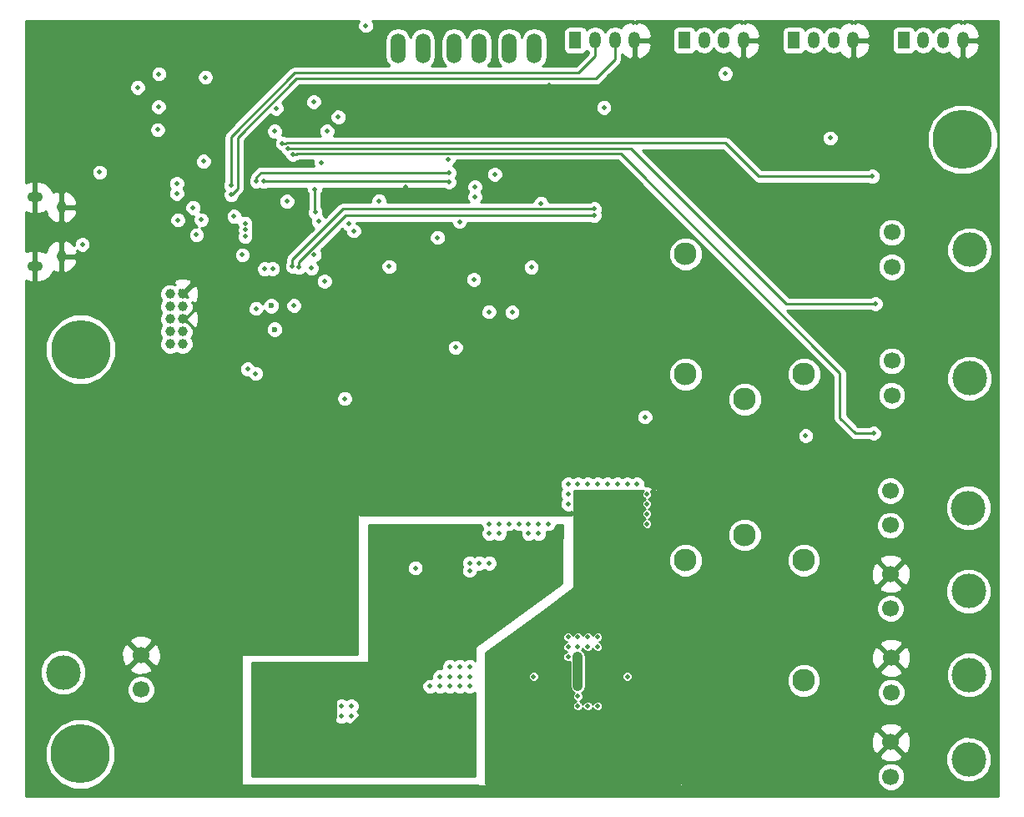
<source format=gbr>
G04 #@! TF.FileFunction,Copper,L2,Inr,Plane*
%FSLAX46Y46*%
G04 Gerber Fmt 4.6, Leading zero omitted, Abs format (unit mm)*
G04 Created by KiCad (PCBNEW 4.0.2-stable) date 4/11/2016 8:36:19 PM*
%MOMM*%
G01*
G04 APERTURE LIST*
%ADD10C,0.100000*%
%ADD11C,2.300000*%
%ADD12O,0.950000X1.250000*%
%ADD13O,1.550000X1.000000*%
%ADD14C,1.000000*%
%ADD15O,1.506220X3.014980*%
%ADD16R,1.200000X1.700000*%
%ADD17O,1.200000X1.700000*%
%ADD18C,1.700000*%
%ADD19C,3.500000*%
%ADD20C,6.000000*%
%ADD21C,0.508000*%
%ADD22C,0.600000*%
%ADD23C,0.250000*%
%ADD24C,0.500000*%
%ADD25C,2.000000*%
%ADD26C,1.000000*%
%ADD27C,0.254000*%
G04 APERTURE END LIST*
D10*
D11*
X157423600Y-89875200D03*
X151423600Y-87325200D03*
X163423600Y-87325200D03*
X151423600Y-75125200D03*
D12*
X88125740Y-70371700D03*
X88125740Y-75371700D03*
D13*
X85425740Y-69371700D03*
X85425740Y-76371700D03*
D14*
X99136200Y-84277200D03*
X100406200Y-84277200D03*
X99136200Y-83007200D03*
X100406200Y-83007200D03*
X99136200Y-81737200D03*
X100406200Y-81737200D03*
X99136200Y-80467200D03*
X100406200Y-80467200D03*
X99136200Y-79197200D03*
X100406200Y-79197200D03*
D15*
X122224800Y-54279800D03*
X124764800Y-54279800D03*
X127939800Y-54279800D03*
X130479800Y-54279800D03*
X133553200Y-54254400D03*
X136093200Y-54254400D03*
D11*
X157409400Y-103647400D03*
X163409400Y-106197400D03*
X151409400Y-106197400D03*
X163409400Y-118397400D03*
D16*
X140246100Y-53454300D03*
D17*
X142246100Y-53454300D03*
X144246100Y-53454300D03*
X146246100Y-53454300D03*
D16*
X151295100Y-53454300D03*
D17*
X153295100Y-53454300D03*
X155295100Y-53454300D03*
X157295100Y-53454300D03*
D16*
X162420300Y-53454300D03*
D17*
X164420300Y-53454300D03*
X166420300Y-53454300D03*
X168420300Y-53454300D03*
D16*
X173545500Y-53454300D03*
D17*
X175545500Y-53454300D03*
X177545500Y-53454300D03*
X179545500Y-53454300D03*
D18*
X96175000Y-115826600D03*
X96175000Y-119326600D03*
D19*
X88265000Y-117576600D03*
D18*
X172339000Y-76448800D03*
X172339000Y-72948800D03*
D19*
X180249000Y-74698800D03*
D18*
X172339000Y-89481600D03*
X172339000Y-85981600D03*
D19*
X180249000Y-87731600D03*
D18*
X172201400Y-102664200D03*
X172201400Y-99164200D03*
D19*
X180111400Y-100914200D03*
D18*
X172252200Y-128165800D03*
X172252200Y-124665800D03*
D19*
X180162200Y-126415800D03*
D18*
X172277600Y-119606000D03*
X172277600Y-116106000D03*
D19*
X180187600Y-117856000D03*
D18*
X172226800Y-111097000D03*
X172226800Y-107597000D03*
D19*
X180136800Y-109347000D03*
D20*
X90018000Y-125866000D03*
X90054000Y-84813000D03*
X179514000Y-63520000D03*
D21*
X133817360Y-81046320D03*
X114452400Y-65913000D03*
X132500000Y-103500000D03*
X131500000Y-103500000D03*
X131500000Y-102500000D03*
X132500000Y-102500000D03*
X133500000Y-102500000D03*
X134500000Y-102500000D03*
X135500000Y-102500000D03*
X135500000Y-103500000D03*
X136500000Y-103500000D03*
X136500000Y-102500000D03*
X137500000Y-102500000D03*
X143141700Y-60274200D03*
X116837460Y-89801700D03*
X102709980Y-57203340D03*
X166090600Y-63373000D03*
X101803200Y-73202800D03*
X105613200Y-71323200D03*
X118973600Y-51968400D03*
X91973400Y-66840100D03*
X101447600Y-70434200D03*
X127330200Y-65506600D03*
X128082040Y-84627720D03*
X121351040Y-76408280D03*
X136748520Y-69997320D03*
X135773160Y-76489560D03*
X111683800Y-80365600D03*
X120319800Y-69748400D03*
X155448000Y-56845200D03*
X130616960Y-84211160D03*
X153847800Y-57073800D03*
X145389600Y-123367800D03*
X148615400Y-123367800D03*
X145415000Y-127025400D03*
X172161200Y-69799200D03*
X115087400Y-61747400D03*
X99472404Y-63667031D03*
X84734400Y-64617600D03*
X84709000Y-54051200D03*
X132500000Y-123500000D03*
X117000000Y-118000000D03*
X120000000Y-125000000D03*
X120000000Y-124000000D03*
X117000000Y-125000000D03*
X117000000Y-123950000D03*
X112000000Y-126500000D03*
X110500000Y-120000000D03*
X127000000Y-105500000D03*
X125000000Y-113500000D03*
X128000000Y-111000000D03*
X121500000Y-109500000D03*
X132000000Y-110500000D03*
X137500000Y-108000000D03*
X149000000Y-128500000D03*
X113055400Y-53670200D03*
X104759760Y-81175860D03*
X116189760Y-88689180D03*
X101224080Y-57188100D03*
X164998400Y-60756800D03*
X172300900Y-82715100D03*
X172212000Y-95796100D03*
X152933400Y-95605600D03*
X162026600Y-97663000D03*
X99161600Y-88138000D03*
X99212400Y-74320400D03*
X137617200Y-58013600D03*
X105613200Y-70408800D03*
X101485700Y-66281300D03*
X106735880Y-51673760D03*
X128828800Y-63017400D03*
X109728000Y-61747400D03*
X127238760Y-85181440D03*
X123037600Y-68326000D03*
X132669280Y-78719680D03*
X131404360Y-73070720D03*
X137297160Y-76489560D03*
X113487200Y-81864200D03*
X117094000Y-68910200D03*
D22*
X109372400Y-80391000D03*
X109728000Y-82778600D03*
D21*
X108712000Y-76657200D03*
X90220800Y-74168000D03*
X107797600Y-87274400D03*
X106984800Y-86817200D03*
X147294600Y-91668600D03*
X163601400Y-93573600D03*
X170383200Y-67259200D03*
X110515400Y-63906400D03*
X170662600Y-80187800D03*
X111057820Y-64414400D03*
X170510200Y-93319600D03*
X111557820Y-65024000D03*
X102285800Y-71666100D03*
X99910900Y-71691500D03*
X99796600Y-67983100D03*
X105283000Y-68173600D03*
X99796600Y-68999100D03*
X105321100Y-69126100D03*
X128480777Y-71852220D03*
X126253240Y-73466960D03*
X131470400Y-81000600D03*
X129926080Y-77729080D03*
X106730800Y-72034400D03*
X106730800Y-72694800D03*
X106730800Y-73355200D03*
X107848400Y-80670400D03*
X109524800Y-76631800D03*
X142163800Y-70561200D03*
X111531400Y-76377800D03*
X142138400Y-71247000D03*
X112217200Y-76479400D03*
X117754400Y-72796400D03*
X130048000Y-68326000D03*
X117221000Y-72085200D03*
X132054600Y-67056000D03*
X114198400Y-71831200D03*
X130048000Y-69316600D03*
X97942400Y-60198000D03*
X113690400Y-59690000D03*
X97866200Y-62534800D03*
X109870240Y-60360560D03*
X116179600Y-61239400D03*
X95834200Y-58242200D03*
X109728000Y-62687200D03*
X135999240Y-118000000D03*
X145500000Y-118000000D03*
X147500000Y-102500000D03*
X147500000Y-101500000D03*
X147500000Y-100500000D03*
X147500000Y-99500000D03*
X146500000Y-98500000D03*
X145500000Y-98500000D03*
X144500000Y-98500000D03*
X143500000Y-98500000D03*
X142500000Y-98500000D03*
X141500000Y-98500000D03*
X140500000Y-98500000D03*
X139500000Y-98500000D03*
X139500000Y-99500000D03*
X139500000Y-100500000D03*
X129500000Y-117000000D03*
X128500000Y-117000000D03*
X127500000Y-117000000D03*
X125500000Y-119000000D03*
X126500000Y-118000000D03*
X126500000Y-119000000D03*
X127500000Y-119000000D03*
X127500000Y-118000000D03*
X128500000Y-118000000D03*
X128500000Y-119000000D03*
X129500000Y-119000000D03*
X129500000Y-118000000D03*
X97993200Y-56870600D03*
X115036600Y-62687200D03*
X127406400Y-67838320D03*
X108597700Y-67784980D03*
X127406400Y-66888360D03*
X107899200Y-67772280D03*
X113461800Y-76581000D03*
X114782600Y-77901800D03*
X141500000Y-114000000D03*
X142500000Y-114000000D03*
X117500000Y-122050000D03*
X117500000Y-121000000D03*
X116500000Y-121000000D03*
X116500000Y-122050000D03*
X124000000Y-107000000D03*
X131500000Y-106500000D03*
X129500000Y-107250000D03*
X129500000Y-106500000D03*
X130500000Y-106500000D03*
X142500000Y-121000000D03*
X141500000Y-121000000D03*
X140500000Y-121000000D03*
X140500000Y-120000000D03*
X140500000Y-119000000D03*
X140500000Y-116000000D03*
X139500000Y-116000000D03*
X139500000Y-115000000D03*
X140500000Y-115000000D03*
X140500000Y-114000000D03*
X139500000Y-114000000D03*
X141500000Y-115000000D03*
X142500000Y-115000000D03*
X110972600Y-69799200D03*
X102514400Y-65735200D03*
X113842800Y-70891400D03*
X113792000Y-68554600D03*
X113741200Y-75209400D03*
X106451400Y-75234800D03*
D23*
X100406200Y-81737200D02*
X100584000Y-81737200D01*
X104759760Y-82031840D02*
X104759760Y-81175860D01*
X103987600Y-82804000D02*
X104759760Y-82031840D01*
X101650800Y-82804000D02*
X103987600Y-82804000D01*
X100584000Y-81737200D02*
X101650800Y-82804000D01*
X100406200Y-81737200D02*
X100634800Y-81737200D01*
X100634800Y-81737200D02*
X101955600Y-80416400D01*
X104000300Y-80416400D02*
X104759760Y-81175860D01*
X101955600Y-80416400D02*
X104000300Y-80416400D01*
D24*
X145500000Y-127000000D02*
X136000000Y-127000000D01*
X136000000Y-127000000D02*
X132500000Y-123500000D01*
X146000000Y-123500000D02*
X146000000Y-126500000D01*
X146000000Y-126500000D02*
X145500000Y-127000000D01*
X149000000Y-128500000D02*
X147000000Y-128500000D01*
X147000000Y-128500000D02*
X145500000Y-127000000D01*
D25*
X117000000Y-123950000D02*
X117677922Y-123950000D01*
X117677922Y-123950000D02*
X128500000Y-113127922D01*
X128500000Y-113127922D02*
X128500000Y-110500000D01*
D24*
X113050000Y-120000000D02*
X115550000Y-122500000D01*
X117000000Y-118000000D02*
X115845999Y-119154001D01*
X115550000Y-122500000D02*
X117000000Y-123950000D01*
X115845999Y-119154001D02*
X115845999Y-122204001D01*
X115845999Y-122204001D02*
X115550000Y-122500000D01*
X112000000Y-126500000D02*
X114450000Y-126500000D01*
X114450000Y-126500000D02*
X117000000Y-123950000D01*
X110500000Y-120000000D02*
X113050000Y-120000000D01*
D26*
X127000000Y-105500000D02*
X127000000Y-110000000D01*
X127000000Y-110000000D02*
X128000000Y-111000000D01*
X128000000Y-111000000D02*
X123000000Y-111000000D01*
X123000000Y-111000000D02*
X121500000Y-109500000D01*
X125000000Y-113500000D02*
X125500000Y-113500000D01*
X125500000Y-113500000D02*
X128000000Y-111000000D01*
X132000000Y-110500000D02*
X128500000Y-110500000D01*
X128500000Y-110500000D02*
X128000000Y-111000000D01*
X137500000Y-108000000D02*
X134500000Y-108000000D01*
X134500000Y-108000000D02*
X132000000Y-110500000D01*
D23*
X170383200Y-67259200D02*
X158851600Y-67259200D01*
X158851600Y-67259200D02*
X155473400Y-63881000D01*
X155473400Y-63881000D02*
X110900010Y-63881000D01*
X110900010Y-63881000D02*
X110874610Y-63906400D01*
X110874610Y-63906400D02*
X110515400Y-63906400D01*
X168783000Y-80187800D02*
X168427400Y-80187800D01*
X168427400Y-80187800D02*
X161645600Y-80187800D01*
X170662600Y-80187800D02*
X170303390Y-80187800D01*
X170303390Y-80187800D02*
X168427400Y-80187800D01*
X161645600Y-80187800D02*
X145872200Y-64414400D01*
X145872200Y-64414400D02*
X111057820Y-64414400D01*
X170510200Y-93319600D02*
X168630600Y-93319600D01*
X168630600Y-93319600D02*
X167081200Y-91770200D01*
X167081200Y-91770200D02*
X167081200Y-87223600D01*
X111917030Y-65024000D02*
X111557820Y-65024000D01*
X167081200Y-87223600D02*
X144824411Y-64966811D01*
X144824411Y-64966811D02*
X111974219Y-64966811D01*
X111974219Y-64966811D02*
X111917030Y-65024000D01*
X105283000Y-68173600D02*
X105283000Y-63215127D01*
X142246100Y-55066180D02*
X142246100Y-53454300D01*
X140553440Y-56758840D02*
X142246100Y-55066180D01*
X111735247Y-56758840D02*
X140553440Y-56758840D01*
X105283000Y-63215127D02*
X111735247Y-56758840D01*
X105321100Y-69126100D02*
X105369360Y-69126100D01*
X144246100Y-55385200D02*
X144246100Y-53454300D01*
X142298420Y-57332880D02*
X144246100Y-55385200D01*
X111950500Y-57332880D02*
X142298420Y-57332880D01*
X105958640Y-63324740D02*
X111950500Y-57332880D01*
X105958640Y-68536820D02*
X105958640Y-63324740D01*
X105369360Y-69126100D02*
X105958640Y-68536820D01*
X144246100Y-54102500D02*
X144246100Y-53454300D01*
X141804590Y-70561200D02*
X142163800Y-70561200D01*
X111531400Y-75726490D02*
X116690301Y-70567589D01*
X141732000Y-70567589D02*
X141738389Y-70561200D01*
X141738389Y-70561200D02*
X141804590Y-70561200D01*
X116690301Y-70567589D02*
X141732000Y-70567589D01*
X111531400Y-76377800D02*
X111531400Y-75726490D01*
X116920678Y-71247000D02*
X141779190Y-71247000D01*
X112217200Y-75950478D02*
X116920678Y-71247000D01*
X141779190Y-71247000D02*
X142138400Y-71247000D01*
X112217200Y-76479400D02*
X112217200Y-75950478D01*
X127353060Y-67784980D02*
X127406400Y-67838320D01*
X108597700Y-67784980D02*
X127353060Y-67784980D01*
X155295100Y-53454300D02*
X155229560Y-53454300D01*
X107899200Y-67340480D02*
X108351320Y-66888360D01*
X108351320Y-66888360D02*
X127406400Y-66888360D01*
X107899200Y-67772280D02*
X107899200Y-67340480D01*
D26*
X140500000Y-119000000D02*
X140500000Y-116000000D01*
D23*
X113792000Y-68554600D02*
X113792000Y-70840600D01*
X113792000Y-70840600D02*
X113842800Y-70891400D01*
D27*
G36*
X118269523Y-51497062D02*
X118142745Y-51802379D01*
X118142456Y-52132971D01*
X118268702Y-52438509D01*
X118502262Y-52672477D01*
X118807579Y-52799255D01*
X119138171Y-52799544D01*
X119443709Y-52673298D01*
X119677677Y-52439738D01*
X119804455Y-52134421D01*
X119804744Y-51803829D01*
X119678498Y-51498291D01*
X119642270Y-51462000D01*
X146119098Y-51462000D01*
X146119098Y-51752593D01*
X145848723Y-51507202D01*
X145718560Y-51533829D01*
X145119455Y-51862867D01*
X144853878Y-52194081D01*
X144696518Y-52088937D01*
X144246100Y-51999343D01*
X143795682Y-52088937D01*
X143413835Y-52344078D01*
X143246100Y-52595112D01*
X143078365Y-52344078D01*
X142696518Y-52088937D01*
X142246100Y-51999343D01*
X141795682Y-52088937D01*
X141413835Y-52344078D01*
X141388608Y-52381833D01*
X141267801Y-52194093D01*
X141074983Y-52062346D01*
X140846100Y-52015996D01*
X139646100Y-52015996D01*
X139432277Y-52056230D01*
X139235893Y-52182599D01*
X139104146Y-52375417D01*
X139057796Y-52604300D01*
X139057796Y-54304300D01*
X139098030Y-54518123D01*
X139224399Y-54714507D01*
X139417217Y-54846254D01*
X139646100Y-54892604D01*
X140846100Y-54892604D01*
X141059923Y-54852370D01*
X141256307Y-54726001D01*
X141388054Y-54533183D01*
X141389180Y-54527623D01*
X141413835Y-54564522D01*
X141544100Y-54651562D01*
X141544100Y-54775402D01*
X140262662Y-56056840D01*
X136933918Y-56056840D01*
X137033730Y-55990148D01*
X137322061Y-55558629D01*
X137423310Y-55049618D01*
X137423310Y-53459182D01*
X137322061Y-52950171D01*
X137033730Y-52518652D01*
X136602211Y-52230321D01*
X136093200Y-52129072D01*
X135584189Y-52230321D01*
X135152670Y-52518652D01*
X134864339Y-52950171D01*
X134823200Y-53156990D01*
X134782061Y-52950171D01*
X134493730Y-52518652D01*
X134062211Y-52230321D01*
X133553200Y-52129072D01*
X133044189Y-52230321D01*
X132612670Y-52518652D01*
X132324339Y-52950171D01*
X132223090Y-53459182D01*
X132223090Y-55049618D01*
X132324339Y-55558629D01*
X132612670Y-55990148D01*
X132712482Y-56056840D01*
X131358532Y-56056840D01*
X131420330Y-56015548D01*
X131708661Y-55584029D01*
X131809910Y-55075018D01*
X131809910Y-53484582D01*
X131708661Y-52975571D01*
X131420330Y-52544052D01*
X130988811Y-52255721D01*
X130479800Y-52154472D01*
X129970789Y-52255721D01*
X129539270Y-52544052D01*
X129250939Y-52975571D01*
X129209800Y-53182390D01*
X129168661Y-52975571D01*
X128880330Y-52544052D01*
X128448811Y-52255721D01*
X127939800Y-52154472D01*
X127430789Y-52255721D01*
X126999270Y-52544052D01*
X126710939Y-52975571D01*
X126609690Y-53484582D01*
X126609690Y-55075018D01*
X126710939Y-55584029D01*
X126999270Y-56015548D01*
X127061068Y-56056840D01*
X125643532Y-56056840D01*
X125705330Y-56015548D01*
X125993661Y-55584029D01*
X126094910Y-55075018D01*
X126094910Y-53484582D01*
X125993661Y-52975571D01*
X125705330Y-52544052D01*
X125273811Y-52255721D01*
X124764800Y-52154472D01*
X124255789Y-52255721D01*
X123824270Y-52544052D01*
X123535939Y-52975571D01*
X123494800Y-53182390D01*
X123453661Y-52975571D01*
X123165330Y-52544052D01*
X122733811Y-52255721D01*
X122224800Y-52154472D01*
X121715789Y-52255721D01*
X121284270Y-52544052D01*
X120995939Y-52975571D01*
X120894690Y-53484582D01*
X120894690Y-55075018D01*
X120995939Y-55584029D01*
X121284270Y-56015548D01*
X121346068Y-56056840D01*
X111735247Y-56056840D01*
X111735137Y-56056862D01*
X111735027Y-56056840D01*
X111600497Y-56083644D01*
X111466603Y-56110277D01*
X111466510Y-56110339D01*
X111466400Y-56110361D01*
X111352688Y-56186392D01*
X111238858Y-56262451D01*
X111238796Y-56262544D01*
X111238702Y-56262607D01*
X104786456Y-62718893D01*
X104711046Y-62831829D01*
X104634437Y-62946483D01*
X104634415Y-62946594D01*
X104634353Y-62946687D01*
X104607780Y-63080494D01*
X104581000Y-63215127D01*
X104581000Y-67700189D01*
X104578923Y-67702262D01*
X104452145Y-68007579D01*
X104451856Y-68338171D01*
X104578102Y-68643709D01*
X104608831Y-68674491D01*
X104490245Y-68960079D01*
X104489956Y-69290671D01*
X104616202Y-69596209D01*
X104849762Y-69830177D01*
X105155079Y-69956955D01*
X105485671Y-69957244D01*
X105791209Y-69830998D01*
X106025177Y-69597438D01*
X106120596Y-69367642D01*
X106455029Y-69033209D01*
X106459887Y-69025938D01*
X106607203Y-68805464D01*
X106660640Y-68536820D01*
X106660640Y-67936851D01*
X107068056Y-67936851D01*
X107194302Y-68242389D01*
X107427862Y-68476357D01*
X107733179Y-68603135D01*
X108063771Y-68603424D01*
X108233197Y-68533418D01*
X108431679Y-68615835D01*
X108762271Y-68616124D01*
X109067809Y-68489878D01*
X109070712Y-68486980D01*
X112961059Y-68486980D01*
X112960856Y-68719171D01*
X113087102Y-69024709D01*
X113090000Y-69027612D01*
X113090000Y-70537401D01*
X113011945Y-70725379D01*
X113011656Y-71055971D01*
X113137902Y-71361509D01*
X113371462Y-71595477D01*
X113392807Y-71604340D01*
X113367545Y-71665179D01*
X113367256Y-71995771D01*
X113493502Y-72301309D01*
X113727062Y-72535277D01*
X113729021Y-72536091D01*
X111035011Y-75230101D01*
X110882837Y-75457846D01*
X110829400Y-75726490D01*
X110829400Y-75904389D01*
X110827323Y-75906462D01*
X110700545Y-76211779D01*
X110700256Y-76542371D01*
X110826502Y-76847909D01*
X111060062Y-77081877D01*
X111365379Y-77208655D01*
X111695971Y-77208944D01*
X111751719Y-77185909D01*
X112051179Y-77310255D01*
X112381771Y-77310544D01*
X112687309Y-77184298D01*
X112788761Y-77083023D01*
X112990462Y-77285077D01*
X113295779Y-77411855D01*
X113626371Y-77412144D01*
X113931909Y-77285898D01*
X114165877Y-77052338D01*
X114292655Y-76747021D01*
X114292807Y-76572851D01*
X120519896Y-76572851D01*
X120646142Y-76878389D01*
X120879702Y-77112357D01*
X121185019Y-77239135D01*
X121515611Y-77239424D01*
X121821149Y-77113178D01*
X122055117Y-76879618D01*
X122148746Y-76654131D01*
X134942016Y-76654131D01*
X135068262Y-76959669D01*
X135301822Y-77193637D01*
X135607139Y-77320415D01*
X135937731Y-77320704D01*
X136243269Y-77194458D01*
X136477237Y-76960898D01*
X136604015Y-76655581D01*
X136604304Y-76324989D01*
X136478058Y-76019451D01*
X136244498Y-75785483D01*
X135939181Y-75658705D01*
X135608589Y-75658416D01*
X135303051Y-75784662D01*
X135069083Y-76018222D01*
X134942305Y-76323539D01*
X134942016Y-76654131D01*
X122148746Y-76654131D01*
X122181895Y-76574301D01*
X122182184Y-76243709D01*
X122055938Y-75938171D01*
X121822378Y-75704203D01*
X121517061Y-75577425D01*
X121186469Y-75577136D01*
X120880931Y-75703382D01*
X120646963Y-75936942D01*
X120520185Y-76242259D01*
X120519896Y-76572851D01*
X114292807Y-76572851D01*
X114292944Y-76416429D01*
X114166698Y-76110891D01*
X114040784Y-75984757D01*
X114211309Y-75914298D01*
X114445277Y-75680738D01*
X114533939Y-75467214D01*
X149696301Y-75467214D01*
X149958667Y-76102189D01*
X150444056Y-76588426D01*
X151078571Y-76851900D01*
X151765614Y-76852499D01*
X152400589Y-76590133D01*
X152886826Y-76104744D01*
X153150300Y-75470229D01*
X153150899Y-74783186D01*
X152888533Y-74148211D01*
X152403144Y-73661974D01*
X151768629Y-73398500D01*
X151081586Y-73397901D01*
X150446611Y-73660267D01*
X149960374Y-74145656D01*
X149696900Y-74780171D01*
X149696301Y-75467214D01*
X114533939Y-75467214D01*
X114572055Y-75375421D01*
X114572344Y-75044829D01*
X114446098Y-74739291D01*
X114433642Y-74726814D01*
X115528925Y-73631531D01*
X125422096Y-73631531D01*
X125548342Y-73937069D01*
X125781902Y-74171037D01*
X126087219Y-74297815D01*
X126417811Y-74298104D01*
X126723349Y-74171858D01*
X126957317Y-73938298D01*
X127084095Y-73632981D01*
X127084384Y-73302389D01*
X126958138Y-72996851D01*
X126724578Y-72762883D01*
X126419261Y-72636105D01*
X126088669Y-72635816D01*
X125783131Y-72762062D01*
X125549163Y-72995622D01*
X125422385Y-73300939D01*
X125422096Y-73631531D01*
X115528925Y-73631531D01*
X116560586Y-72599870D01*
X116749662Y-72789277D01*
X116923343Y-72861395D01*
X116923256Y-72960971D01*
X117049502Y-73266509D01*
X117283062Y-73500477D01*
X117588379Y-73627255D01*
X117918971Y-73627544D01*
X118224509Y-73501298D01*
X118458477Y-73267738D01*
X118585255Y-72962421D01*
X118585544Y-72631829D01*
X118459298Y-72326291D01*
X118225738Y-72092323D01*
X118052057Y-72020205D01*
X118052119Y-71949000D01*
X127649692Y-71949000D01*
X127649633Y-72016791D01*
X127775879Y-72322329D01*
X128009439Y-72556297D01*
X128314756Y-72683075D01*
X128645348Y-72683364D01*
X128950886Y-72557118D01*
X129184854Y-72323558D01*
X129311632Y-72018241D01*
X129311693Y-71949000D01*
X141664989Y-71949000D01*
X141667062Y-71951077D01*
X141972379Y-72077855D01*
X142302971Y-72078144D01*
X142608509Y-71951898D01*
X142842477Y-71718338D01*
X142969255Y-71413021D01*
X142969544Y-71082429D01*
X142908503Y-70934699D01*
X142994655Y-70727221D01*
X142994944Y-70396629D01*
X142868698Y-70091091D01*
X142635138Y-69857123D01*
X142329821Y-69730345D01*
X141999229Y-69730056D01*
X141693691Y-69856302D01*
X141684388Y-69865589D01*
X137579635Y-69865589D01*
X137579664Y-69832749D01*
X137453418Y-69527211D01*
X137219858Y-69293243D01*
X136914541Y-69166465D01*
X136583949Y-69166176D01*
X136278411Y-69292422D01*
X136044443Y-69525982D01*
X135917665Y-69831299D01*
X135917635Y-69865589D01*
X130674290Y-69865589D01*
X130752077Y-69787938D01*
X130878855Y-69482621D01*
X130879144Y-69152029D01*
X130752898Y-68846491D01*
X130727912Y-68821461D01*
X130752077Y-68797338D01*
X130878855Y-68492021D01*
X130879144Y-68161429D01*
X130752898Y-67855891D01*
X130519338Y-67621923D01*
X130214021Y-67495145D01*
X129883429Y-67494856D01*
X129577891Y-67621102D01*
X129343923Y-67854662D01*
X129217145Y-68159979D01*
X129216856Y-68490571D01*
X129343102Y-68796109D01*
X129368088Y-68821139D01*
X129343923Y-68845262D01*
X129217145Y-69150579D01*
X129216856Y-69481171D01*
X129343102Y-69786709D01*
X129421844Y-69865589D01*
X121150698Y-69865589D01*
X121150944Y-69583829D01*
X121024698Y-69278291D01*
X120791138Y-69044323D01*
X120485821Y-68917545D01*
X120155229Y-68917256D01*
X119849691Y-69043502D01*
X119615723Y-69277062D01*
X119488945Y-69582379D01*
X119488697Y-69865589D01*
X116690301Y-69865589D01*
X116421657Y-69919026D01*
X116210291Y-70060256D01*
X116193912Y-70071200D01*
X114903509Y-71361603D01*
X114903298Y-71361091D01*
X114669738Y-71127123D01*
X114648393Y-71118260D01*
X114673655Y-71057421D01*
X114673944Y-70726829D01*
X114547698Y-70421291D01*
X114494000Y-70367499D01*
X114494000Y-69028011D01*
X114496077Y-69025938D01*
X114622855Y-68720621D01*
X114623059Y-68486980D01*
X126879742Y-68486980D01*
X126935062Y-68542397D01*
X127240379Y-68669175D01*
X127570971Y-68669464D01*
X127876509Y-68543218D01*
X128110477Y-68309658D01*
X128237255Y-68004341D01*
X128237544Y-67673749D01*
X128111298Y-67368211D01*
X128106632Y-67363537D01*
X128110477Y-67359698D01*
X128168247Y-67220571D01*
X131223456Y-67220571D01*
X131349702Y-67526109D01*
X131583262Y-67760077D01*
X131888579Y-67886855D01*
X132219171Y-67887144D01*
X132524709Y-67760898D01*
X132758677Y-67527338D01*
X132885455Y-67222021D01*
X132885744Y-66891429D01*
X132759498Y-66585891D01*
X132525938Y-66351923D01*
X132220621Y-66225145D01*
X131890029Y-66224856D01*
X131584491Y-66351102D01*
X131350523Y-66584662D01*
X131223745Y-66889979D01*
X131223456Y-67220571D01*
X128168247Y-67220571D01*
X128237255Y-67054381D01*
X128237544Y-66723789D01*
X128111298Y-66418251D01*
X127877738Y-66184283D01*
X127842309Y-66169572D01*
X128034277Y-65977938D01*
X128161055Y-65672621D01*
X128161058Y-65668811D01*
X144533633Y-65668811D01*
X166379200Y-87514378D01*
X166379200Y-91770200D01*
X166432637Y-92038844D01*
X166499365Y-92138709D01*
X166584811Y-92266589D01*
X168134211Y-93815989D01*
X168361956Y-93968163D01*
X168630600Y-94021600D01*
X170036789Y-94021600D01*
X170038862Y-94023677D01*
X170344179Y-94150455D01*
X170674771Y-94150744D01*
X170980309Y-94024498D01*
X171214277Y-93790938D01*
X171341055Y-93485621D01*
X171341344Y-93155029D01*
X171215098Y-92849491D01*
X170981538Y-92615523D01*
X170676221Y-92488745D01*
X170345629Y-92488456D01*
X170040091Y-92614702D01*
X170037188Y-92617600D01*
X168921378Y-92617600D01*
X167783200Y-91479422D01*
X167783200Y-89764203D01*
X170911752Y-89764203D01*
X171128543Y-90288875D01*
X171529614Y-90690647D01*
X172053907Y-90908352D01*
X172621603Y-90908848D01*
X173146275Y-90692057D01*
X173548047Y-90290986D01*
X173765752Y-89766693D01*
X173766248Y-89198997D01*
X173549457Y-88674325D01*
X173148386Y-88272553D01*
X172955448Y-88192438D01*
X177921597Y-88192438D01*
X178275115Y-89048018D01*
X178929139Y-89703185D01*
X179784100Y-90058196D01*
X180709838Y-90059003D01*
X181565418Y-89705485D01*
X182220585Y-89051461D01*
X182575596Y-88196500D01*
X182576403Y-87270762D01*
X182222885Y-86415182D01*
X181568861Y-85760015D01*
X180713900Y-85405004D01*
X179788162Y-85404197D01*
X178932582Y-85757715D01*
X178277415Y-86411739D01*
X177922404Y-87266700D01*
X177921597Y-88192438D01*
X172955448Y-88192438D01*
X172624093Y-88054848D01*
X172056397Y-88054352D01*
X171531725Y-88271143D01*
X171129953Y-88672214D01*
X170912248Y-89196507D01*
X170911752Y-89764203D01*
X167783200Y-89764203D01*
X167783200Y-87223600D01*
X167729763Y-86954956D01*
X167577589Y-86727211D01*
X167114581Y-86264203D01*
X170911752Y-86264203D01*
X171128543Y-86788875D01*
X171529614Y-87190647D01*
X172053907Y-87408352D01*
X172621603Y-87408848D01*
X173146275Y-87192057D01*
X173548047Y-86790986D01*
X173765752Y-86266693D01*
X173766248Y-85698997D01*
X173549457Y-85174325D01*
X173148386Y-84772553D01*
X172624093Y-84554848D01*
X172056397Y-84554352D01*
X171531725Y-84771143D01*
X171129953Y-85172214D01*
X170912248Y-85696507D01*
X170911752Y-86264203D01*
X167114581Y-86264203D01*
X161740178Y-80889800D01*
X170189189Y-80889800D01*
X170191262Y-80891877D01*
X170496579Y-81018655D01*
X170827171Y-81018944D01*
X171132709Y-80892698D01*
X171366677Y-80659138D01*
X171493455Y-80353821D01*
X171493744Y-80023229D01*
X171367498Y-79717691D01*
X171133938Y-79483723D01*
X170828621Y-79356945D01*
X170498029Y-79356656D01*
X170192491Y-79482902D01*
X170189588Y-79485800D01*
X161936378Y-79485800D01*
X159181981Y-76731403D01*
X170911752Y-76731403D01*
X171128543Y-77256075D01*
X171529614Y-77657847D01*
X172053907Y-77875552D01*
X172621603Y-77876048D01*
X173146275Y-77659257D01*
X173548047Y-77258186D01*
X173765752Y-76733893D01*
X173766248Y-76166197D01*
X173549457Y-75641525D01*
X173148386Y-75239753D01*
X172955448Y-75159638D01*
X177921597Y-75159638D01*
X178275115Y-76015218D01*
X178929139Y-76670385D01*
X179784100Y-77025396D01*
X180709838Y-77026203D01*
X181565418Y-76672685D01*
X182220585Y-76018661D01*
X182575596Y-75163700D01*
X182576403Y-74237962D01*
X182222885Y-73382382D01*
X181568861Y-72727215D01*
X180713900Y-72372204D01*
X179788162Y-72371397D01*
X178932582Y-72724915D01*
X178277415Y-73378939D01*
X177922404Y-74233900D01*
X177921597Y-75159638D01*
X172955448Y-75159638D01*
X172624093Y-75022048D01*
X172056397Y-75021552D01*
X171531725Y-75238343D01*
X171129953Y-75639414D01*
X170912248Y-76163707D01*
X170911752Y-76731403D01*
X159181981Y-76731403D01*
X155681981Y-73231403D01*
X170911752Y-73231403D01*
X171128543Y-73756075D01*
X171529614Y-74157847D01*
X172053907Y-74375552D01*
X172621603Y-74376048D01*
X173146275Y-74159257D01*
X173548047Y-73758186D01*
X173765752Y-73233893D01*
X173766248Y-72666197D01*
X173549457Y-72141525D01*
X173148386Y-71739753D01*
X172624093Y-71522048D01*
X172056397Y-71521552D01*
X171531725Y-71738343D01*
X171129953Y-72139414D01*
X170912248Y-72663707D01*
X170911752Y-73231403D01*
X155681981Y-73231403D01*
X147033578Y-64583000D01*
X155182622Y-64583000D01*
X158355211Y-67755589D01*
X158582956Y-67907763D01*
X158851600Y-67961200D01*
X169909789Y-67961200D01*
X169911862Y-67963277D01*
X170217179Y-68090055D01*
X170547771Y-68090344D01*
X170853309Y-67964098D01*
X171087277Y-67730538D01*
X171214055Y-67425221D01*
X171214344Y-67094629D01*
X171088098Y-66789091D01*
X170854538Y-66555123D01*
X170549221Y-66428345D01*
X170218629Y-66428056D01*
X169913091Y-66554302D01*
X169910188Y-66557200D01*
X159142378Y-66557200D01*
X156813566Y-64228388D01*
X175936380Y-64228388D01*
X176479798Y-65543561D01*
X177485146Y-66550665D01*
X178799369Y-67096378D01*
X180222388Y-67097620D01*
X181537561Y-66554202D01*
X182544665Y-65548854D01*
X183090378Y-64234631D01*
X183091620Y-62811612D01*
X182548202Y-61496439D01*
X181542854Y-60489335D01*
X180228631Y-59943622D01*
X178805612Y-59942380D01*
X177490439Y-60485798D01*
X176483335Y-61491146D01*
X175937622Y-62805369D01*
X175936380Y-64228388D01*
X156813566Y-64228388D01*
X156122749Y-63537571D01*
X165259456Y-63537571D01*
X165385702Y-63843109D01*
X165619262Y-64077077D01*
X165924579Y-64203855D01*
X166255171Y-64204144D01*
X166560709Y-64077898D01*
X166794677Y-63844338D01*
X166921455Y-63539021D01*
X166921744Y-63208429D01*
X166795498Y-62902891D01*
X166561938Y-62668923D01*
X166256621Y-62542145D01*
X165926029Y-62541856D01*
X165620491Y-62668102D01*
X165386523Y-62901662D01*
X165259745Y-63206979D01*
X165259456Y-63537571D01*
X156122749Y-63537571D01*
X155969789Y-63384611D01*
X155941419Y-63365655D01*
X155742044Y-63232437D01*
X155473400Y-63179000D01*
X115720179Y-63179000D01*
X115740677Y-63158538D01*
X115867455Y-62853221D01*
X115867744Y-62522629D01*
X115741498Y-62217091D01*
X115507938Y-61983123D01*
X115202621Y-61856345D01*
X114872029Y-61856056D01*
X114566491Y-61982302D01*
X114332523Y-62215862D01*
X114205745Y-62521179D01*
X114205456Y-62851771D01*
X114331702Y-63157309D01*
X114353355Y-63179000D01*
X110930570Y-63179000D01*
X110681421Y-63075545D01*
X110466616Y-63075357D01*
X110558855Y-62853221D01*
X110559144Y-62522629D01*
X110432898Y-62217091D01*
X110199338Y-61983123D01*
X109894021Y-61856345D01*
X109563429Y-61856056D01*
X109257891Y-61982302D01*
X109023923Y-62215862D01*
X108897145Y-62521179D01*
X108896856Y-62851771D01*
X109023102Y-63157309D01*
X109256662Y-63391277D01*
X109561979Y-63518055D01*
X109776784Y-63518243D01*
X109684545Y-63740379D01*
X109684256Y-64070971D01*
X109810502Y-64376509D01*
X110044062Y-64610477D01*
X110280210Y-64708534D01*
X110352922Y-64884509D01*
X110586482Y-65118477D01*
X110726686Y-65176695D01*
X110726676Y-65188571D01*
X110852922Y-65494109D01*
X111086482Y-65728077D01*
X111391799Y-65854855D01*
X111722391Y-65855144D01*
X112027929Y-65728898D01*
X112059151Y-65697730D01*
X112185674Y-65672563D01*
X112191289Y-65668811D01*
X113654003Y-65668811D01*
X113621545Y-65746979D01*
X113621256Y-66077571D01*
X113666207Y-66186360D01*
X108351320Y-66186360D01*
X108082676Y-66239797D01*
X107868194Y-66383109D01*
X107854931Y-66391971D01*
X107402811Y-66844091D01*
X107250637Y-67071836D01*
X107207528Y-67288559D01*
X107195123Y-67300942D01*
X107068345Y-67606259D01*
X107068056Y-67936851D01*
X106660640Y-67936851D01*
X106660640Y-63615518D01*
X108872187Y-61403971D01*
X115348456Y-61403971D01*
X115474702Y-61709509D01*
X115708262Y-61943477D01*
X116013579Y-62070255D01*
X116344171Y-62070544D01*
X116649709Y-61944298D01*
X116883677Y-61710738D01*
X117010455Y-61405421D01*
X117010744Y-61074829D01*
X116884498Y-60769291D01*
X116650938Y-60535323D01*
X116418414Y-60438771D01*
X142310556Y-60438771D01*
X142436802Y-60744309D01*
X142670362Y-60978277D01*
X142975679Y-61105055D01*
X143306271Y-61105344D01*
X143611809Y-60979098D01*
X143845777Y-60745538D01*
X143972555Y-60440221D01*
X143972844Y-60109629D01*
X143846598Y-59804091D01*
X143613038Y-59570123D01*
X143307721Y-59443345D01*
X142977129Y-59443056D01*
X142671591Y-59569302D01*
X142437623Y-59802862D01*
X142310845Y-60108179D01*
X142310556Y-60438771D01*
X116418414Y-60438771D01*
X116345621Y-60408545D01*
X116015029Y-60408256D01*
X115709491Y-60534502D01*
X115475523Y-60768062D01*
X115348745Y-61073379D01*
X115348456Y-61403971D01*
X108872187Y-61403971D01*
X109305293Y-60970865D01*
X109398902Y-61064637D01*
X109704219Y-61191415D01*
X110034811Y-61191704D01*
X110340349Y-61065458D01*
X110574317Y-60831898D01*
X110701095Y-60526581D01*
X110701384Y-60195989D01*
X110575138Y-59890451D01*
X110539321Y-59854571D01*
X112859256Y-59854571D01*
X112985502Y-60160109D01*
X113219062Y-60394077D01*
X113524379Y-60520855D01*
X113854971Y-60521144D01*
X114160509Y-60394898D01*
X114394477Y-60161338D01*
X114521255Y-59856021D01*
X114521544Y-59525429D01*
X114395298Y-59219891D01*
X114161738Y-58985923D01*
X113856421Y-58859145D01*
X113525829Y-58858856D01*
X113220291Y-58985102D01*
X112986323Y-59218662D01*
X112859545Y-59523979D01*
X112859256Y-59854571D01*
X110539321Y-59854571D01*
X110480505Y-59795653D01*
X112241278Y-58034880D01*
X142298420Y-58034880D01*
X142567064Y-57981443D01*
X142794809Y-57829269D01*
X143614307Y-57009771D01*
X154616856Y-57009771D01*
X154743102Y-57315309D01*
X154976662Y-57549277D01*
X155281979Y-57676055D01*
X155612571Y-57676344D01*
X155918109Y-57550098D01*
X156152077Y-57316538D01*
X156278855Y-57011221D01*
X156279144Y-56680629D01*
X156152898Y-56375091D01*
X155919338Y-56141123D01*
X155614021Y-56014345D01*
X155283429Y-56014056D01*
X154977891Y-56140302D01*
X154743923Y-56373862D01*
X154617145Y-56679179D01*
X154616856Y-57009771D01*
X143614307Y-57009771D01*
X144742489Y-55881589D01*
X144894663Y-55653844D01*
X144948100Y-55385200D01*
X144948100Y-54832028D01*
X145119455Y-55045733D01*
X145718560Y-55374771D01*
X145848723Y-55401398D01*
X146119100Y-55156005D01*
X146119100Y-53581300D01*
X146373100Y-53581300D01*
X146373100Y-55156005D01*
X146643477Y-55401398D01*
X146773640Y-55374771D01*
X147372745Y-55045733D01*
X147800328Y-54512474D01*
X147991294Y-53856178D01*
X147707817Y-53581300D01*
X146373100Y-53581300D01*
X146119100Y-53581300D01*
X146099100Y-53581300D01*
X146099100Y-53327300D01*
X146119100Y-53327300D01*
X146119100Y-53307300D01*
X146373100Y-53307300D01*
X146373100Y-53327300D01*
X147707817Y-53327300D01*
X147991294Y-53052422D01*
X147800328Y-52396126D01*
X147372745Y-51862867D01*
X146773640Y-51533829D01*
X146643477Y-51507202D01*
X146373102Y-51752593D01*
X146373102Y-51462000D01*
X157168098Y-51462000D01*
X157168098Y-51752593D01*
X156897723Y-51507202D01*
X156767560Y-51533829D01*
X156168455Y-51862867D01*
X155902878Y-52194081D01*
X155745518Y-52088937D01*
X155295100Y-51999343D01*
X154844682Y-52088937D01*
X154462835Y-52344078D01*
X154295100Y-52595112D01*
X154127365Y-52344078D01*
X153745518Y-52088937D01*
X153295100Y-51999343D01*
X152844682Y-52088937D01*
X152462835Y-52344078D01*
X152437608Y-52381833D01*
X152316801Y-52194093D01*
X152123983Y-52062346D01*
X151895100Y-52015996D01*
X150695100Y-52015996D01*
X150481277Y-52056230D01*
X150284893Y-52182599D01*
X150153146Y-52375417D01*
X150106796Y-52604300D01*
X150106796Y-54304300D01*
X150147030Y-54518123D01*
X150273399Y-54714507D01*
X150466217Y-54846254D01*
X150695100Y-54892604D01*
X151895100Y-54892604D01*
X152108923Y-54852370D01*
X152305307Y-54726001D01*
X152437054Y-54533183D01*
X152438180Y-54527623D01*
X152462835Y-54564522D01*
X152844682Y-54819663D01*
X153295100Y-54909257D01*
X153745518Y-54819663D01*
X154127365Y-54564522D01*
X154295100Y-54313488D01*
X154462835Y-54564522D01*
X154844682Y-54819663D01*
X155295100Y-54909257D01*
X155745518Y-54819663D01*
X155902878Y-54714519D01*
X156168455Y-55045733D01*
X156767560Y-55374771D01*
X156897723Y-55401398D01*
X157168100Y-55156005D01*
X157168100Y-53581300D01*
X157422100Y-53581300D01*
X157422100Y-55156005D01*
X157692477Y-55401398D01*
X157822640Y-55374771D01*
X158421745Y-55045733D01*
X158849328Y-54512474D01*
X159040294Y-53856178D01*
X158756817Y-53581300D01*
X157422100Y-53581300D01*
X157168100Y-53581300D01*
X157148100Y-53581300D01*
X157148100Y-53327300D01*
X157168100Y-53327300D01*
X157168100Y-53307300D01*
X157422100Y-53307300D01*
X157422100Y-53327300D01*
X158756817Y-53327300D01*
X159040294Y-53052422D01*
X158849328Y-52396126D01*
X158421745Y-51862867D01*
X157822640Y-51533829D01*
X157692477Y-51507202D01*
X157422102Y-51752593D01*
X157422102Y-51462000D01*
X168293298Y-51462000D01*
X168293298Y-51752593D01*
X168022923Y-51507202D01*
X167892760Y-51533829D01*
X167293655Y-51862867D01*
X167028078Y-52194081D01*
X166870718Y-52088937D01*
X166420300Y-51999343D01*
X165969882Y-52088937D01*
X165588035Y-52344078D01*
X165420300Y-52595112D01*
X165252565Y-52344078D01*
X164870718Y-52088937D01*
X164420300Y-51999343D01*
X163969882Y-52088937D01*
X163588035Y-52344078D01*
X163562808Y-52381833D01*
X163442001Y-52194093D01*
X163249183Y-52062346D01*
X163020300Y-52015996D01*
X161820300Y-52015996D01*
X161606477Y-52056230D01*
X161410093Y-52182599D01*
X161278346Y-52375417D01*
X161231996Y-52604300D01*
X161231996Y-54304300D01*
X161272230Y-54518123D01*
X161398599Y-54714507D01*
X161591417Y-54846254D01*
X161820300Y-54892604D01*
X163020300Y-54892604D01*
X163234123Y-54852370D01*
X163430507Y-54726001D01*
X163562254Y-54533183D01*
X163563380Y-54527623D01*
X163588035Y-54564522D01*
X163969882Y-54819663D01*
X164420300Y-54909257D01*
X164870718Y-54819663D01*
X165252565Y-54564522D01*
X165420300Y-54313488D01*
X165588035Y-54564522D01*
X165969882Y-54819663D01*
X166420300Y-54909257D01*
X166870718Y-54819663D01*
X167028078Y-54714519D01*
X167293655Y-55045733D01*
X167892760Y-55374771D01*
X168022923Y-55401398D01*
X168293300Y-55156005D01*
X168293300Y-53581300D01*
X168547300Y-53581300D01*
X168547300Y-55156005D01*
X168817677Y-55401398D01*
X168947840Y-55374771D01*
X169546945Y-55045733D01*
X169974528Y-54512474D01*
X170165494Y-53856178D01*
X169882017Y-53581300D01*
X168547300Y-53581300D01*
X168293300Y-53581300D01*
X168273300Y-53581300D01*
X168273300Y-53327300D01*
X168293300Y-53327300D01*
X168293300Y-53307300D01*
X168547300Y-53307300D01*
X168547300Y-53327300D01*
X169882017Y-53327300D01*
X170165494Y-53052422D01*
X169974528Y-52396126D01*
X169546945Y-51862867D01*
X168947840Y-51533829D01*
X168817677Y-51507202D01*
X168547302Y-51752593D01*
X168547302Y-51462000D01*
X179418498Y-51462000D01*
X179418498Y-51752593D01*
X179148123Y-51507202D01*
X179017960Y-51533829D01*
X178418855Y-51862867D01*
X178153278Y-52194081D01*
X177995918Y-52088937D01*
X177545500Y-51999343D01*
X177095082Y-52088937D01*
X176713235Y-52344078D01*
X176545500Y-52595112D01*
X176377765Y-52344078D01*
X175995918Y-52088937D01*
X175545500Y-51999343D01*
X175095082Y-52088937D01*
X174713235Y-52344078D01*
X174688008Y-52381833D01*
X174567201Y-52194093D01*
X174374383Y-52062346D01*
X174145500Y-52015996D01*
X172945500Y-52015996D01*
X172731677Y-52056230D01*
X172535293Y-52182599D01*
X172403546Y-52375417D01*
X172357196Y-52604300D01*
X172357196Y-54304300D01*
X172397430Y-54518123D01*
X172523799Y-54714507D01*
X172716617Y-54846254D01*
X172945500Y-54892604D01*
X174145500Y-54892604D01*
X174359323Y-54852370D01*
X174555707Y-54726001D01*
X174687454Y-54533183D01*
X174688580Y-54527623D01*
X174713235Y-54564522D01*
X175095082Y-54819663D01*
X175545500Y-54909257D01*
X175995918Y-54819663D01*
X176377765Y-54564522D01*
X176545500Y-54313488D01*
X176713235Y-54564522D01*
X177095082Y-54819663D01*
X177545500Y-54909257D01*
X177995918Y-54819663D01*
X178153278Y-54714519D01*
X178418855Y-55045733D01*
X179017960Y-55374771D01*
X179148123Y-55401398D01*
X179418500Y-55156005D01*
X179418500Y-53581300D01*
X179672500Y-53581300D01*
X179672500Y-55156005D01*
X179942877Y-55401398D01*
X180073040Y-55374771D01*
X180672145Y-55045733D01*
X181099728Y-54512474D01*
X181290694Y-53856178D01*
X181007217Y-53581300D01*
X179672500Y-53581300D01*
X179418500Y-53581300D01*
X179398500Y-53581300D01*
X179398500Y-53327300D01*
X179418500Y-53327300D01*
X179418500Y-53307300D01*
X179672500Y-53307300D01*
X179672500Y-53327300D01*
X181007217Y-53327300D01*
X181290694Y-53052422D01*
X181099728Y-52396126D01*
X180672145Y-51862867D01*
X180073040Y-51533829D01*
X179942877Y-51507202D01*
X179672502Y-51752593D01*
X179672502Y-51462000D01*
X183168000Y-51462000D01*
X183168000Y-130158000D01*
X84472000Y-130158000D01*
X84472000Y-126574388D01*
X86440380Y-126574388D01*
X86983798Y-127889561D01*
X87989146Y-128896665D01*
X89303369Y-129442378D01*
X90726388Y-129443620D01*
X92041561Y-128900202D01*
X93048665Y-127894854D01*
X93594378Y-126580631D01*
X93595620Y-125157612D01*
X93052202Y-123842439D01*
X92046854Y-122835335D01*
X90732631Y-122289622D01*
X89309612Y-122288380D01*
X87994439Y-122831798D01*
X86987335Y-123837146D01*
X86441622Y-125151369D01*
X86440380Y-126574388D01*
X84472000Y-126574388D01*
X84472000Y-118037438D01*
X85937597Y-118037438D01*
X86291115Y-118893018D01*
X86945139Y-119548185D01*
X87800100Y-119903196D01*
X88725838Y-119904003D01*
X89439309Y-119609203D01*
X94747752Y-119609203D01*
X94964543Y-120133875D01*
X95365614Y-120535647D01*
X95889907Y-120753352D01*
X96457603Y-120753848D01*
X96982275Y-120537057D01*
X97384047Y-120135986D01*
X97601752Y-119611693D01*
X97602248Y-119043997D01*
X97385457Y-118519325D01*
X96984386Y-118117553D01*
X96460093Y-117899848D01*
X95892397Y-117899352D01*
X95367725Y-118116143D01*
X94965953Y-118517214D01*
X94748248Y-119041507D01*
X94747752Y-119609203D01*
X89439309Y-119609203D01*
X89581418Y-119550485D01*
X90236585Y-118896461D01*
X90591596Y-118041500D01*
X90592374Y-117147950D01*
X95033255Y-117147950D01*
X95085674Y-117541994D01*
X95825047Y-117828284D01*
X96617697Y-117809835D01*
X97264326Y-117541994D01*
X97316745Y-117147950D01*
X96175000Y-116006205D01*
X95033255Y-117147950D01*
X90592374Y-117147950D01*
X90592403Y-117115762D01*
X90238885Y-116260182D01*
X89584861Y-115605015D01*
X89275717Y-115476647D01*
X94173316Y-115476647D01*
X94191765Y-116269297D01*
X94459606Y-116915926D01*
X94853650Y-116968345D01*
X95995395Y-115826600D01*
X96354605Y-115826600D01*
X97496350Y-116968345D01*
X97890394Y-116915926D01*
X98176684Y-116176553D01*
X98169661Y-115874800D01*
X106324400Y-115874800D01*
X106324400Y-128930400D01*
X106333085Y-128976559D01*
X106360365Y-129018953D01*
X106401990Y-129047394D01*
X106451400Y-129057400D01*
X130388918Y-129057400D01*
X130408965Y-129088553D01*
X130450590Y-129116994D01*
X130500000Y-129127000D01*
X151000000Y-129127000D01*
X151046159Y-129118315D01*
X151088553Y-129091035D01*
X151116994Y-129049410D01*
X151127000Y-129000000D01*
X151127000Y-128448403D01*
X170824952Y-128448403D01*
X171041743Y-128973075D01*
X171442814Y-129374847D01*
X171967107Y-129592552D01*
X172534803Y-129593048D01*
X173059475Y-129376257D01*
X173461247Y-128975186D01*
X173678952Y-128450893D01*
X173679448Y-127883197D01*
X173462657Y-127358525D01*
X173061586Y-126956753D01*
X172868648Y-126876638D01*
X177834797Y-126876638D01*
X178188315Y-127732218D01*
X178842339Y-128387385D01*
X179697300Y-128742396D01*
X180623038Y-128743203D01*
X181478618Y-128389685D01*
X182133785Y-127735661D01*
X182488796Y-126880700D01*
X182489603Y-125954962D01*
X182136085Y-125099382D01*
X181482061Y-124444215D01*
X180627100Y-124089204D01*
X179701362Y-124088397D01*
X178845782Y-124441915D01*
X178190615Y-125095939D01*
X177835604Y-125950900D01*
X177834797Y-126876638D01*
X172868648Y-126876638D01*
X172537293Y-126739048D01*
X171969597Y-126738552D01*
X171444925Y-126955343D01*
X171043153Y-127356414D01*
X170825448Y-127880707D01*
X170824952Y-128448403D01*
X151127000Y-128448403D01*
X151127000Y-125987150D01*
X171110455Y-125987150D01*
X171162874Y-126381194D01*
X171902247Y-126667484D01*
X172694897Y-126649035D01*
X173341526Y-126381194D01*
X173393945Y-125987150D01*
X172252200Y-124845405D01*
X171110455Y-125987150D01*
X151127000Y-125987150D01*
X151127000Y-124500000D01*
X151123622Y-124470903D01*
X151102562Y-124425100D01*
X151065341Y-124391098D01*
X150939923Y-124315847D01*
X170250516Y-124315847D01*
X170268965Y-125108497D01*
X170536806Y-125755126D01*
X170930850Y-125807545D01*
X172072595Y-124665800D01*
X172431805Y-124665800D01*
X173573550Y-125807545D01*
X173967594Y-125755126D01*
X174253884Y-125015753D01*
X174235435Y-124223103D01*
X173967594Y-123576474D01*
X173573550Y-123524055D01*
X172431805Y-124665800D01*
X172072595Y-124665800D01*
X170930850Y-123524055D01*
X170536806Y-123576474D01*
X170250516Y-124315847D01*
X150939923Y-124315847D01*
X149320929Y-123344450D01*
X171110455Y-123344450D01*
X172252200Y-124486195D01*
X173393945Y-123344450D01*
X173341526Y-122950406D01*
X172602153Y-122664116D01*
X171809503Y-122682565D01*
X171162874Y-122950406D01*
X171110455Y-123344450D01*
X149320929Y-123344450D01*
X148627000Y-122928093D01*
X148627000Y-118739414D01*
X161682101Y-118739414D01*
X161944467Y-119374389D01*
X162429856Y-119860626D01*
X163064371Y-120124100D01*
X163751414Y-120124699D01*
X164322810Y-119888603D01*
X170850352Y-119888603D01*
X171067143Y-120413275D01*
X171468214Y-120815047D01*
X171992507Y-121032752D01*
X172560203Y-121033248D01*
X173084875Y-120816457D01*
X173486647Y-120415386D01*
X173704352Y-119891093D01*
X173704848Y-119323397D01*
X173488057Y-118798725D01*
X173086986Y-118396953D01*
X172894048Y-118316838D01*
X177860197Y-118316838D01*
X178213715Y-119172418D01*
X178867739Y-119827585D01*
X179722700Y-120182596D01*
X180648438Y-120183403D01*
X181504018Y-119829885D01*
X182159185Y-119175861D01*
X182514196Y-118320900D01*
X182515003Y-117395162D01*
X182161485Y-116539582D01*
X181507461Y-115884415D01*
X180652500Y-115529404D01*
X179726762Y-115528597D01*
X178871182Y-115882115D01*
X178216015Y-116536139D01*
X177861004Y-117391100D01*
X177860197Y-118316838D01*
X172894048Y-118316838D01*
X172562693Y-118179248D01*
X171994997Y-118178752D01*
X171470325Y-118395543D01*
X171068553Y-118796614D01*
X170850848Y-119320907D01*
X170850352Y-119888603D01*
X164322810Y-119888603D01*
X164386389Y-119862333D01*
X164872626Y-119376944D01*
X165136100Y-118742429D01*
X165136699Y-118055386D01*
X164877201Y-117427350D01*
X171135855Y-117427350D01*
X171188274Y-117821394D01*
X171927647Y-118107684D01*
X172720297Y-118089235D01*
X173366926Y-117821394D01*
X173419345Y-117427350D01*
X172277600Y-116285605D01*
X171135855Y-117427350D01*
X164877201Y-117427350D01*
X164874333Y-117420411D01*
X164388944Y-116934174D01*
X163754429Y-116670700D01*
X163067386Y-116670101D01*
X162432411Y-116932467D01*
X161946174Y-117417856D01*
X161682700Y-118052371D01*
X161682101Y-118739414D01*
X148627000Y-118739414D01*
X148627000Y-115756047D01*
X170275916Y-115756047D01*
X170294365Y-116548697D01*
X170562206Y-117195326D01*
X170956250Y-117247745D01*
X172097995Y-116106000D01*
X172457205Y-116106000D01*
X173598950Y-117247745D01*
X173992994Y-117195326D01*
X174279284Y-116455953D01*
X174260835Y-115663303D01*
X173992994Y-115016674D01*
X173598950Y-114964255D01*
X172457205Y-116106000D01*
X172097995Y-116106000D01*
X170956250Y-114964255D01*
X170562206Y-115016674D01*
X170275916Y-115756047D01*
X148627000Y-115756047D01*
X148627000Y-114784650D01*
X171135855Y-114784650D01*
X172277600Y-115926395D01*
X173419345Y-114784650D01*
X173366926Y-114390606D01*
X172627553Y-114104316D01*
X171834903Y-114122765D01*
X171188274Y-114390606D01*
X171135855Y-114784650D01*
X148627000Y-114784650D01*
X148627000Y-111379603D01*
X170799552Y-111379603D01*
X171016343Y-111904275D01*
X171417414Y-112306047D01*
X171941707Y-112523752D01*
X172509403Y-112524248D01*
X173034075Y-112307457D01*
X173435847Y-111906386D01*
X173653552Y-111382093D01*
X173654048Y-110814397D01*
X173437257Y-110289725D01*
X173036186Y-109887953D01*
X172843248Y-109807838D01*
X177809397Y-109807838D01*
X178162915Y-110663418D01*
X178816939Y-111318585D01*
X179671900Y-111673596D01*
X180597638Y-111674403D01*
X181453218Y-111320885D01*
X182108385Y-110666861D01*
X182463396Y-109811900D01*
X182464203Y-108886162D01*
X182110685Y-108030582D01*
X181456661Y-107375415D01*
X180601700Y-107020404D01*
X179675962Y-107019597D01*
X178820382Y-107373115D01*
X178165215Y-108027139D01*
X177810204Y-108882100D01*
X177809397Y-109807838D01*
X172843248Y-109807838D01*
X172511893Y-109670248D01*
X171944197Y-109669752D01*
X171419525Y-109886543D01*
X171017753Y-110287614D01*
X170800048Y-110811907D01*
X170799552Y-111379603D01*
X148627000Y-111379603D01*
X148627000Y-108918350D01*
X171085055Y-108918350D01*
X171137474Y-109312394D01*
X171876847Y-109598684D01*
X172669497Y-109580235D01*
X173316126Y-109312394D01*
X173368545Y-108918350D01*
X172226800Y-107776605D01*
X171085055Y-108918350D01*
X148627000Y-108918350D01*
X148627000Y-106539414D01*
X149682101Y-106539414D01*
X149944467Y-107174389D01*
X150429856Y-107660626D01*
X151064371Y-107924100D01*
X151751414Y-107924699D01*
X152386389Y-107662333D01*
X152872626Y-107176944D01*
X153136100Y-106542429D01*
X153136102Y-106539414D01*
X161682101Y-106539414D01*
X161944467Y-107174389D01*
X162429856Y-107660626D01*
X163064371Y-107924100D01*
X163751414Y-107924699D01*
X164386389Y-107662333D01*
X164802400Y-107247047D01*
X170225116Y-107247047D01*
X170243565Y-108039697D01*
X170511406Y-108686326D01*
X170905450Y-108738745D01*
X172047195Y-107597000D01*
X172406405Y-107597000D01*
X173548150Y-108738745D01*
X173942194Y-108686326D01*
X174228484Y-107946953D01*
X174210035Y-107154303D01*
X173942194Y-106507674D01*
X173548150Y-106455255D01*
X172406405Y-107597000D01*
X172047195Y-107597000D01*
X170905450Y-106455255D01*
X170511406Y-106507674D01*
X170225116Y-107247047D01*
X164802400Y-107247047D01*
X164872626Y-107176944D01*
X165136100Y-106542429D01*
X165136332Y-106275650D01*
X171085055Y-106275650D01*
X172226800Y-107417395D01*
X173368545Y-106275650D01*
X173316126Y-105881606D01*
X172576753Y-105595316D01*
X171784103Y-105613765D01*
X171137474Y-105881606D01*
X171085055Y-106275650D01*
X165136332Y-106275650D01*
X165136699Y-105855386D01*
X164874333Y-105220411D01*
X164388944Y-104734174D01*
X163754429Y-104470700D01*
X163067386Y-104470101D01*
X162432411Y-104732467D01*
X161946174Y-105217856D01*
X161682700Y-105852371D01*
X161682101Y-106539414D01*
X153136102Y-106539414D01*
X153136699Y-105855386D01*
X152874333Y-105220411D01*
X152388944Y-104734174D01*
X151754429Y-104470700D01*
X151067386Y-104470101D01*
X150432411Y-104732467D01*
X149946174Y-105217856D01*
X149682700Y-105852371D01*
X149682101Y-106539414D01*
X148627000Y-106539414D01*
X148627000Y-103989414D01*
X155682101Y-103989414D01*
X155944467Y-104624389D01*
X156429856Y-105110626D01*
X157064371Y-105374100D01*
X157751414Y-105374699D01*
X158386389Y-105112333D01*
X158872626Y-104626944D01*
X159136100Y-103992429D01*
X159136699Y-103305386D01*
X158988536Y-102946803D01*
X170774152Y-102946803D01*
X170990943Y-103471475D01*
X171392014Y-103873247D01*
X171916307Y-104090952D01*
X172484003Y-104091448D01*
X173008675Y-103874657D01*
X173410447Y-103473586D01*
X173628152Y-102949293D01*
X173628648Y-102381597D01*
X173411857Y-101856925D01*
X173010786Y-101455153D01*
X172817848Y-101375038D01*
X177783997Y-101375038D01*
X178137515Y-102230618D01*
X178791539Y-102885785D01*
X179646500Y-103240796D01*
X180572238Y-103241603D01*
X181427818Y-102888085D01*
X182082985Y-102234061D01*
X182437996Y-101379100D01*
X182438803Y-100453362D01*
X182085285Y-99597782D01*
X181431261Y-98942615D01*
X180576300Y-98587604D01*
X179650562Y-98586797D01*
X178794982Y-98940315D01*
X178139815Y-99594339D01*
X177784804Y-100449300D01*
X177783997Y-101375038D01*
X172817848Y-101375038D01*
X172486493Y-101237448D01*
X171918797Y-101236952D01*
X171394125Y-101453743D01*
X170992353Y-101854814D01*
X170774648Y-102379107D01*
X170774152Y-102946803D01*
X158988536Y-102946803D01*
X158874333Y-102670411D01*
X158388944Y-102184174D01*
X157754429Y-101920700D01*
X157067386Y-101920101D01*
X156432411Y-102182467D01*
X155946174Y-102667856D01*
X155682700Y-103302371D01*
X155682101Y-103989414D01*
X148627000Y-103989414D01*
X148627000Y-99446803D01*
X170774152Y-99446803D01*
X170990943Y-99971475D01*
X171392014Y-100373247D01*
X171916307Y-100590952D01*
X172484003Y-100591448D01*
X173008675Y-100374657D01*
X173410447Y-99973586D01*
X173628152Y-99449293D01*
X173628648Y-98881597D01*
X173411857Y-98356925D01*
X173010786Y-97955153D01*
X172486493Y-97737448D01*
X171918797Y-97736952D01*
X171394125Y-97953743D01*
X170992353Y-98354814D01*
X170774648Y-98879107D01*
X170774152Y-99446803D01*
X148627000Y-99446803D01*
X148627000Y-99000000D01*
X148618315Y-98953841D01*
X148591035Y-98911447D01*
X148549410Y-98883006D01*
X148500000Y-98873000D01*
X148048281Y-98873000D01*
X147971338Y-98795923D01*
X147666021Y-98669145D01*
X147335429Y-98668856D01*
X147328487Y-98671725D01*
X147330855Y-98666021D01*
X147331144Y-98335429D01*
X147204898Y-98029891D01*
X146971338Y-97795923D01*
X146666021Y-97669145D01*
X146335429Y-97668856D01*
X146029891Y-97795102D01*
X146000153Y-97824788D01*
X145971338Y-97795923D01*
X145666021Y-97669145D01*
X145335429Y-97668856D01*
X145029891Y-97795102D01*
X145000153Y-97824788D01*
X144971338Y-97795923D01*
X144666021Y-97669145D01*
X144335429Y-97668856D01*
X144029891Y-97795102D01*
X144000153Y-97824788D01*
X143971338Y-97795923D01*
X143666021Y-97669145D01*
X143335429Y-97668856D01*
X143029891Y-97795102D01*
X143000153Y-97824788D01*
X142971338Y-97795923D01*
X142666021Y-97669145D01*
X142335429Y-97668856D01*
X142029891Y-97795102D01*
X142000153Y-97824788D01*
X141971338Y-97795923D01*
X141666021Y-97669145D01*
X141335429Y-97668856D01*
X141029891Y-97795102D01*
X141000153Y-97824788D01*
X140971338Y-97795923D01*
X140666021Y-97669145D01*
X140335429Y-97668856D01*
X140029891Y-97795102D01*
X140000153Y-97824788D01*
X139971338Y-97795923D01*
X139666021Y-97669145D01*
X139335429Y-97668856D01*
X139029891Y-97795102D01*
X138795923Y-98028662D01*
X138669145Y-98333979D01*
X138668856Y-98664571D01*
X138795102Y-98970109D01*
X138824788Y-98999847D01*
X138795923Y-99028662D01*
X138669145Y-99333979D01*
X138668856Y-99664571D01*
X138795102Y-99970109D01*
X138824788Y-99999847D01*
X138795923Y-100028662D01*
X138669145Y-100333979D01*
X138668856Y-100664571D01*
X138795102Y-100970109D01*
X139028662Y-101204077D01*
X139333979Y-101330855D01*
X139664571Y-101331144D01*
X139873000Y-101245023D01*
X139873000Y-101574600D01*
X118369985Y-101574600D01*
X118362272Y-101528321D01*
X118330446Y-101463195D01*
X118289623Y-101433616D01*
X118240509Y-101422248D01*
X118190841Y-101430885D01*
X118148447Y-101458165D01*
X118120006Y-101499790D01*
X118110000Y-101549200D01*
X118110000Y-115747800D01*
X106451400Y-115747800D01*
X106405241Y-115756485D01*
X106362847Y-115783765D01*
X106334406Y-115825390D01*
X106324400Y-115874800D01*
X98169661Y-115874800D01*
X98158235Y-115383903D01*
X97890394Y-114737274D01*
X97496350Y-114684855D01*
X96354605Y-115826600D01*
X95995395Y-115826600D01*
X94853650Y-114684855D01*
X94459606Y-114737274D01*
X94173316Y-115476647D01*
X89275717Y-115476647D01*
X88729900Y-115250004D01*
X87804162Y-115249197D01*
X86948582Y-115602715D01*
X86293415Y-116256739D01*
X85938404Y-117111700D01*
X85937597Y-118037438D01*
X84472000Y-118037438D01*
X84472000Y-114505250D01*
X95033255Y-114505250D01*
X96175000Y-115646995D01*
X97316745Y-114505250D01*
X97264326Y-114111206D01*
X96524953Y-113824916D01*
X95732303Y-113843365D01*
X95085674Y-114111206D01*
X95033255Y-114505250D01*
X84472000Y-114505250D01*
X84472000Y-93738171D01*
X162770256Y-93738171D01*
X162896502Y-94043709D01*
X163130062Y-94277677D01*
X163435379Y-94404455D01*
X163765971Y-94404744D01*
X164071509Y-94278498D01*
X164305477Y-94044938D01*
X164432255Y-93739621D01*
X164432544Y-93409029D01*
X164306298Y-93103491D01*
X164072738Y-92869523D01*
X163767421Y-92742745D01*
X163436829Y-92742456D01*
X163131291Y-92868702D01*
X162897323Y-93102262D01*
X162770545Y-93407579D01*
X162770256Y-93738171D01*
X84472000Y-93738171D01*
X84472000Y-91833171D01*
X146463456Y-91833171D01*
X146589702Y-92138709D01*
X146823262Y-92372677D01*
X147128579Y-92499455D01*
X147459171Y-92499744D01*
X147764709Y-92373498D01*
X147998677Y-92139938D01*
X148125455Y-91834621D01*
X148125744Y-91504029D01*
X147999498Y-91198491D01*
X147765938Y-90964523D01*
X147460621Y-90837745D01*
X147130029Y-90837456D01*
X146824491Y-90963702D01*
X146590523Y-91197262D01*
X146463745Y-91502579D01*
X146463456Y-91833171D01*
X84472000Y-91833171D01*
X84472000Y-89966271D01*
X116006316Y-89966271D01*
X116132562Y-90271809D01*
X116366122Y-90505777D01*
X116671439Y-90632555D01*
X117002031Y-90632844D01*
X117307569Y-90506598D01*
X117541537Y-90273038D01*
X117564717Y-90217214D01*
X155696301Y-90217214D01*
X155958667Y-90852189D01*
X156444056Y-91338426D01*
X157078571Y-91601900D01*
X157765614Y-91602499D01*
X158400589Y-91340133D01*
X158886826Y-90854744D01*
X159150300Y-90220229D01*
X159150899Y-89533186D01*
X158888533Y-88898211D01*
X158403144Y-88411974D01*
X157768629Y-88148500D01*
X157081586Y-88147901D01*
X156446611Y-88410267D01*
X155960374Y-88895656D01*
X155696900Y-89530171D01*
X155696301Y-90217214D01*
X117564717Y-90217214D01*
X117668315Y-89967721D01*
X117668604Y-89637129D01*
X117542358Y-89331591D01*
X117308798Y-89097623D01*
X117003481Y-88970845D01*
X116672889Y-88970556D01*
X116367351Y-89096802D01*
X116133383Y-89330362D01*
X116006605Y-89635679D01*
X116006316Y-89966271D01*
X84472000Y-89966271D01*
X84472000Y-85521388D01*
X86476380Y-85521388D01*
X87019798Y-86836561D01*
X88025146Y-87843665D01*
X89339369Y-88389378D01*
X90762388Y-88390620D01*
X92077561Y-87847202D01*
X92944503Y-86981771D01*
X106153656Y-86981771D01*
X106279902Y-87287309D01*
X106513462Y-87521277D01*
X106818779Y-87648055D01*
X107052933Y-87648260D01*
X107092702Y-87744509D01*
X107326262Y-87978477D01*
X107631579Y-88105255D01*
X107962171Y-88105544D01*
X108267709Y-87979298D01*
X108501677Y-87745738D01*
X108534282Y-87667214D01*
X149696301Y-87667214D01*
X149958667Y-88302189D01*
X150444056Y-88788426D01*
X151078571Y-89051900D01*
X151765614Y-89052499D01*
X152400589Y-88790133D01*
X152886826Y-88304744D01*
X153150300Y-87670229D01*
X153150302Y-87667214D01*
X161696301Y-87667214D01*
X161958667Y-88302189D01*
X162444056Y-88788426D01*
X163078571Y-89051900D01*
X163765614Y-89052499D01*
X164400589Y-88790133D01*
X164886826Y-88304744D01*
X165150300Y-87670229D01*
X165150899Y-86983186D01*
X164888533Y-86348211D01*
X164403144Y-85861974D01*
X163768629Y-85598500D01*
X163081586Y-85597901D01*
X162446611Y-85860267D01*
X161960374Y-86345656D01*
X161696900Y-86980171D01*
X161696301Y-87667214D01*
X153150302Y-87667214D01*
X153150899Y-86983186D01*
X152888533Y-86348211D01*
X152403144Y-85861974D01*
X151768629Y-85598500D01*
X151081586Y-85597901D01*
X150446611Y-85860267D01*
X149960374Y-86345656D01*
X149696900Y-86980171D01*
X149696301Y-87667214D01*
X108534282Y-87667214D01*
X108628455Y-87440421D01*
X108628744Y-87109829D01*
X108502498Y-86804291D01*
X108268938Y-86570323D01*
X107963621Y-86443545D01*
X107729467Y-86443340D01*
X107689698Y-86347091D01*
X107456138Y-86113123D01*
X107150821Y-85986345D01*
X106820229Y-85986056D01*
X106514691Y-86112302D01*
X106280723Y-86345862D01*
X106153945Y-86651179D01*
X106153656Y-86981771D01*
X92944503Y-86981771D01*
X93084665Y-86841854D01*
X93630378Y-85527631D01*
X93631620Y-84104612D01*
X93088202Y-82789439D01*
X92082854Y-81782335D01*
X90768631Y-81236622D01*
X89345612Y-81235380D01*
X88030439Y-81778798D01*
X87023335Y-82784146D01*
X86477622Y-84098369D01*
X86476380Y-85521388D01*
X84472000Y-85521388D01*
X84472000Y-79410489D01*
X98059013Y-79410489D01*
X98222631Y-79806475D01*
X98248091Y-79831979D01*
X98223696Y-79856332D01*
X98059387Y-80252032D01*
X98059013Y-80680489D01*
X98222631Y-81076475D01*
X98248091Y-81101979D01*
X98223696Y-81126332D01*
X98059387Y-81522032D01*
X98059013Y-81950489D01*
X98222631Y-82346475D01*
X98248091Y-82371979D01*
X98223696Y-82396332D01*
X98059387Y-82792032D01*
X98059013Y-83220489D01*
X98222631Y-83616475D01*
X98248091Y-83641979D01*
X98223696Y-83666332D01*
X98059387Y-84062032D01*
X98059013Y-84490489D01*
X98222631Y-84886475D01*
X98525332Y-85189704D01*
X98921032Y-85354013D01*
X99349489Y-85354387D01*
X99745475Y-85190769D01*
X99770979Y-85165309D01*
X99795332Y-85189704D01*
X100191032Y-85354013D01*
X100619489Y-85354387D01*
X101015475Y-85190769D01*
X101318704Y-84888068D01*
X101358474Y-84792291D01*
X127250896Y-84792291D01*
X127377142Y-85097829D01*
X127610702Y-85331797D01*
X127916019Y-85458575D01*
X128246611Y-85458864D01*
X128552149Y-85332618D01*
X128786117Y-85099058D01*
X128912895Y-84793741D01*
X128913184Y-84463149D01*
X128786938Y-84157611D01*
X128553378Y-83923643D01*
X128248061Y-83796865D01*
X127917469Y-83796576D01*
X127611931Y-83922822D01*
X127377963Y-84156382D01*
X127251185Y-84461699D01*
X127250896Y-84792291D01*
X101358474Y-84792291D01*
X101483013Y-84492368D01*
X101483387Y-84063911D01*
X101319769Y-83667925D01*
X101294309Y-83642421D01*
X101318704Y-83618068D01*
X101483013Y-83222368D01*
X101483248Y-82952281D01*
X108850849Y-82952281D01*
X108984082Y-83274731D01*
X109230571Y-83521651D01*
X109552789Y-83655447D01*
X109901681Y-83655751D01*
X110224131Y-83522518D01*
X110471051Y-83276029D01*
X110604847Y-82953811D01*
X110605151Y-82604919D01*
X110471918Y-82282469D01*
X110225429Y-82035549D01*
X109903211Y-81901753D01*
X109554319Y-81901449D01*
X109231869Y-82034682D01*
X108984949Y-82281171D01*
X108851153Y-82603389D01*
X108850849Y-82952281D01*
X101483248Y-82952281D01*
X101483387Y-82793911D01*
X101371339Y-82522734D01*
X101474371Y-82625766D01*
X101832204Y-82616272D01*
X102060062Y-82003649D01*
X102036135Y-81350461D01*
X101832204Y-80858128D01*
X101474371Y-80848634D01*
X101371085Y-80951920D01*
X101419646Y-80834971D01*
X107017256Y-80834971D01*
X107143502Y-81140509D01*
X107377062Y-81374477D01*
X107682379Y-81501255D01*
X108012971Y-81501544D01*
X108318509Y-81375298D01*
X108552477Y-81141738D01*
X108649469Y-80908155D01*
X108874971Y-81134051D01*
X109197189Y-81267847D01*
X109546081Y-81268151D01*
X109868531Y-81134918D01*
X110115451Y-80888429D01*
X110249247Y-80566211D01*
X110249278Y-80530171D01*
X110852656Y-80530171D01*
X110978902Y-80835709D01*
X111212462Y-81069677D01*
X111517779Y-81196455D01*
X111848371Y-81196744D01*
X111924783Y-81165171D01*
X130639256Y-81165171D01*
X130765502Y-81470709D01*
X130999062Y-81704677D01*
X131304379Y-81831455D01*
X131634971Y-81831744D01*
X131940509Y-81705498D01*
X132174477Y-81471938D01*
X132282872Y-81210891D01*
X132986216Y-81210891D01*
X133112462Y-81516429D01*
X133346022Y-81750397D01*
X133651339Y-81877175D01*
X133981931Y-81877464D01*
X134287469Y-81751218D01*
X134521437Y-81517658D01*
X134648215Y-81212341D01*
X134648504Y-80881749D01*
X134522258Y-80576211D01*
X134288698Y-80342243D01*
X133983381Y-80215465D01*
X133652789Y-80215176D01*
X133347251Y-80341422D01*
X133113283Y-80574982D01*
X132986505Y-80880299D01*
X132986216Y-81210891D01*
X132282872Y-81210891D01*
X132301255Y-81166621D01*
X132301544Y-80836029D01*
X132175298Y-80530491D01*
X131941738Y-80296523D01*
X131636421Y-80169745D01*
X131305829Y-80169456D01*
X131000291Y-80295702D01*
X130766323Y-80529262D01*
X130639545Y-80834579D01*
X130639256Y-81165171D01*
X111924783Y-81165171D01*
X112153909Y-81070498D01*
X112387877Y-80836938D01*
X112514655Y-80531621D01*
X112514944Y-80201029D01*
X112388698Y-79895491D01*
X112155138Y-79661523D01*
X111849821Y-79534745D01*
X111519229Y-79534456D01*
X111213691Y-79660702D01*
X110979723Y-79894262D01*
X110852945Y-80199579D01*
X110852656Y-80530171D01*
X110249278Y-80530171D01*
X110249551Y-80217319D01*
X110116318Y-79894869D01*
X109869829Y-79647949D01*
X109547611Y-79514153D01*
X109198719Y-79513849D01*
X108876269Y-79647082D01*
X108629349Y-79893571D01*
X108517061Y-80163991D01*
X108319738Y-79966323D01*
X108014421Y-79839545D01*
X107683829Y-79839256D01*
X107378291Y-79965502D01*
X107144323Y-80199062D01*
X107017545Y-80504379D01*
X107017256Y-80834971D01*
X101419646Y-80834971D01*
X101483013Y-80682368D01*
X101483387Y-80253911D01*
X101371339Y-79982734D01*
X101474371Y-80085766D01*
X101832204Y-80076272D01*
X102060062Y-79463649D01*
X102036135Y-78810461D01*
X101832204Y-78318128D01*
X101474371Y-78308634D01*
X100585805Y-79197200D01*
X100890920Y-79502315D01*
X100621368Y-79390387D01*
X100419606Y-79390211D01*
X100406200Y-79376805D01*
X100392818Y-79390187D01*
X100391296Y-79390186D01*
X100213188Y-79212078D01*
X100213189Y-79210606D01*
X100226595Y-79197200D01*
X100213213Y-79183818D01*
X100213387Y-78983911D01*
X100101339Y-78712734D01*
X100406200Y-79017595D01*
X101294766Y-78129029D01*
X101293104Y-78066371D01*
X113951456Y-78066371D01*
X114077702Y-78371909D01*
X114311262Y-78605877D01*
X114616579Y-78732655D01*
X114947171Y-78732944D01*
X115252709Y-78606698D01*
X115486677Y-78373138D01*
X115613455Y-78067821D01*
X115613607Y-77893651D01*
X129094936Y-77893651D01*
X129221182Y-78199189D01*
X129454742Y-78433157D01*
X129760059Y-78559935D01*
X130090651Y-78560224D01*
X130396189Y-78433978D01*
X130630157Y-78200418D01*
X130756935Y-77895101D01*
X130757224Y-77564509D01*
X130630978Y-77258971D01*
X130397418Y-77025003D01*
X130092101Y-76898225D01*
X129761509Y-76897936D01*
X129455971Y-77024182D01*
X129222003Y-77257742D01*
X129095225Y-77563059D01*
X129094936Y-77893651D01*
X115613607Y-77893651D01*
X115613744Y-77737229D01*
X115487498Y-77431691D01*
X115253938Y-77197723D01*
X114948621Y-77070945D01*
X114618029Y-77070656D01*
X114312491Y-77196902D01*
X114078523Y-77430462D01*
X113951745Y-77735779D01*
X113951456Y-78066371D01*
X101293104Y-78066371D01*
X101285272Y-77771196D01*
X100672649Y-77543338D01*
X100019461Y-77567265D01*
X99527128Y-77771196D01*
X99517634Y-78129029D01*
X99620920Y-78232315D01*
X99351368Y-78120387D01*
X98922911Y-78120013D01*
X98526925Y-78283631D01*
X98223696Y-78586332D01*
X98059387Y-78982032D01*
X98059013Y-79410489D01*
X84472000Y-79410489D01*
X84472000Y-77859924D01*
X85023740Y-78014700D01*
X85298740Y-78014700D01*
X85298740Y-76498700D01*
X85278740Y-76498700D01*
X85278740Y-76244700D01*
X85298740Y-76244700D01*
X85298740Y-74728700D01*
X85552740Y-74728700D01*
X85552740Y-76244700D01*
X85572740Y-76244700D01*
X85572740Y-76498700D01*
X85552740Y-76498700D01*
X85552740Y-78014700D01*
X85827740Y-78014700D01*
X86446822Y-77841033D01*
X86952319Y-77443673D01*
X87267275Y-76883115D01*
X87269839Y-76872562D01*
X87725450Y-77090502D01*
X87747974Y-77094982D01*
X87998740Y-76847883D01*
X87998740Y-75498700D01*
X88252740Y-75498700D01*
X88252740Y-76847883D01*
X88503506Y-77094982D01*
X88526030Y-77090502D01*
X89087821Y-76821771D01*
X107880856Y-76821771D01*
X108007102Y-77127309D01*
X108240662Y-77361277D01*
X108545979Y-77488055D01*
X108876571Y-77488344D01*
X109149279Y-77375663D01*
X109358779Y-77462655D01*
X109689371Y-77462944D01*
X109994909Y-77336698D01*
X110228877Y-77103138D01*
X110355655Y-76797821D01*
X110355944Y-76467229D01*
X110229698Y-76161691D01*
X109996138Y-75927723D01*
X109690821Y-75800945D01*
X109360229Y-75800656D01*
X109087521Y-75913337D01*
X108878021Y-75826345D01*
X108547429Y-75826056D01*
X108241891Y-75952302D01*
X108007923Y-76185862D01*
X107881145Y-76491179D01*
X107880856Y-76821771D01*
X89087821Y-76821771D01*
X89095914Y-76817900D01*
X89518098Y-76347963D01*
X89728308Y-75752235D01*
X89458891Y-75498700D01*
X88252740Y-75498700D01*
X87998740Y-75498700D01*
X87978740Y-75498700D01*
X87978740Y-75399371D01*
X105620256Y-75399371D01*
X105746502Y-75704909D01*
X105980062Y-75938877D01*
X106285379Y-76065655D01*
X106615971Y-76065944D01*
X106921509Y-75939698D01*
X107155477Y-75706138D01*
X107282255Y-75400821D01*
X107282544Y-75070229D01*
X107156298Y-74764691D01*
X106922738Y-74530723D01*
X106617421Y-74403945D01*
X106286829Y-74403656D01*
X105981291Y-74529902D01*
X105747323Y-74763462D01*
X105620545Y-75068779D01*
X105620256Y-75399371D01*
X87978740Y-75399371D01*
X87978740Y-75244700D01*
X87998740Y-75244700D01*
X87998740Y-73895517D01*
X88252740Y-73895517D01*
X88252740Y-75244700D01*
X89458891Y-75244700D01*
X89728308Y-74991165D01*
X89651746Y-74774190D01*
X89749462Y-74872077D01*
X90054779Y-74998855D01*
X90385371Y-74999144D01*
X90690909Y-74872898D01*
X90924877Y-74639338D01*
X91051655Y-74334021D01*
X91051944Y-74003429D01*
X90925698Y-73697891D01*
X90692138Y-73463923D01*
X90386821Y-73337145D01*
X90056229Y-73336856D01*
X89750691Y-73463102D01*
X89516723Y-73696662D01*
X89389945Y-74001979D01*
X89389726Y-74252545D01*
X89095914Y-73925500D01*
X88526030Y-73652898D01*
X88503506Y-73648418D01*
X88252740Y-73895517D01*
X87998740Y-73895517D01*
X87747974Y-73648418D01*
X87725450Y-73652898D01*
X87155566Y-73925500D01*
X86733382Y-74395437D01*
X86531122Y-74968634D01*
X86446822Y-74902367D01*
X85827740Y-74728700D01*
X85552740Y-74728700D01*
X85298740Y-74728700D01*
X85023740Y-74728700D01*
X84472000Y-74883476D01*
X84472000Y-70859924D01*
X85023740Y-71014700D01*
X85298740Y-71014700D01*
X85298740Y-69498700D01*
X85278740Y-69498700D01*
X85278740Y-69244700D01*
X85298740Y-69244700D01*
X85298740Y-67728700D01*
X85552740Y-67728700D01*
X85552740Y-69244700D01*
X85572740Y-69244700D01*
X85572740Y-69498700D01*
X85552740Y-69498700D01*
X85552740Y-71014700D01*
X85827740Y-71014700D01*
X86446822Y-70841033D01*
X86531122Y-70774766D01*
X86733382Y-71347963D01*
X87155566Y-71817900D01*
X87725450Y-72090502D01*
X87747974Y-72094982D01*
X87998740Y-71847883D01*
X87998740Y-70498700D01*
X88252740Y-70498700D01*
X88252740Y-71847883D01*
X88503506Y-72094982D01*
X88526030Y-72090502D01*
X89016116Y-71856071D01*
X99079756Y-71856071D01*
X99206002Y-72161609D01*
X99439562Y-72395577D01*
X99744879Y-72522355D01*
X100075471Y-72522644D01*
X100381009Y-72396398D01*
X100614977Y-72162838D01*
X100741755Y-71857521D01*
X100742044Y-71526929D01*
X100615798Y-71221391D01*
X100382238Y-70987423D01*
X100076921Y-70860645D01*
X99746329Y-70860356D01*
X99440791Y-70986602D01*
X99206823Y-71220162D01*
X99080045Y-71525479D01*
X99079756Y-71856071D01*
X89016116Y-71856071D01*
X89095914Y-71817900D01*
X89518098Y-71347963D01*
X89728308Y-70752235D01*
X89565231Y-70598771D01*
X100616456Y-70598771D01*
X100742702Y-70904309D01*
X100976262Y-71138277D01*
X101281579Y-71265055D01*
X101552437Y-71265292D01*
X101454945Y-71500079D01*
X101454656Y-71830671D01*
X101580902Y-72136209D01*
X101814462Y-72370177D01*
X101818402Y-72371813D01*
X101638629Y-72371656D01*
X101333091Y-72497902D01*
X101099123Y-72731462D01*
X100972345Y-73036779D01*
X100972056Y-73367371D01*
X101098302Y-73672909D01*
X101331862Y-73906877D01*
X101637179Y-74033655D01*
X101967771Y-74033944D01*
X102273309Y-73907698D01*
X102507277Y-73674138D01*
X102634055Y-73368821D01*
X102634344Y-73038229D01*
X102508098Y-72732691D01*
X102274538Y-72498723D01*
X102270598Y-72497087D01*
X102450371Y-72497244D01*
X102755909Y-72370998D01*
X102989877Y-72137438D01*
X103116655Y-71832121D01*
X103116944Y-71501529D01*
X103111260Y-71487771D01*
X104782056Y-71487771D01*
X104908302Y-71793309D01*
X105141862Y-72027277D01*
X105447179Y-72154055D01*
X105777771Y-72154344D01*
X105899739Y-72103948D01*
X105899656Y-72198971D01*
X105968105Y-72364630D01*
X105899945Y-72528779D01*
X105899656Y-72859371D01*
X105968105Y-73025030D01*
X105899945Y-73189179D01*
X105899656Y-73519771D01*
X106025902Y-73825309D01*
X106259462Y-74059277D01*
X106564779Y-74186055D01*
X106895371Y-74186344D01*
X107200909Y-74060098D01*
X107434877Y-73826538D01*
X107561655Y-73521221D01*
X107561944Y-73190629D01*
X107493495Y-73024970D01*
X107561655Y-72860821D01*
X107561944Y-72530229D01*
X107493495Y-72364570D01*
X107561655Y-72200421D01*
X107561944Y-71869829D01*
X107435698Y-71564291D01*
X107202138Y-71330323D01*
X106896821Y-71203545D01*
X106566229Y-71203256D01*
X106444261Y-71253652D01*
X106444344Y-71158629D01*
X106318098Y-70853091D01*
X106084538Y-70619123D01*
X105779221Y-70492345D01*
X105448629Y-70492056D01*
X105143091Y-70618302D01*
X104909123Y-70851862D01*
X104782345Y-71157179D01*
X104782056Y-71487771D01*
X103111260Y-71487771D01*
X102990698Y-71195991D01*
X102757138Y-70962023D01*
X102451821Y-70835245D01*
X102180963Y-70835008D01*
X102278455Y-70600221D01*
X102278744Y-70269629D01*
X102152498Y-69964091D01*
X102152179Y-69963771D01*
X110141456Y-69963771D01*
X110267702Y-70269309D01*
X110501262Y-70503277D01*
X110806579Y-70630055D01*
X111137171Y-70630344D01*
X111442709Y-70504098D01*
X111676677Y-70270538D01*
X111803455Y-69965221D01*
X111803744Y-69634629D01*
X111677498Y-69329091D01*
X111443938Y-69095123D01*
X111138621Y-68968345D01*
X110808029Y-68968056D01*
X110502491Y-69094302D01*
X110268523Y-69327862D01*
X110141745Y-69633179D01*
X110141456Y-69963771D01*
X102152179Y-69963771D01*
X101918938Y-69730123D01*
X101613621Y-69603345D01*
X101283029Y-69603056D01*
X100977491Y-69729302D01*
X100743523Y-69962862D01*
X100616745Y-70268179D01*
X100616456Y-70598771D01*
X89565231Y-70598771D01*
X89458891Y-70498700D01*
X88252740Y-70498700D01*
X87998740Y-70498700D01*
X87978740Y-70498700D01*
X87978740Y-70244700D01*
X87998740Y-70244700D01*
X87998740Y-68895517D01*
X88252740Y-68895517D01*
X88252740Y-70244700D01*
X89458891Y-70244700D01*
X89728308Y-69991165D01*
X89518098Y-69395437D01*
X89095914Y-68925500D01*
X88526030Y-68652898D01*
X88503506Y-68648418D01*
X88252740Y-68895517D01*
X87998740Y-68895517D01*
X87747974Y-68648418D01*
X87725450Y-68652898D01*
X87269839Y-68870838D01*
X87267275Y-68860285D01*
X86952319Y-68299727D01*
X86758883Y-68147671D01*
X98965456Y-68147671D01*
X99091702Y-68453209D01*
X99129388Y-68490961D01*
X99092523Y-68527762D01*
X98965745Y-68833079D01*
X98965456Y-69163671D01*
X99091702Y-69469209D01*
X99325262Y-69703177D01*
X99630579Y-69829955D01*
X99961171Y-69830244D01*
X100266709Y-69703998D01*
X100500677Y-69470438D01*
X100627455Y-69165121D01*
X100627744Y-68834529D01*
X100501498Y-68528991D01*
X100463812Y-68491239D01*
X100500677Y-68454438D01*
X100627455Y-68149121D01*
X100627744Y-67818529D01*
X100501498Y-67512991D01*
X100267938Y-67279023D01*
X99962621Y-67152245D01*
X99632029Y-67151956D01*
X99326491Y-67278202D01*
X99092523Y-67511762D01*
X98965745Y-67817079D01*
X98965456Y-68147671D01*
X86758883Y-68147671D01*
X86446822Y-67902367D01*
X85827740Y-67728700D01*
X85552740Y-67728700D01*
X85298740Y-67728700D01*
X85023740Y-67728700D01*
X84472000Y-67883476D01*
X84472000Y-67004671D01*
X91142256Y-67004671D01*
X91268502Y-67310209D01*
X91502062Y-67544177D01*
X91807379Y-67670955D01*
X92137971Y-67671244D01*
X92443509Y-67544998D01*
X92677477Y-67311438D01*
X92804255Y-67006121D01*
X92804544Y-66675529D01*
X92678298Y-66369991D01*
X92444738Y-66136023D01*
X92139421Y-66009245D01*
X91808829Y-66008956D01*
X91503291Y-66135202D01*
X91269323Y-66368762D01*
X91142545Y-66674079D01*
X91142256Y-67004671D01*
X84472000Y-67004671D01*
X84472000Y-65899771D01*
X101683256Y-65899771D01*
X101809502Y-66205309D01*
X102043062Y-66439277D01*
X102348379Y-66566055D01*
X102678971Y-66566344D01*
X102984509Y-66440098D01*
X103218477Y-66206538D01*
X103345255Y-65901221D01*
X103345544Y-65570629D01*
X103219298Y-65265091D01*
X102985738Y-65031123D01*
X102680421Y-64904345D01*
X102349829Y-64904056D01*
X102044291Y-65030302D01*
X101810323Y-65263862D01*
X101683545Y-65569179D01*
X101683256Y-65899771D01*
X84472000Y-65899771D01*
X84472000Y-62699371D01*
X97035056Y-62699371D01*
X97161302Y-63004909D01*
X97394862Y-63238877D01*
X97700179Y-63365655D01*
X98030771Y-63365944D01*
X98336309Y-63239698D01*
X98570277Y-63006138D01*
X98697055Y-62700821D01*
X98697344Y-62370229D01*
X98571098Y-62064691D01*
X98337538Y-61830723D01*
X98032221Y-61703945D01*
X97701629Y-61703656D01*
X97396091Y-61829902D01*
X97162123Y-62063462D01*
X97035345Y-62368779D01*
X97035056Y-62699371D01*
X84472000Y-62699371D01*
X84472000Y-60362571D01*
X97111256Y-60362571D01*
X97237502Y-60668109D01*
X97471062Y-60902077D01*
X97776379Y-61028855D01*
X98106971Y-61029144D01*
X98412509Y-60902898D01*
X98646477Y-60669338D01*
X98773255Y-60364021D01*
X98773544Y-60033429D01*
X98647298Y-59727891D01*
X98413738Y-59493923D01*
X98108421Y-59367145D01*
X97777829Y-59366856D01*
X97472291Y-59493102D01*
X97238323Y-59726662D01*
X97111545Y-60031979D01*
X97111256Y-60362571D01*
X84472000Y-60362571D01*
X84472000Y-58406771D01*
X95003056Y-58406771D01*
X95129302Y-58712309D01*
X95362862Y-58946277D01*
X95668179Y-59073055D01*
X95998771Y-59073344D01*
X96304309Y-58947098D01*
X96538277Y-58713538D01*
X96665055Y-58408221D01*
X96665344Y-58077629D01*
X96539098Y-57772091D01*
X96305538Y-57538123D01*
X96000221Y-57411345D01*
X95669629Y-57411056D01*
X95364091Y-57537302D01*
X95130123Y-57770862D01*
X95003345Y-58076179D01*
X95003056Y-58406771D01*
X84472000Y-58406771D01*
X84472000Y-57035171D01*
X97162056Y-57035171D01*
X97288302Y-57340709D01*
X97521862Y-57574677D01*
X97827179Y-57701455D01*
X98157771Y-57701744D01*
X98463309Y-57575498D01*
X98671258Y-57367911D01*
X101878836Y-57367911D01*
X102005082Y-57673449D01*
X102238642Y-57907417D01*
X102543959Y-58034195D01*
X102874551Y-58034484D01*
X103180089Y-57908238D01*
X103414057Y-57674678D01*
X103540835Y-57369361D01*
X103541124Y-57038769D01*
X103414878Y-56733231D01*
X103181318Y-56499263D01*
X102876001Y-56372485D01*
X102545409Y-56372196D01*
X102239871Y-56498442D01*
X102005903Y-56732002D01*
X101879125Y-57037319D01*
X101878836Y-57367911D01*
X98671258Y-57367911D01*
X98697277Y-57341938D01*
X98824055Y-57036621D01*
X98824344Y-56706029D01*
X98698098Y-56400491D01*
X98464538Y-56166523D01*
X98159221Y-56039745D01*
X97828629Y-56039456D01*
X97523091Y-56165702D01*
X97289123Y-56399262D01*
X97162345Y-56704579D01*
X97162056Y-57035171D01*
X84472000Y-57035171D01*
X84472000Y-51462000D01*
X118304646Y-51462000D01*
X118269523Y-51497062D01*
X118269523Y-51497062D01*
G37*
X118269523Y-51497062D02*
X118142745Y-51802379D01*
X118142456Y-52132971D01*
X118268702Y-52438509D01*
X118502262Y-52672477D01*
X118807579Y-52799255D01*
X119138171Y-52799544D01*
X119443709Y-52673298D01*
X119677677Y-52439738D01*
X119804455Y-52134421D01*
X119804744Y-51803829D01*
X119678498Y-51498291D01*
X119642270Y-51462000D01*
X146119098Y-51462000D01*
X146119098Y-51752593D01*
X145848723Y-51507202D01*
X145718560Y-51533829D01*
X145119455Y-51862867D01*
X144853878Y-52194081D01*
X144696518Y-52088937D01*
X144246100Y-51999343D01*
X143795682Y-52088937D01*
X143413835Y-52344078D01*
X143246100Y-52595112D01*
X143078365Y-52344078D01*
X142696518Y-52088937D01*
X142246100Y-51999343D01*
X141795682Y-52088937D01*
X141413835Y-52344078D01*
X141388608Y-52381833D01*
X141267801Y-52194093D01*
X141074983Y-52062346D01*
X140846100Y-52015996D01*
X139646100Y-52015996D01*
X139432277Y-52056230D01*
X139235893Y-52182599D01*
X139104146Y-52375417D01*
X139057796Y-52604300D01*
X139057796Y-54304300D01*
X139098030Y-54518123D01*
X139224399Y-54714507D01*
X139417217Y-54846254D01*
X139646100Y-54892604D01*
X140846100Y-54892604D01*
X141059923Y-54852370D01*
X141256307Y-54726001D01*
X141388054Y-54533183D01*
X141389180Y-54527623D01*
X141413835Y-54564522D01*
X141544100Y-54651562D01*
X141544100Y-54775402D01*
X140262662Y-56056840D01*
X136933918Y-56056840D01*
X137033730Y-55990148D01*
X137322061Y-55558629D01*
X137423310Y-55049618D01*
X137423310Y-53459182D01*
X137322061Y-52950171D01*
X137033730Y-52518652D01*
X136602211Y-52230321D01*
X136093200Y-52129072D01*
X135584189Y-52230321D01*
X135152670Y-52518652D01*
X134864339Y-52950171D01*
X134823200Y-53156990D01*
X134782061Y-52950171D01*
X134493730Y-52518652D01*
X134062211Y-52230321D01*
X133553200Y-52129072D01*
X133044189Y-52230321D01*
X132612670Y-52518652D01*
X132324339Y-52950171D01*
X132223090Y-53459182D01*
X132223090Y-55049618D01*
X132324339Y-55558629D01*
X132612670Y-55990148D01*
X132712482Y-56056840D01*
X131358532Y-56056840D01*
X131420330Y-56015548D01*
X131708661Y-55584029D01*
X131809910Y-55075018D01*
X131809910Y-53484582D01*
X131708661Y-52975571D01*
X131420330Y-52544052D01*
X130988811Y-52255721D01*
X130479800Y-52154472D01*
X129970789Y-52255721D01*
X129539270Y-52544052D01*
X129250939Y-52975571D01*
X129209800Y-53182390D01*
X129168661Y-52975571D01*
X128880330Y-52544052D01*
X128448811Y-52255721D01*
X127939800Y-52154472D01*
X127430789Y-52255721D01*
X126999270Y-52544052D01*
X126710939Y-52975571D01*
X126609690Y-53484582D01*
X126609690Y-55075018D01*
X126710939Y-55584029D01*
X126999270Y-56015548D01*
X127061068Y-56056840D01*
X125643532Y-56056840D01*
X125705330Y-56015548D01*
X125993661Y-55584029D01*
X126094910Y-55075018D01*
X126094910Y-53484582D01*
X125993661Y-52975571D01*
X125705330Y-52544052D01*
X125273811Y-52255721D01*
X124764800Y-52154472D01*
X124255789Y-52255721D01*
X123824270Y-52544052D01*
X123535939Y-52975571D01*
X123494800Y-53182390D01*
X123453661Y-52975571D01*
X123165330Y-52544052D01*
X122733811Y-52255721D01*
X122224800Y-52154472D01*
X121715789Y-52255721D01*
X121284270Y-52544052D01*
X120995939Y-52975571D01*
X120894690Y-53484582D01*
X120894690Y-55075018D01*
X120995939Y-55584029D01*
X121284270Y-56015548D01*
X121346068Y-56056840D01*
X111735247Y-56056840D01*
X111735137Y-56056862D01*
X111735027Y-56056840D01*
X111600497Y-56083644D01*
X111466603Y-56110277D01*
X111466510Y-56110339D01*
X111466400Y-56110361D01*
X111352688Y-56186392D01*
X111238858Y-56262451D01*
X111238796Y-56262544D01*
X111238702Y-56262607D01*
X104786456Y-62718893D01*
X104711046Y-62831829D01*
X104634437Y-62946483D01*
X104634415Y-62946594D01*
X104634353Y-62946687D01*
X104607780Y-63080494D01*
X104581000Y-63215127D01*
X104581000Y-67700189D01*
X104578923Y-67702262D01*
X104452145Y-68007579D01*
X104451856Y-68338171D01*
X104578102Y-68643709D01*
X104608831Y-68674491D01*
X104490245Y-68960079D01*
X104489956Y-69290671D01*
X104616202Y-69596209D01*
X104849762Y-69830177D01*
X105155079Y-69956955D01*
X105485671Y-69957244D01*
X105791209Y-69830998D01*
X106025177Y-69597438D01*
X106120596Y-69367642D01*
X106455029Y-69033209D01*
X106459887Y-69025938D01*
X106607203Y-68805464D01*
X106660640Y-68536820D01*
X106660640Y-67936851D01*
X107068056Y-67936851D01*
X107194302Y-68242389D01*
X107427862Y-68476357D01*
X107733179Y-68603135D01*
X108063771Y-68603424D01*
X108233197Y-68533418D01*
X108431679Y-68615835D01*
X108762271Y-68616124D01*
X109067809Y-68489878D01*
X109070712Y-68486980D01*
X112961059Y-68486980D01*
X112960856Y-68719171D01*
X113087102Y-69024709D01*
X113090000Y-69027612D01*
X113090000Y-70537401D01*
X113011945Y-70725379D01*
X113011656Y-71055971D01*
X113137902Y-71361509D01*
X113371462Y-71595477D01*
X113392807Y-71604340D01*
X113367545Y-71665179D01*
X113367256Y-71995771D01*
X113493502Y-72301309D01*
X113727062Y-72535277D01*
X113729021Y-72536091D01*
X111035011Y-75230101D01*
X110882837Y-75457846D01*
X110829400Y-75726490D01*
X110829400Y-75904389D01*
X110827323Y-75906462D01*
X110700545Y-76211779D01*
X110700256Y-76542371D01*
X110826502Y-76847909D01*
X111060062Y-77081877D01*
X111365379Y-77208655D01*
X111695971Y-77208944D01*
X111751719Y-77185909D01*
X112051179Y-77310255D01*
X112381771Y-77310544D01*
X112687309Y-77184298D01*
X112788761Y-77083023D01*
X112990462Y-77285077D01*
X113295779Y-77411855D01*
X113626371Y-77412144D01*
X113931909Y-77285898D01*
X114165877Y-77052338D01*
X114292655Y-76747021D01*
X114292807Y-76572851D01*
X120519896Y-76572851D01*
X120646142Y-76878389D01*
X120879702Y-77112357D01*
X121185019Y-77239135D01*
X121515611Y-77239424D01*
X121821149Y-77113178D01*
X122055117Y-76879618D01*
X122148746Y-76654131D01*
X134942016Y-76654131D01*
X135068262Y-76959669D01*
X135301822Y-77193637D01*
X135607139Y-77320415D01*
X135937731Y-77320704D01*
X136243269Y-77194458D01*
X136477237Y-76960898D01*
X136604015Y-76655581D01*
X136604304Y-76324989D01*
X136478058Y-76019451D01*
X136244498Y-75785483D01*
X135939181Y-75658705D01*
X135608589Y-75658416D01*
X135303051Y-75784662D01*
X135069083Y-76018222D01*
X134942305Y-76323539D01*
X134942016Y-76654131D01*
X122148746Y-76654131D01*
X122181895Y-76574301D01*
X122182184Y-76243709D01*
X122055938Y-75938171D01*
X121822378Y-75704203D01*
X121517061Y-75577425D01*
X121186469Y-75577136D01*
X120880931Y-75703382D01*
X120646963Y-75936942D01*
X120520185Y-76242259D01*
X120519896Y-76572851D01*
X114292807Y-76572851D01*
X114292944Y-76416429D01*
X114166698Y-76110891D01*
X114040784Y-75984757D01*
X114211309Y-75914298D01*
X114445277Y-75680738D01*
X114533939Y-75467214D01*
X149696301Y-75467214D01*
X149958667Y-76102189D01*
X150444056Y-76588426D01*
X151078571Y-76851900D01*
X151765614Y-76852499D01*
X152400589Y-76590133D01*
X152886826Y-76104744D01*
X153150300Y-75470229D01*
X153150899Y-74783186D01*
X152888533Y-74148211D01*
X152403144Y-73661974D01*
X151768629Y-73398500D01*
X151081586Y-73397901D01*
X150446611Y-73660267D01*
X149960374Y-74145656D01*
X149696900Y-74780171D01*
X149696301Y-75467214D01*
X114533939Y-75467214D01*
X114572055Y-75375421D01*
X114572344Y-75044829D01*
X114446098Y-74739291D01*
X114433642Y-74726814D01*
X115528925Y-73631531D01*
X125422096Y-73631531D01*
X125548342Y-73937069D01*
X125781902Y-74171037D01*
X126087219Y-74297815D01*
X126417811Y-74298104D01*
X126723349Y-74171858D01*
X126957317Y-73938298D01*
X127084095Y-73632981D01*
X127084384Y-73302389D01*
X126958138Y-72996851D01*
X126724578Y-72762883D01*
X126419261Y-72636105D01*
X126088669Y-72635816D01*
X125783131Y-72762062D01*
X125549163Y-72995622D01*
X125422385Y-73300939D01*
X125422096Y-73631531D01*
X115528925Y-73631531D01*
X116560586Y-72599870D01*
X116749662Y-72789277D01*
X116923343Y-72861395D01*
X116923256Y-72960971D01*
X117049502Y-73266509D01*
X117283062Y-73500477D01*
X117588379Y-73627255D01*
X117918971Y-73627544D01*
X118224509Y-73501298D01*
X118458477Y-73267738D01*
X118585255Y-72962421D01*
X118585544Y-72631829D01*
X118459298Y-72326291D01*
X118225738Y-72092323D01*
X118052057Y-72020205D01*
X118052119Y-71949000D01*
X127649692Y-71949000D01*
X127649633Y-72016791D01*
X127775879Y-72322329D01*
X128009439Y-72556297D01*
X128314756Y-72683075D01*
X128645348Y-72683364D01*
X128950886Y-72557118D01*
X129184854Y-72323558D01*
X129311632Y-72018241D01*
X129311693Y-71949000D01*
X141664989Y-71949000D01*
X141667062Y-71951077D01*
X141972379Y-72077855D01*
X142302971Y-72078144D01*
X142608509Y-71951898D01*
X142842477Y-71718338D01*
X142969255Y-71413021D01*
X142969544Y-71082429D01*
X142908503Y-70934699D01*
X142994655Y-70727221D01*
X142994944Y-70396629D01*
X142868698Y-70091091D01*
X142635138Y-69857123D01*
X142329821Y-69730345D01*
X141999229Y-69730056D01*
X141693691Y-69856302D01*
X141684388Y-69865589D01*
X137579635Y-69865589D01*
X137579664Y-69832749D01*
X137453418Y-69527211D01*
X137219858Y-69293243D01*
X136914541Y-69166465D01*
X136583949Y-69166176D01*
X136278411Y-69292422D01*
X136044443Y-69525982D01*
X135917665Y-69831299D01*
X135917635Y-69865589D01*
X130674290Y-69865589D01*
X130752077Y-69787938D01*
X130878855Y-69482621D01*
X130879144Y-69152029D01*
X130752898Y-68846491D01*
X130727912Y-68821461D01*
X130752077Y-68797338D01*
X130878855Y-68492021D01*
X130879144Y-68161429D01*
X130752898Y-67855891D01*
X130519338Y-67621923D01*
X130214021Y-67495145D01*
X129883429Y-67494856D01*
X129577891Y-67621102D01*
X129343923Y-67854662D01*
X129217145Y-68159979D01*
X129216856Y-68490571D01*
X129343102Y-68796109D01*
X129368088Y-68821139D01*
X129343923Y-68845262D01*
X129217145Y-69150579D01*
X129216856Y-69481171D01*
X129343102Y-69786709D01*
X129421844Y-69865589D01*
X121150698Y-69865589D01*
X121150944Y-69583829D01*
X121024698Y-69278291D01*
X120791138Y-69044323D01*
X120485821Y-68917545D01*
X120155229Y-68917256D01*
X119849691Y-69043502D01*
X119615723Y-69277062D01*
X119488945Y-69582379D01*
X119488697Y-69865589D01*
X116690301Y-69865589D01*
X116421657Y-69919026D01*
X116210291Y-70060256D01*
X116193912Y-70071200D01*
X114903509Y-71361603D01*
X114903298Y-71361091D01*
X114669738Y-71127123D01*
X114648393Y-71118260D01*
X114673655Y-71057421D01*
X114673944Y-70726829D01*
X114547698Y-70421291D01*
X114494000Y-70367499D01*
X114494000Y-69028011D01*
X114496077Y-69025938D01*
X114622855Y-68720621D01*
X114623059Y-68486980D01*
X126879742Y-68486980D01*
X126935062Y-68542397D01*
X127240379Y-68669175D01*
X127570971Y-68669464D01*
X127876509Y-68543218D01*
X128110477Y-68309658D01*
X128237255Y-68004341D01*
X128237544Y-67673749D01*
X128111298Y-67368211D01*
X128106632Y-67363537D01*
X128110477Y-67359698D01*
X128168247Y-67220571D01*
X131223456Y-67220571D01*
X131349702Y-67526109D01*
X131583262Y-67760077D01*
X131888579Y-67886855D01*
X132219171Y-67887144D01*
X132524709Y-67760898D01*
X132758677Y-67527338D01*
X132885455Y-67222021D01*
X132885744Y-66891429D01*
X132759498Y-66585891D01*
X132525938Y-66351923D01*
X132220621Y-66225145D01*
X131890029Y-66224856D01*
X131584491Y-66351102D01*
X131350523Y-66584662D01*
X131223745Y-66889979D01*
X131223456Y-67220571D01*
X128168247Y-67220571D01*
X128237255Y-67054381D01*
X128237544Y-66723789D01*
X128111298Y-66418251D01*
X127877738Y-66184283D01*
X127842309Y-66169572D01*
X128034277Y-65977938D01*
X128161055Y-65672621D01*
X128161058Y-65668811D01*
X144533633Y-65668811D01*
X166379200Y-87514378D01*
X166379200Y-91770200D01*
X166432637Y-92038844D01*
X166499365Y-92138709D01*
X166584811Y-92266589D01*
X168134211Y-93815989D01*
X168361956Y-93968163D01*
X168630600Y-94021600D01*
X170036789Y-94021600D01*
X170038862Y-94023677D01*
X170344179Y-94150455D01*
X170674771Y-94150744D01*
X170980309Y-94024498D01*
X171214277Y-93790938D01*
X171341055Y-93485621D01*
X171341344Y-93155029D01*
X171215098Y-92849491D01*
X170981538Y-92615523D01*
X170676221Y-92488745D01*
X170345629Y-92488456D01*
X170040091Y-92614702D01*
X170037188Y-92617600D01*
X168921378Y-92617600D01*
X167783200Y-91479422D01*
X167783200Y-89764203D01*
X170911752Y-89764203D01*
X171128543Y-90288875D01*
X171529614Y-90690647D01*
X172053907Y-90908352D01*
X172621603Y-90908848D01*
X173146275Y-90692057D01*
X173548047Y-90290986D01*
X173765752Y-89766693D01*
X173766248Y-89198997D01*
X173549457Y-88674325D01*
X173148386Y-88272553D01*
X172955448Y-88192438D01*
X177921597Y-88192438D01*
X178275115Y-89048018D01*
X178929139Y-89703185D01*
X179784100Y-90058196D01*
X180709838Y-90059003D01*
X181565418Y-89705485D01*
X182220585Y-89051461D01*
X182575596Y-88196500D01*
X182576403Y-87270762D01*
X182222885Y-86415182D01*
X181568861Y-85760015D01*
X180713900Y-85405004D01*
X179788162Y-85404197D01*
X178932582Y-85757715D01*
X178277415Y-86411739D01*
X177922404Y-87266700D01*
X177921597Y-88192438D01*
X172955448Y-88192438D01*
X172624093Y-88054848D01*
X172056397Y-88054352D01*
X171531725Y-88271143D01*
X171129953Y-88672214D01*
X170912248Y-89196507D01*
X170911752Y-89764203D01*
X167783200Y-89764203D01*
X167783200Y-87223600D01*
X167729763Y-86954956D01*
X167577589Y-86727211D01*
X167114581Y-86264203D01*
X170911752Y-86264203D01*
X171128543Y-86788875D01*
X171529614Y-87190647D01*
X172053907Y-87408352D01*
X172621603Y-87408848D01*
X173146275Y-87192057D01*
X173548047Y-86790986D01*
X173765752Y-86266693D01*
X173766248Y-85698997D01*
X173549457Y-85174325D01*
X173148386Y-84772553D01*
X172624093Y-84554848D01*
X172056397Y-84554352D01*
X171531725Y-84771143D01*
X171129953Y-85172214D01*
X170912248Y-85696507D01*
X170911752Y-86264203D01*
X167114581Y-86264203D01*
X161740178Y-80889800D01*
X170189189Y-80889800D01*
X170191262Y-80891877D01*
X170496579Y-81018655D01*
X170827171Y-81018944D01*
X171132709Y-80892698D01*
X171366677Y-80659138D01*
X171493455Y-80353821D01*
X171493744Y-80023229D01*
X171367498Y-79717691D01*
X171133938Y-79483723D01*
X170828621Y-79356945D01*
X170498029Y-79356656D01*
X170192491Y-79482902D01*
X170189588Y-79485800D01*
X161936378Y-79485800D01*
X159181981Y-76731403D01*
X170911752Y-76731403D01*
X171128543Y-77256075D01*
X171529614Y-77657847D01*
X172053907Y-77875552D01*
X172621603Y-77876048D01*
X173146275Y-77659257D01*
X173548047Y-77258186D01*
X173765752Y-76733893D01*
X173766248Y-76166197D01*
X173549457Y-75641525D01*
X173148386Y-75239753D01*
X172955448Y-75159638D01*
X177921597Y-75159638D01*
X178275115Y-76015218D01*
X178929139Y-76670385D01*
X179784100Y-77025396D01*
X180709838Y-77026203D01*
X181565418Y-76672685D01*
X182220585Y-76018661D01*
X182575596Y-75163700D01*
X182576403Y-74237962D01*
X182222885Y-73382382D01*
X181568861Y-72727215D01*
X180713900Y-72372204D01*
X179788162Y-72371397D01*
X178932582Y-72724915D01*
X178277415Y-73378939D01*
X177922404Y-74233900D01*
X177921597Y-75159638D01*
X172955448Y-75159638D01*
X172624093Y-75022048D01*
X172056397Y-75021552D01*
X171531725Y-75238343D01*
X171129953Y-75639414D01*
X170912248Y-76163707D01*
X170911752Y-76731403D01*
X159181981Y-76731403D01*
X155681981Y-73231403D01*
X170911752Y-73231403D01*
X171128543Y-73756075D01*
X171529614Y-74157847D01*
X172053907Y-74375552D01*
X172621603Y-74376048D01*
X173146275Y-74159257D01*
X173548047Y-73758186D01*
X173765752Y-73233893D01*
X173766248Y-72666197D01*
X173549457Y-72141525D01*
X173148386Y-71739753D01*
X172624093Y-71522048D01*
X172056397Y-71521552D01*
X171531725Y-71738343D01*
X171129953Y-72139414D01*
X170912248Y-72663707D01*
X170911752Y-73231403D01*
X155681981Y-73231403D01*
X147033578Y-64583000D01*
X155182622Y-64583000D01*
X158355211Y-67755589D01*
X158582956Y-67907763D01*
X158851600Y-67961200D01*
X169909789Y-67961200D01*
X169911862Y-67963277D01*
X170217179Y-68090055D01*
X170547771Y-68090344D01*
X170853309Y-67964098D01*
X171087277Y-67730538D01*
X171214055Y-67425221D01*
X171214344Y-67094629D01*
X171088098Y-66789091D01*
X170854538Y-66555123D01*
X170549221Y-66428345D01*
X170218629Y-66428056D01*
X169913091Y-66554302D01*
X169910188Y-66557200D01*
X159142378Y-66557200D01*
X156813566Y-64228388D01*
X175936380Y-64228388D01*
X176479798Y-65543561D01*
X177485146Y-66550665D01*
X178799369Y-67096378D01*
X180222388Y-67097620D01*
X181537561Y-66554202D01*
X182544665Y-65548854D01*
X183090378Y-64234631D01*
X183091620Y-62811612D01*
X182548202Y-61496439D01*
X181542854Y-60489335D01*
X180228631Y-59943622D01*
X178805612Y-59942380D01*
X177490439Y-60485798D01*
X176483335Y-61491146D01*
X175937622Y-62805369D01*
X175936380Y-64228388D01*
X156813566Y-64228388D01*
X156122749Y-63537571D01*
X165259456Y-63537571D01*
X165385702Y-63843109D01*
X165619262Y-64077077D01*
X165924579Y-64203855D01*
X166255171Y-64204144D01*
X166560709Y-64077898D01*
X166794677Y-63844338D01*
X166921455Y-63539021D01*
X166921744Y-63208429D01*
X166795498Y-62902891D01*
X166561938Y-62668923D01*
X166256621Y-62542145D01*
X165926029Y-62541856D01*
X165620491Y-62668102D01*
X165386523Y-62901662D01*
X165259745Y-63206979D01*
X165259456Y-63537571D01*
X156122749Y-63537571D01*
X155969789Y-63384611D01*
X155941419Y-63365655D01*
X155742044Y-63232437D01*
X155473400Y-63179000D01*
X115720179Y-63179000D01*
X115740677Y-63158538D01*
X115867455Y-62853221D01*
X115867744Y-62522629D01*
X115741498Y-62217091D01*
X115507938Y-61983123D01*
X115202621Y-61856345D01*
X114872029Y-61856056D01*
X114566491Y-61982302D01*
X114332523Y-62215862D01*
X114205745Y-62521179D01*
X114205456Y-62851771D01*
X114331702Y-63157309D01*
X114353355Y-63179000D01*
X110930570Y-63179000D01*
X110681421Y-63075545D01*
X110466616Y-63075357D01*
X110558855Y-62853221D01*
X110559144Y-62522629D01*
X110432898Y-62217091D01*
X110199338Y-61983123D01*
X109894021Y-61856345D01*
X109563429Y-61856056D01*
X109257891Y-61982302D01*
X109023923Y-62215862D01*
X108897145Y-62521179D01*
X108896856Y-62851771D01*
X109023102Y-63157309D01*
X109256662Y-63391277D01*
X109561979Y-63518055D01*
X109776784Y-63518243D01*
X109684545Y-63740379D01*
X109684256Y-64070971D01*
X109810502Y-64376509D01*
X110044062Y-64610477D01*
X110280210Y-64708534D01*
X110352922Y-64884509D01*
X110586482Y-65118477D01*
X110726686Y-65176695D01*
X110726676Y-65188571D01*
X110852922Y-65494109D01*
X111086482Y-65728077D01*
X111391799Y-65854855D01*
X111722391Y-65855144D01*
X112027929Y-65728898D01*
X112059151Y-65697730D01*
X112185674Y-65672563D01*
X112191289Y-65668811D01*
X113654003Y-65668811D01*
X113621545Y-65746979D01*
X113621256Y-66077571D01*
X113666207Y-66186360D01*
X108351320Y-66186360D01*
X108082676Y-66239797D01*
X107868194Y-66383109D01*
X107854931Y-66391971D01*
X107402811Y-66844091D01*
X107250637Y-67071836D01*
X107207528Y-67288559D01*
X107195123Y-67300942D01*
X107068345Y-67606259D01*
X107068056Y-67936851D01*
X106660640Y-67936851D01*
X106660640Y-63615518D01*
X108872187Y-61403971D01*
X115348456Y-61403971D01*
X115474702Y-61709509D01*
X115708262Y-61943477D01*
X116013579Y-62070255D01*
X116344171Y-62070544D01*
X116649709Y-61944298D01*
X116883677Y-61710738D01*
X117010455Y-61405421D01*
X117010744Y-61074829D01*
X116884498Y-60769291D01*
X116650938Y-60535323D01*
X116418414Y-60438771D01*
X142310556Y-60438771D01*
X142436802Y-60744309D01*
X142670362Y-60978277D01*
X142975679Y-61105055D01*
X143306271Y-61105344D01*
X143611809Y-60979098D01*
X143845777Y-60745538D01*
X143972555Y-60440221D01*
X143972844Y-60109629D01*
X143846598Y-59804091D01*
X143613038Y-59570123D01*
X143307721Y-59443345D01*
X142977129Y-59443056D01*
X142671591Y-59569302D01*
X142437623Y-59802862D01*
X142310845Y-60108179D01*
X142310556Y-60438771D01*
X116418414Y-60438771D01*
X116345621Y-60408545D01*
X116015029Y-60408256D01*
X115709491Y-60534502D01*
X115475523Y-60768062D01*
X115348745Y-61073379D01*
X115348456Y-61403971D01*
X108872187Y-61403971D01*
X109305293Y-60970865D01*
X109398902Y-61064637D01*
X109704219Y-61191415D01*
X110034811Y-61191704D01*
X110340349Y-61065458D01*
X110574317Y-60831898D01*
X110701095Y-60526581D01*
X110701384Y-60195989D01*
X110575138Y-59890451D01*
X110539321Y-59854571D01*
X112859256Y-59854571D01*
X112985502Y-60160109D01*
X113219062Y-60394077D01*
X113524379Y-60520855D01*
X113854971Y-60521144D01*
X114160509Y-60394898D01*
X114394477Y-60161338D01*
X114521255Y-59856021D01*
X114521544Y-59525429D01*
X114395298Y-59219891D01*
X114161738Y-58985923D01*
X113856421Y-58859145D01*
X113525829Y-58858856D01*
X113220291Y-58985102D01*
X112986323Y-59218662D01*
X112859545Y-59523979D01*
X112859256Y-59854571D01*
X110539321Y-59854571D01*
X110480505Y-59795653D01*
X112241278Y-58034880D01*
X142298420Y-58034880D01*
X142567064Y-57981443D01*
X142794809Y-57829269D01*
X143614307Y-57009771D01*
X154616856Y-57009771D01*
X154743102Y-57315309D01*
X154976662Y-57549277D01*
X155281979Y-57676055D01*
X155612571Y-57676344D01*
X155918109Y-57550098D01*
X156152077Y-57316538D01*
X156278855Y-57011221D01*
X156279144Y-56680629D01*
X156152898Y-56375091D01*
X155919338Y-56141123D01*
X155614021Y-56014345D01*
X155283429Y-56014056D01*
X154977891Y-56140302D01*
X154743923Y-56373862D01*
X154617145Y-56679179D01*
X154616856Y-57009771D01*
X143614307Y-57009771D01*
X144742489Y-55881589D01*
X144894663Y-55653844D01*
X144948100Y-55385200D01*
X144948100Y-54832028D01*
X145119455Y-55045733D01*
X145718560Y-55374771D01*
X145848723Y-55401398D01*
X146119100Y-55156005D01*
X146119100Y-53581300D01*
X146373100Y-53581300D01*
X146373100Y-55156005D01*
X146643477Y-55401398D01*
X146773640Y-55374771D01*
X147372745Y-55045733D01*
X147800328Y-54512474D01*
X147991294Y-53856178D01*
X147707817Y-53581300D01*
X146373100Y-53581300D01*
X146119100Y-53581300D01*
X146099100Y-53581300D01*
X146099100Y-53327300D01*
X146119100Y-53327300D01*
X146119100Y-53307300D01*
X146373100Y-53307300D01*
X146373100Y-53327300D01*
X147707817Y-53327300D01*
X147991294Y-53052422D01*
X147800328Y-52396126D01*
X147372745Y-51862867D01*
X146773640Y-51533829D01*
X146643477Y-51507202D01*
X146373102Y-51752593D01*
X146373102Y-51462000D01*
X157168098Y-51462000D01*
X157168098Y-51752593D01*
X156897723Y-51507202D01*
X156767560Y-51533829D01*
X156168455Y-51862867D01*
X155902878Y-52194081D01*
X155745518Y-52088937D01*
X155295100Y-51999343D01*
X154844682Y-52088937D01*
X154462835Y-52344078D01*
X154295100Y-52595112D01*
X154127365Y-52344078D01*
X153745518Y-52088937D01*
X153295100Y-51999343D01*
X152844682Y-52088937D01*
X152462835Y-52344078D01*
X152437608Y-52381833D01*
X152316801Y-52194093D01*
X152123983Y-52062346D01*
X151895100Y-52015996D01*
X150695100Y-52015996D01*
X150481277Y-52056230D01*
X150284893Y-52182599D01*
X150153146Y-52375417D01*
X150106796Y-52604300D01*
X150106796Y-54304300D01*
X150147030Y-54518123D01*
X150273399Y-54714507D01*
X150466217Y-54846254D01*
X150695100Y-54892604D01*
X151895100Y-54892604D01*
X152108923Y-54852370D01*
X152305307Y-54726001D01*
X152437054Y-54533183D01*
X152438180Y-54527623D01*
X152462835Y-54564522D01*
X152844682Y-54819663D01*
X153295100Y-54909257D01*
X153745518Y-54819663D01*
X154127365Y-54564522D01*
X154295100Y-54313488D01*
X154462835Y-54564522D01*
X154844682Y-54819663D01*
X155295100Y-54909257D01*
X155745518Y-54819663D01*
X155902878Y-54714519D01*
X156168455Y-55045733D01*
X156767560Y-55374771D01*
X156897723Y-55401398D01*
X157168100Y-55156005D01*
X157168100Y-53581300D01*
X157422100Y-53581300D01*
X157422100Y-55156005D01*
X157692477Y-55401398D01*
X157822640Y-55374771D01*
X158421745Y-55045733D01*
X158849328Y-54512474D01*
X159040294Y-53856178D01*
X158756817Y-53581300D01*
X157422100Y-53581300D01*
X157168100Y-53581300D01*
X157148100Y-53581300D01*
X157148100Y-53327300D01*
X157168100Y-53327300D01*
X157168100Y-53307300D01*
X157422100Y-53307300D01*
X157422100Y-53327300D01*
X158756817Y-53327300D01*
X159040294Y-53052422D01*
X158849328Y-52396126D01*
X158421745Y-51862867D01*
X157822640Y-51533829D01*
X157692477Y-51507202D01*
X157422102Y-51752593D01*
X157422102Y-51462000D01*
X168293298Y-51462000D01*
X168293298Y-51752593D01*
X168022923Y-51507202D01*
X167892760Y-51533829D01*
X167293655Y-51862867D01*
X167028078Y-52194081D01*
X166870718Y-52088937D01*
X166420300Y-51999343D01*
X165969882Y-52088937D01*
X165588035Y-52344078D01*
X165420300Y-52595112D01*
X165252565Y-52344078D01*
X164870718Y-52088937D01*
X164420300Y-51999343D01*
X163969882Y-52088937D01*
X163588035Y-52344078D01*
X163562808Y-52381833D01*
X163442001Y-52194093D01*
X163249183Y-52062346D01*
X163020300Y-52015996D01*
X161820300Y-52015996D01*
X161606477Y-52056230D01*
X161410093Y-52182599D01*
X161278346Y-52375417D01*
X161231996Y-52604300D01*
X161231996Y-54304300D01*
X161272230Y-54518123D01*
X161398599Y-54714507D01*
X161591417Y-54846254D01*
X161820300Y-54892604D01*
X163020300Y-54892604D01*
X163234123Y-54852370D01*
X163430507Y-54726001D01*
X163562254Y-54533183D01*
X163563380Y-54527623D01*
X163588035Y-54564522D01*
X163969882Y-54819663D01*
X164420300Y-54909257D01*
X164870718Y-54819663D01*
X165252565Y-54564522D01*
X165420300Y-54313488D01*
X165588035Y-54564522D01*
X165969882Y-54819663D01*
X166420300Y-54909257D01*
X166870718Y-54819663D01*
X167028078Y-54714519D01*
X167293655Y-55045733D01*
X167892760Y-55374771D01*
X168022923Y-55401398D01*
X168293300Y-55156005D01*
X168293300Y-53581300D01*
X168547300Y-53581300D01*
X168547300Y-55156005D01*
X168817677Y-55401398D01*
X168947840Y-55374771D01*
X169546945Y-55045733D01*
X169974528Y-54512474D01*
X170165494Y-53856178D01*
X169882017Y-53581300D01*
X168547300Y-53581300D01*
X168293300Y-53581300D01*
X168273300Y-53581300D01*
X168273300Y-53327300D01*
X168293300Y-53327300D01*
X168293300Y-53307300D01*
X168547300Y-53307300D01*
X168547300Y-53327300D01*
X169882017Y-53327300D01*
X170165494Y-53052422D01*
X169974528Y-52396126D01*
X169546945Y-51862867D01*
X168947840Y-51533829D01*
X168817677Y-51507202D01*
X168547302Y-51752593D01*
X168547302Y-51462000D01*
X179418498Y-51462000D01*
X179418498Y-51752593D01*
X179148123Y-51507202D01*
X179017960Y-51533829D01*
X178418855Y-51862867D01*
X178153278Y-52194081D01*
X177995918Y-52088937D01*
X177545500Y-51999343D01*
X177095082Y-52088937D01*
X176713235Y-52344078D01*
X176545500Y-52595112D01*
X176377765Y-52344078D01*
X175995918Y-52088937D01*
X175545500Y-51999343D01*
X175095082Y-52088937D01*
X174713235Y-52344078D01*
X174688008Y-52381833D01*
X174567201Y-52194093D01*
X174374383Y-52062346D01*
X174145500Y-52015996D01*
X172945500Y-52015996D01*
X172731677Y-52056230D01*
X172535293Y-52182599D01*
X172403546Y-52375417D01*
X172357196Y-52604300D01*
X172357196Y-54304300D01*
X172397430Y-54518123D01*
X172523799Y-54714507D01*
X172716617Y-54846254D01*
X172945500Y-54892604D01*
X174145500Y-54892604D01*
X174359323Y-54852370D01*
X174555707Y-54726001D01*
X174687454Y-54533183D01*
X174688580Y-54527623D01*
X174713235Y-54564522D01*
X175095082Y-54819663D01*
X175545500Y-54909257D01*
X175995918Y-54819663D01*
X176377765Y-54564522D01*
X176545500Y-54313488D01*
X176713235Y-54564522D01*
X177095082Y-54819663D01*
X177545500Y-54909257D01*
X177995918Y-54819663D01*
X178153278Y-54714519D01*
X178418855Y-55045733D01*
X179017960Y-55374771D01*
X179148123Y-55401398D01*
X179418500Y-55156005D01*
X179418500Y-53581300D01*
X179672500Y-53581300D01*
X179672500Y-55156005D01*
X179942877Y-55401398D01*
X180073040Y-55374771D01*
X180672145Y-55045733D01*
X181099728Y-54512474D01*
X181290694Y-53856178D01*
X181007217Y-53581300D01*
X179672500Y-53581300D01*
X179418500Y-53581300D01*
X179398500Y-53581300D01*
X179398500Y-53327300D01*
X179418500Y-53327300D01*
X179418500Y-53307300D01*
X179672500Y-53307300D01*
X179672500Y-53327300D01*
X181007217Y-53327300D01*
X181290694Y-53052422D01*
X181099728Y-52396126D01*
X180672145Y-51862867D01*
X180073040Y-51533829D01*
X179942877Y-51507202D01*
X179672502Y-51752593D01*
X179672502Y-51462000D01*
X183168000Y-51462000D01*
X183168000Y-130158000D01*
X84472000Y-130158000D01*
X84472000Y-126574388D01*
X86440380Y-126574388D01*
X86983798Y-127889561D01*
X87989146Y-128896665D01*
X89303369Y-129442378D01*
X90726388Y-129443620D01*
X92041561Y-128900202D01*
X93048665Y-127894854D01*
X93594378Y-126580631D01*
X93595620Y-125157612D01*
X93052202Y-123842439D01*
X92046854Y-122835335D01*
X90732631Y-122289622D01*
X89309612Y-122288380D01*
X87994439Y-122831798D01*
X86987335Y-123837146D01*
X86441622Y-125151369D01*
X86440380Y-126574388D01*
X84472000Y-126574388D01*
X84472000Y-118037438D01*
X85937597Y-118037438D01*
X86291115Y-118893018D01*
X86945139Y-119548185D01*
X87800100Y-119903196D01*
X88725838Y-119904003D01*
X89439309Y-119609203D01*
X94747752Y-119609203D01*
X94964543Y-120133875D01*
X95365614Y-120535647D01*
X95889907Y-120753352D01*
X96457603Y-120753848D01*
X96982275Y-120537057D01*
X97384047Y-120135986D01*
X97601752Y-119611693D01*
X97602248Y-119043997D01*
X97385457Y-118519325D01*
X96984386Y-118117553D01*
X96460093Y-117899848D01*
X95892397Y-117899352D01*
X95367725Y-118116143D01*
X94965953Y-118517214D01*
X94748248Y-119041507D01*
X94747752Y-119609203D01*
X89439309Y-119609203D01*
X89581418Y-119550485D01*
X90236585Y-118896461D01*
X90591596Y-118041500D01*
X90592374Y-117147950D01*
X95033255Y-117147950D01*
X95085674Y-117541994D01*
X95825047Y-117828284D01*
X96617697Y-117809835D01*
X97264326Y-117541994D01*
X97316745Y-117147950D01*
X96175000Y-116006205D01*
X95033255Y-117147950D01*
X90592374Y-117147950D01*
X90592403Y-117115762D01*
X90238885Y-116260182D01*
X89584861Y-115605015D01*
X89275717Y-115476647D01*
X94173316Y-115476647D01*
X94191765Y-116269297D01*
X94459606Y-116915926D01*
X94853650Y-116968345D01*
X95995395Y-115826600D01*
X96354605Y-115826600D01*
X97496350Y-116968345D01*
X97890394Y-116915926D01*
X98176684Y-116176553D01*
X98169661Y-115874800D01*
X106324400Y-115874800D01*
X106324400Y-128930400D01*
X106333085Y-128976559D01*
X106360365Y-129018953D01*
X106401990Y-129047394D01*
X106451400Y-129057400D01*
X130388918Y-129057400D01*
X130408965Y-129088553D01*
X130450590Y-129116994D01*
X130500000Y-129127000D01*
X151000000Y-129127000D01*
X151046159Y-129118315D01*
X151088553Y-129091035D01*
X151116994Y-129049410D01*
X151127000Y-129000000D01*
X151127000Y-128448403D01*
X170824952Y-128448403D01*
X171041743Y-128973075D01*
X171442814Y-129374847D01*
X171967107Y-129592552D01*
X172534803Y-129593048D01*
X173059475Y-129376257D01*
X173461247Y-128975186D01*
X173678952Y-128450893D01*
X173679448Y-127883197D01*
X173462657Y-127358525D01*
X173061586Y-126956753D01*
X172868648Y-126876638D01*
X177834797Y-126876638D01*
X178188315Y-127732218D01*
X178842339Y-128387385D01*
X179697300Y-128742396D01*
X180623038Y-128743203D01*
X181478618Y-128389685D01*
X182133785Y-127735661D01*
X182488796Y-126880700D01*
X182489603Y-125954962D01*
X182136085Y-125099382D01*
X181482061Y-124444215D01*
X180627100Y-124089204D01*
X179701362Y-124088397D01*
X178845782Y-124441915D01*
X178190615Y-125095939D01*
X177835604Y-125950900D01*
X177834797Y-126876638D01*
X172868648Y-126876638D01*
X172537293Y-126739048D01*
X171969597Y-126738552D01*
X171444925Y-126955343D01*
X171043153Y-127356414D01*
X170825448Y-127880707D01*
X170824952Y-128448403D01*
X151127000Y-128448403D01*
X151127000Y-125987150D01*
X171110455Y-125987150D01*
X171162874Y-126381194D01*
X171902247Y-126667484D01*
X172694897Y-126649035D01*
X173341526Y-126381194D01*
X173393945Y-125987150D01*
X172252200Y-124845405D01*
X171110455Y-125987150D01*
X151127000Y-125987150D01*
X151127000Y-124500000D01*
X151123622Y-124470903D01*
X151102562Y-124425100D01*
X151065341Y-124391098D01*
X150939923Y-124315847D01*
X170250516Y-124315847D01*
X170268965Y-125108497D01*
X170536806Y-125755126D01*
X170930850Y-125807545D01*
X172072595Y-124665800D01*
X172431805Y-124665800D01*
X173573550Y-125807545D01*
X173967594Y-125755126D01*
X174253884Y-125015753D01*
X174235435Y-124223103D01*
X173967594Y-123576474D01*
X173573550Y-123524055D01*
X172431805Y-124665800D01*
X172072595Y-124665800D01*
X170930850Y-123524055D01*
X170536806Y-123576474D01*
X170250516Y-124315847D01*
X150939923Y-124315847D01*
X149320929Y-123344450D01*
X171110455Y-123344450D01*
X172252200Y-124486195D01*
X173393945Y-123344450D01*
X173341526Y-122950406D01*
X172602153Y-122664116D01*
X171809503Y-122682565D01*
X171162874Y-122950406D01*
X171110455Y-123344450D01*
X149320929Y-123344450D01*
X148627000Y-122928093D01*
X148627000Y-118739414D01*
X161682101Y-118739414D01*
X161944467Y-119374389D01*
X162429856Y-119860626D01*
X163064371Y-120124100D01*
X163751414Y-120124699D01*
X164322810Y-119888603D01*
X170850352Y-119888603D01*
X171067143Y-120413275D01*
X171468214Y-120815047D01*
X171992507Y-121032752D01*
X172560203Y-121033248D01*
X173084875Y-120816457D01*
X173486647Y-120415386D01*
X173704352Y-119891093D01*
X173704848Y-119323397D01*
X173488057Y-118798725D01*
X173086986Y-118396953D01*
X172894048Y-118316838D01*
X177860197Y-118316838D01*
X178213715Y-119172418D01*
X178867739Y-119827585D01*
X179722700Y-120182596D01*
X180648438Y-120183403D01*
X181504018Y-119829885D01*
X182159185Y-119175861D01*
X182514196Y-118320900D01*
X182515003Y-117395162D01*
X182161485Y-116539582D01*
X181507461Y-115884415D01*
X180652500Y-115529404D01*
X179726762Y-115528597D01*
X178871182Y-115882115D01*
X178216015Y-116536139D01*
X177861004Y-117391100D01*
X177860197Y-118316838D01*
X172894048Y-118316838D01*
X172562693Y-118179248D01*
X171994997Y-118178752D01*
X171470325Y-118395543D01*
X171068553Y-118796614D01*
X170850848Y-119320907D01*
X170850352Y-119888603D01*
X164322810Y-119888603D01*
X164386389Y-119862333D01*
X164872626Y-119376944D01*
X165136100Y-118742429D01*
X165136699Y-118055386D01*
X164877201Y-117427350D01*
X171135855Y-117427350D01*
X171188274Y-117821394D01*
X171927647Y-118107684D01*
X172720297Y-118089235D01*
X173366926Y-117821394D01*
X173419345Y-117427350D01*
X172277600Y-116285605D01*
X171135855Y-117427350D01*
X164877201Y-117427350D01*
X164874333Y-117420411D01*
X164388944Y-116934174D01*
X163754429Y-116670700D01*
X163067386Y-116670101D01*
X162432411Y-116932467D01*
X161946174Y-117417856D01*
X161682700Y-118052371D01*
X161682101Y-118739414D01*
X148627000Y-118739414D01*
X148627000Y-115756047D01*
X170275916Y-115756047D01*
X170294365Y-116548697D01*
X170562206Y-117195326D01*
X170956250Y-117247745D01*
X172097995Y-116106000D01*
X172457205Y-116106000D01*
X173598950Y-117247745D01*
X173992994Y-117195326D01*
X174279284Y-116455953D01*
X174260835Y-115663303D01*
X173992994Y-115016674D01*
X173598950Y-114964255D01*
X172457205Y-116106000D01*
X172097995Y-116106000D01*
X170956250Y-114964255D01*
X170562206Y-115016674D01*
X170275916Y-115756047D01*
X148627000Y-115756047D01*
X148627000Y-114784650D01*
X171135855Y-114784650D01*
X172277600Y-115926395D01*
X173419345Y-114784650D01*
X173366926Y-114390606D01*
X172627553Y-114104316D01*
X171834903Y-114122765D01*
X171188274Y-114390606D01*
X171135855Y-114784650D01*
X148627000Y-114784650D01*
X148627000Y-111379603D01*
X170799552Y-111379603D01*
X171016343Y-111904275D01*
X171417414Y-112306047D01*
X171941707Y-112523752D01*
X172509403Y-112524248D01*
X173034075Y-112307457D01*
X173435847Y-111906386D01*
X173653552Y-111382093D01*
X173654048Y-110814397D01*
X173437257Y-110289725D01*
X173036186Y-109887953D01*
X172843248Y-109807838D01*
X177809397Y-109807838D01*
X178162915Y-110663418D01*
X178816939Y-111318585D01*
X179671900Y-111673596D01*
X180597638Y-111674403D01*
X181453218Y-111320885D01*
X182108385Y-110666861D01*
X182463396Y-109811900D01*
X182464203Y-108886162D01*
X182110685Y-108030582D01*
X181456661Y-107375415D01*
X180601700Y-107020404D01*
X179675962Y-107019597D01*
X178820382Y-107373115D01*
X178165215Y-108027139D01*
X177810204Y-108882100D01*
X177809397Y-109807838D01*
X172843248Y-109807838D01*
X172511893Y-109670248D01*
X171944197Y-109669752D01*
X171419525Y-109886543D01*
X171017753Y-110287614D01*
X170800048Y-110811907D01*
X170799552Y-111379603D01*
X148627000Y-111379603D01*
X148627000Y-108918350D01*
X171085055Y-108918350D01*
X171137474Y-109312394D01*
X171876847Y-109598684D01*
X172669497Y-109580235D01*
X173316126Y-109312394D01*
X173368545Y-108918350D01*
X172226800Y-107776605D01*
X171085055Y-108918350D01*
X148627000Y-108918350D01*
X148627000Y-106539414D01*
X149682101Y-106539414D01*
X149944467Y-107174389D01*
X150429856Y-107660626D01*
X151064371Y-107924100D01*
X151751414Y-107924699D01*
X152386389Y-107662333D01*
X152872626Y-107176944D01*
X153136100Y-106542429D01*
X153136102Y-106539414D01*
X161682101Y-106539414D01*
X161944467Y-107174389D01*
X162429856Y-107660626D01*
X163064371Y-107924100D01*
X163751414Y-107924699D01*
X164386389Y-107662333D01*
X164802400Y-107247047D01*
X170225116Y-107247047D01*
X170243565Y-108039697D01*
X170511406Y-108686326D01*
X170905450Y-108738745D01*
X172047195Y-107597000D01*
X172406405Y-107597000D01*
X173548150Y-108738745D01*
X173942194Y-108686326D01*
X174228484Y-107946953D01*
X174210035Y-107154303D01*
X173942194Y-106507674D01*
X173548150Y-106455255D01*
X172406405Y-107597000D01*
X172047195Y-107597000D01*
X170905450Y-106455255D01*
X170511406Y-106507674D01*
X170225116Y-107247047D01*
X164802400Y-107247047D01*
X164872626Y-107176944D01*
X165136100Y-106542429D01*
X165136332Y-106275650D01*
X171085055Y-106275650D01*
X172226800Y-107417395D01*
X173368545Y-106275650D01*
X173316126Y-105881606D01*
X172576753Y-105595316D01*
X171784103Y-105613765D01*
X171137474Y-105881606D01*
X171085055Y-106275650D01*
X165136332Y-106275650D01*
X165136699Y-105855386D01*
X164874333Y-105220411D01*
X164388944Y-104734174D01*
X163754429Y-104470700D01*
X163067386Y-104470101D01*
X162432411Y-104732467D01*
X161946174Y-105217856D01*
X161682700Y-105852371D01*
X161682101Y-106539414D01*
X153136102Y-106539414D01*
X153136699Y-105855386D01*
X152874333Y-105220411D01*
X152388944Y-104734174D01*
X151754429Y-104470700D01*
X151067386Y-104470101D01*
X150432411Y-104732467D01*
X149946174Y-105217856D01*
X149682700Y-105852371D01*
X149682101Y-106539414D01*
X148627000Y-106539414D01*
X148627000Y-103989414D01*
X155682101Y-103989414D01*
X155944467Y-104624389D01*
X156429856Y-105110626D01*
X157064371Y-105374100D01*
X157751414Y-105374699D01*
X158386389Y-105112333D01*
X158872626Y-104626944D01*
X159136100Y-103992429D01*
X159136699Y-103305386D01*
X158988536Y-102946803D01*
X170774152Y-102946803D01*
X170990943Y-103471475D01*
X171392014Y-103873247D01*
X171916307Y-104090952D01*
X172484003Y-104091448D01*
X173008675Y-103874657D01*
X173410447Y-103473586D01*
X173628152Y-102949293D01*
X173628648Y-102381597D01*
X173411857Y-101856925D01*
X173010786Y-101455153D01*
X172817848Y-101375038D01*
X177783997Y-101375038D01*
X178137515Y-102230618D01*
X178791539Y-102885785D01*
X179646500Y-103240796D01*
X180572238Y-103241603D01*
X181427818Y-102888085D01*
X182082985Y-102234061D01*
X182437996Y-101379100D01*
X182438803Y-100453362D01*
X182085285Y-99597782D01*
X181431261Y-98942615D01*
X180576300Y-98587604D01*
X179650562Y-98586797D01*
X178794982Y-98940315D01*
X178139815Y-99594339D01*
X177784804Y-100449300D01*
X177783997Y-101375038D01*
X172817848Y-101375038D01*
X172486493Y-101237448D01*
X171918797Y-101236952D01*
X171394125Y-101453743D01*
X170992353Y-101854814D01*
X170774648Y-102379107D01*
X170774152Y-102946803D01*
X158988536Y-102946803D01*
X158874333Y-102670411D01*
X158388944Y-102184174D01*
X157754429Y-101920700D01*
X157067386Y-101920101D01*
X156432411Y-102182467D01*
X155946174Y-102667856D01*
X155682700Y-103302371D01*
X155682101Y-103989414D01*
X148627000Y-103989414D01*
X148627000Y-99446803D01*
X170774152Y-99446803D01*
X170990943Y-99971475D01*
X171392014Y-100373247D01*
X171916307Y-100590952D01*
X172484003Y-100591448D01*
X173008675Y-100374657D01*
X173410447Y-99973586D01*
X173628152Y-99449293D01*
X173628648Y-98881597D01*
X173411857Y-98356925D01*
X173010786Y-97955153D01*
X172486493Y-97737448D01*
X171918797Y-97736952D01*
X171394125Y-97953743D01*
X170992353Y-98354814D01*
X170774648Y-98879107D01*
X170774152Y-99446803D01*
X148627000Y-99446803D01*
X148627000Y-99000000D01*
X148618315Y-98953841D01*
X148591035Y-98911447D01*
X148549410Y-98883006D01*
X148500000Y-98873000D01*
X148048281Y-98873000D01*
X147971338Y-98795923D01*
X147666021Y-98669145D01*
X147335429Y-98668856D01*
X147328487Y-98671725D01*
X147330855Y-98666021D01*
X147331144Y-98335429D01*
X147204898Y-98029891D01*
X146971338Y-97795923D01*
X146666021Y-97669145D01*
X146335429Y-97668856D01*
X146029891Y-97795102D01*
X146000153Y-97824788D01*
X145971338Y-97795923D01*
X145666021Y-97669145D01*
X145335429Y-97668856D01*
X145029891Y-97795102D01*
X145000153Y-97824788D01*
X144971338Y-97795923D01*
X144666021Y-97669145D01*
X144335429Y-97668856D01*
X144029891Y-97795102D01*
X144000153Y-97824788D01*
X143971338Y-97795923D01*
X143666021Y-97669145D01*
X143335429Y-97668856D01*
X143029891Y-97795102D01*
X143000153Y-97824788D01*
X142971338Y-97795923D01*
X142666021Y-97669145D01*
X142335429Y-97668856D01*
X142029891Y-97795102D01*
X142000153Y-97824788D01*
X141971338Y-97795923D01*
X141666021Y-97669145D01*
X141335429Y-97668856D01*
X141029891Y-97795102D01*
X141000153Y-97824788D01*
X140971338Y-97795923D01*
X140666021Y-97669145D01*
X140335429Y-97668856D01*
X140029891Y-97795102D01*
X140000153Y-97824788D01*
X139971338Y-97795923D01*
X139666021Y-97669145D01*
X139335429Y-97668856D01*
X139029891Y-97795102D01*
X138795923Y-98028662D01*
X138669145Y-98333979D01*
X138668856Y-98664571D01*
X138795102Y-98970109D01*
X138824788Y-98999847D01*
X138795923Y-99028662D01*
X138669145Y-99333979D01*
X138668856Y-99664571D01*
X138795102Y-99970109D01*
X138824788Y-99999847D01*
X138795923Y-100028662D01*
X138669145Y-100333979D01*
X138668856Y-100664571D01*
X138795102Y-100970109D01*
X139028662Y-101204077D01*
X139333979Y-101330855D01*
X139664571Y-101331144D01*
X139873000Y-101245023D01*
X139873000Y-101574600D01*
X118369985Y-101574600D01*
X118362272Y-101528321D01*
X118330446Y-101463195D01*
X118289623Y-101433616D01*
X118240509Y-101422248D01*
X118190841Y-101430885D01*
X118148447Y-101458165D01*
X118120006Y-101499790D01*
X118110000Y-101549200D01*
X118110000Y-115747800D01*
X106451400Y-115747800D01*
X106405241Y-115756485D01*
X106362847Y-115783765D01*
X106334406Y-115825390D01*
X106324400Y-115874800D01*
X98169661Y-115874800D01*
X98158235Y-115383903D01*
X97890394Y-114737274D01*
X97496350Y-114684855D01*
X96354605Y-115826600D01*
X95995395Y-115826600D01*
X94853650Y-114684855D01*
X94459606Y-114737274D01*
X94173316Y-115476647D01*
X89275717Y-115476647D01*
X88729900Y-115250004D01*
X87804162Y-115249197D01*
X86948582Y-115602715D01*
X86293415Y-116256739D01*
X85938404Y-117111700D01*
X85937597Y-118037438D01*
X84472000Y-118037438D01*
X84472000Y-114505250D01*
X95033255Y-114505250D01*
X96175000Y-115646995D01*
X97316745Y-114505250D01*
X97264326Y-114111206D01*
X96524953Y-113824916D01*
X95732303Y-113843365D01*
X95085674Y-114111206D01*
X95033255Y-114505250D01*
X84472000Y-114505250D01*
X84472000Y-93738171D01*
X162770256Y-93738171D01*
X162896502Y-94043709D01*
X163130062Y-94277677D01*
X163435379Y-94404455D01*
X163765971Y-94404744D01*
X164071509Y-94278498D01*
X164305477Y-94044938D01*
X164432255Y-93739621D01*
X164432544Y-93409029D01*
X164306298Y-93103491D01*
X164072738Y-92869523D01*
X163767421Y-92742745D01*
X163436829Y-92742456D01*
X163131291Y-92868702D01*
X162897323Y-93102262D01*
X162770545Y-93407579D01*
X162770256Y-93738171D01*
X84472000Y-93738171D01*
X84472000Y-91833171D01*
X146463456Y-91833171D01*
X146589702Y-92138709D01*
X146823262Y-92372677D01*
X147128579Y-92499455D01*
X147459171Y-92499744D01*
X147764709Y-92373498D01*
X147998677Y-92139938D01*
X148125455Y-91834621D01*
X148125744Y-91504029D01*
X147999498Y-91198491D01*
X147765938Y-90964523D01*
X147460621Y-90837745D01*
X147130029Y-90837456D01*
X146824491Y-90963702D01*
X146590523Y-91197262D01*
X146463745Y-91502579D01*
X146463456Y-91833171D01*
X84472000Y-91833171D01*
X84472000Y-89966271D01*
X116006316Y-89966271D01*
X116132562Y-90271809D01*
X116366122Y-90505777D01*
X116671439Y-90632555D01*
X117002031Y-90632844D01*
X117307569Y-90506598D01*
X117541537Y-90273038D01*
X117564717Y-90217214D01*
X155696301Y-90217214D01*
X155958667Y-90852189D01*
X156444056Y-91338426D01*
X157078571Y-91601900D01*
X157765614Y-91602499D01*
X158400589Y-91340133D01*
X158886826Y-90854744D01*
X159150300Y-90220229D01*
X159150899Y-89533186D01*
X158888533Y-88898211D01*
X158403144Y-88411974D01*
X157768629Y-88148500D01*
X157081586Y-88147901D01*
X156446611Y-88410267D01*
X155960374Y-88895656D01*
X155696900Y-89530171D01*
X155696301Y-90217214D01*
X117564717Y-90217214D01*
X117668315Y-89967721D01*
X117668604Y-89637129D01*
X117542358Y-89331591D01*
X117308798Y-89097623D01*
X117003481Y-88970845D01*
X116672889Y-88970556D01*
X116367351Y-89096802D01*
X116133383Y-89330362D01*
X116006605Y-89635679D01*
X116006316Y-89966271D01*
X84472000Y-89966271D01*
X84472000Y-85521388D01*
X86476380Y-85521388D01*
X87019798Y-86836561D01*
X88025146Y-87843665D01*
X89339369Y-88389378D01*
X90762388Y-88390620D01*
X92077561Y-87847202D01*
X92944503Y-86981771D01*
X106153656Y-86981771D01*
X106279902Y-87287309D01*
X106513462Y-87521277D01*
X106818779Y-87648055D01*
X107052933Y-87648260D01*
X107092702Y-87744509D01*
X107326262Y-87978477D01*
X107631579Y-88105255D01*
X107962171Y-88105544D01*
X108267709Y-87979298D01*
X108501677Y-87745738D01*
X108534282Y-87667214D01*
X149696301Y-87667214D01*
X149958667Y-88302189D01*
X150444056Y-88788426D01*
X151078571Y-89051900D01*
X151765614Y-89052499D01*
X152400589Y-88790133D01*
X152886826Y-88304744D01*
X153150300Y-87670229D01*
X153150302Y-87667214D01*
X161696301Y-87667214D01*
X161958667Y-88302189D01*
X162444056Y-88788426D01*
X163078571Y-89051900D01*
X163765614Y-89052499D01*
X164400589Y-88790133D01*
X164886826Y-88304744D01*
X165150300Y-87670229D01*
X165150899Y-86983186D01*
X164888533Y-86348211D01*
X164403144Y-85861974D01*
X163768629Y-85598500D01*
X163081586Y-85597901D01*
X162446611Y-85860267D01*
X161960374Y-86345656D01*
X161696900Y-86980171D01*
X161696301Y-87667214D01*
X153150302Y-87667214D01*
X153150899Y-86983186D01*
X152888533Y-86348211D01*
X152403144Y-85861974D01*
X151768629Y-85598500D01*
X151081586Y-85597901D01*
X150446611Y-85860267D01*
X149960374Y-86345656D01*
X149696900Y-86980171D01*
X149696301Y-87667214D01*
X108534282Y-87667214D01*
X108628455Y-87440421D01*
X108628744Y-87109829D01*
X108502498Y-86804291D01*
X108268938Y-86570323D01*
X107963621Y-86443545D01*
X107729467Y-86443340D01*
X107689698Y-86347091D01*
X107456138Y-86113123D01*
X107150821Y-85986345D01*
X106820229Y-85986056D01*
X106514691Y-86112302D01*
X106280723Y-86345862D01*
X106153945Y-86651179D01*
X106153656Y-86981771D01*
X92944503Y-86981771D01*
X93084665Y-86841854D01*
X93630378Y-85527631D01*
X93631620Y-84104612D01*
X93088202Y-82789439D01*
X92082854Y-81782335D01*
X90768631Y-81236622D01*
X89345612Y-81235380D01*
X88030439Y-81778798D01*
X87023335Y-82784146D01*
X86477622Y-84098369D01*
X86476380Y-85521388D01*
X84472000Y-85521388D01*
X84472000Y-79410489D01*
X98059013Y-79410489D01*
X98222631Y-79806475D01*
X98248091Y-79831979D01*
X98223696Y-79856332D01*
X98059387Y-80252032D01*
X98059013Y-80680489D01*
X98222631Y-81076475D01*
X98248091Y-81101979D01*
X98223696Y-81126332D01*
X98059387Y-81522032D01*
X98059013Y-81950489D01*
X98222631Y-82346475D01*
X98248091Y-82371979D01*
X98223696Y-82396332D01*
X98059387Y-82792032D01*
X98059013Y-83220489D01*
X98222631Y-83616475D01*
X98248091Y-83641979D01*
X98223696Y-83666332D01*
X98059387Y-84062032D01*
X98059013Y-84490489D01*
X98222631Y-84886475D01*
X98525332Y-85189704D01*
X98921032Y-85354013D01*
X99349489Y-85354387D01*
X99745475Y-85190769D01*
X99770979Y-85165309D01*
X99795332Y-85189704D01*
X100191032Y-85354013D01*
X100619489Y-85354387D01*
X101015475Y-85190769D01*
X101318704Y-84888068D01*
X101358474Y-84792291D01*
X127250896Y-84792291D01*
X127377142Y-85097829D01*
X127610702Y-85331797D01*
X127916019Y-85458575D01*
X128246611Y-85458864D01*
X128552149Y-85332618D01*
X128786117Y-85099058D01*
X128912895Y-84793741D01*
X128913184Y-84463149D01*
X128786938Y-84157611D01*
X128553378Y-83923643D01*
X128248061Y-83796865D01*
X127917469Y-83796576D01*
X127611931Y-83922822D01*
X127377963Y-84156382D01*
X127251185Y-84461699D01*
X127250896Y-84792291D01*
X101358474Y-84792291D01*
X101483013Y-84492368D01*
X101483387Y-84063911D01*
X101319769Y-83667925D01*
X101294309Y-83642421D01*
X101318704Y-83618068D01*
X101483013Y-83222368D01*
X101483248Y-82952281D01*
X108850849Y-82952281D01*
X108984082Y-83274731D01*
X109230571Y-83521651D01*
X109552789Y-83655447D01*
X109901681Y-83655751D01*
X110224131Y-83522518D01*
X110471051Y-83276029D01*
X110604847Y-82953811D01*
X110605151Y-82604919D01*
X110471918Y-82282469D01*
X110225429Y-82035549D01*
X109903211Y-81901753D01*
X109554319Y-81901449D01*
X109231869Y-82034682D01*
X108984949Y-82281171D01*
X108851153Y-82603389D01*
X108850849Y-82952281D01*
X101483248Y-82952281D01*
X101483387Y-82793911D01*
X101371339Y-82522734D01*
X101474371Y-82625766D01*
X101832204Y-82616272D01*
X102060062Y-82003649D01*
X102036135Y-81350461D01*
X101832204Y-80858128D01*
X101474371Y-80848634D01*
X101371085Y-80951920D01*
X101419646Y-80834971D01*
X107017256Y-80834971D01*
X107143502Y-81140509D01*
X107377062Y-81374477D01*
X107682379Y-81501255D01*
X108012971Y-81501544D01*
X108318509Y-81375298D01*
X108552477Y-81141738D01*
X108649469Y-80908155D01*
X108874971Y-81134051D01*
X109197189Y-81267847D01*
X109546081Y-81268151D01*
X109868531Y-81134918D01*
X110115451Y-80888429D01*
X110249247Y-80566211D01*
X110249278Y-80530171D01*
X110852656Y-80530171D01*
X110978902Y-80835709D01*
X111212462Y-81069677D01*
X111517779Y-81196455D01*
X111848371Y-81196744D01*
X111924783Y-81165171D01*
X130639256Y-81165171D01*
X130765502Y-81470709D01*
X130999062Y-81704677D01*
X131304379Y-81831455D01*
X131634971Y-81831744D01*
X131940509Y-81705498D01*
X132174477Y-81471938D01*
X132282872Y-81210891D01*
X132986216Y-81210891D01*
X133112462Y-81516429D01*
X133346022Y-81750397D01*
X133651339Y-81877175D01*
X133981931Y-81877464D01*
X134287469Y-81751218D01*
X134521437Y-81517658D01*
X134648215Y-81212341D01*
X134648504Y-80881749D01*
X134522258Y-80576211D01*
X134288698Y-80342243D01*
X133983381Y-80215465D01*
X133652789Y-80215176D01*
X133347251Y-80341422D01*
X133113283Y-80574982D01*
X132986505Y-80880299D01*
X132986216Y-81210891D01*
X132282872Y-81210891D01*
X132301255Y-81166621D01*
X132301544Y-80836029D01*
X132175298Y-80530491D01*
X131941738Y-80296523D01*
X131636421Y-80169745D01*
X131305829Y-80169456D01*
X131000291Y-80295702D01*
X130766323Y-80529262D01*
X130639545Y-80834579D01*
X130639256Y-81165171D01*
X111924783Y-81165171D01*
X112153909Y-81070498D01*
X112387877Y-80836938D01*
X112514655Y-80531621D01*
X112514944Y-80201029D01*
X112388698Y-79895491D01*
X112155138Y-79661523D01*
X111849821Y-79534745D01*
X111519229Y-79534456D01*
X111213691Y-79660702D01*
X110979723Y-79894262D01*
X110852945Y-80199579D01*
X110852656Y-80530171D01*
X110249278Y-80530171D01*
X110249551Y-80217319D01*
X110116318Y-79894869D01*
X109869829Y-79647949D01*
X109547611Y-79514153D01*
X109198719Y-79513849D01*
X108876269Y-79647082D01*
X108629349Y-79893571D01*
X108517061Y-80163991D01*
X108319738Y-79966323D01*
X108014421Y-79839545D01*
X107683829Y-79839256D01*
X107378291Y-79965502D01*
X107144323Y-80199062D01*
X107017545Y-80504379D01*
X107017256Y-80834971D01*
X101419646Y-80834971D01*
X101483013Y-80682368D01*
X101483387Y-80253911D01*
X101371339Y-79982734D01*
X101474371Y-80085766D01*
X101832204Y-80076272D01*
X102060062Y-79463649D01*
X102036135Y-78810461D01*
X101832204Y-78318128D01*
X101474371Y-78308634D01*
X100585805Y-79197200D01*
X100890920Y-79502315D01*
X100621368Y-79390387D01*
X100419606Y-79390211D01*
X100406200Y-79376805D01*
X100392818Y-79390187D01*
X100391296Y-79390186D01*
X100213188Y-79212078D01*
X100213189Y-79210606D01*
X100226595Y-79197200D01*
X100213213Y-79183818D01*
X100213387Y-78983911D01*
X100101339Y-78712734D01*
X100406200Y-79017595D01*
X101294766Y-78129029D01*
X101293104Y-78066371D01*
X113951456Y-78066371D01*
X114077702Y-78371909D01*
X114311262Y-78605877D01*
X114616579Y-78732655D01*
X114947171Y-78732944D01*
X115252709Y-78606698D01*
X115486677Y-78373138D01*
X115613455Y-78067821D01*
X115613607Y-77893651D01*
X129094936Y-77893651D01*
X129221182Y-78199189D01*
X129454742Y-78433157D01*
X129760059Y-78559935D01*
X130090651Y-78560224D01*
X130396189Y-78433978D01*
X130630157Y-78200418D01*
X130756935Y-77895101D01*
X130757224Y-77564509D01*
X130630978Y-77258971D01*
X130397418Y-77025003D01*
X130092101Y-76898225D01*
X129761509Y-76897936D01*
X129455971Y-77024182D01*
X129222003Y-77257742D01*
X129095225Y-77563059D01*
X129094936Y-77893651D01*
X115613607Y-77893651D01*
X115613744Y-77737229D01*
X115487498Y-77431691D01*
X115253938Y-77197723D01*
X114948621Y-77070945D01*
X114618029Y-77070656D01*
X114312491Y-77196902D01*
X114078523Y-77430462D01*
X113951745Y-77735779D01*
X113951456Y-78066371D01*
X101293104Y-78066371D01*
X101285272Y-77771196D01*
X100672649Y-77543338D01*
X100019461Y-77567265D01*
X99527128Y-77771196D01*
X99517634Y-78129029D01*
X99620920Y-78232315D01*
X99351368Y-78120387D01*
X98922911Y-78120013D01*
X98526925Y-78283631D01*
X98223696Y-78586332D01*
X98059387Y-78982032D01*
X98059013Y-79410489D01*
X84472000Y-79410489D01*
X84472000Y-77859924D01*
X85023740Y-78014700D01*
X85298740Y-78014700D01*
X85298740Y-76498700D01*
X85278740Y-76498700D01*
X85278740Y-76244700D01*
X85298740Y-76244700D01*
X85298740Y-74728700D01*
X85552740Y-74728700D01*
X85552740Y-76244700D01*
X85572740Y-76244700D01*
X85572740Y-76498700D01*
X85552740Y-76498700D01*
X85552740Y-78014700D01*
X85827740Y-78014700D01*
X86446822Y-77841033D01*
X86952319Y-77443673D01*
X87267275Y-76883115D01*
X87269839Y-76872562D01*
X87725450Y-77090502D01*
X87747974Y-77094982D01*
X87998740Y-76847883D01*
X87998740Y-75498700D01*
X88252740Y-75498700D01*
X88252740Y-76847883D01*
X88503506Y-77094982D01*
X88526030Y-77090502D01*
X89087821Y-76821771D01*
X107880856Y-76821771D01*
X108007102Y-77127309D01*
X108240662Y-77361277D01*
X108545979Y-77488055D01*
X108876571Y-77488344D01*
X109149279Y-77375663D01*
X109358779Y-77462655D01*
X109689371Y-77462944D01*
X109994909Y-77336698D01*
X110228877Y-77103138D01*
X110355655Y-76797821D01*
X110355944Y-76467229D01*
X110229698Y-76161691D01*
X109996138Y-75927723D01*
X109690821Y-75800945D01*
X109360229Y-75800656D01*
X109087521Y-75913337D01*
X108878021Y-75826345D01*
X108547429Y-75826056D01*
X108241891Y-75952302D01*
X108007923Y-76185862D01*
X107881145Y-76491179D01*
X107880856Y-76821771D01*
X89087821Y-76821771D01*
X89095914Y-76817900D01*
X89518098Y-76347963D01*
X89728308Y-75752235D01*
X89458891Y-75498700D01*
X88252740Y-75498700D01*
X87998740Y-75498700D01*
X87978740Y-75498700D01*
X87978740Y-75399371D01*
X105620256Y-75399371D01*
X105746502Y-75704909D01*
X105980062Y-75938877D01*
X106285379Y-76065655D01*
X106615971Y-76065944D01*
X106921509Y-75939698D01*
X107155477Y-75706138D01*
X107282255Y-75400821D01*
X107282544Y-75070229D01*
X107156298Y-74764691D01*
X106922738Y-74530723D01*
X106617421Y-74403945D01*
X106286829Y-74403656D01*
X105981291Y-74529902D01*
X105747323Y-74763462D01*
X105620545Y-75068779D01*
X105620256Y-75399371D01*
X87978740Y-75399371D01*
X87978740Y-75244700D01*
X87998740Y-75244700D01*
X87998740Y-73895517D01*
X88252740Y-73895517D01*
X88252740Y-75244700D01*
X89458891Y-75244700D01*
X89728308Y-74991165D01*
X89651746Y-74774190D01*
X89749462Y-74872077D01*
X90054779Y-74998855D01*
X90385371Y-74999144D01*
X90690909Y-74872898D01*
X90924877Y-74639338D01*
X91051655Y-74334021D01*
X91051944Y-74003429D01*
X90925698Y-73697891D01*
X90692138Y-73463923D01*
X90386821Y-73337145D01*
X90056229Y-73336856D01*
X89750691Y-73463102D01*
X89516723Y-73696662D01*
X89389945Y-74001979D01*
X89389726Y-74252545D01*
X89095914Y-73925500D01*
X88526030Y-73652898D01*
X88503506Y-73648418D01*
X88252740Y-73895517D01*
X87998740Y-73895517D01*
X87747974Y-73648418D01*
X87725450Y-73652898D01*
X87155566Y-73925500D01*
X86733382Y-74395437D01*
X86531122Y-74968634D01*
X86446822Y-74902367D01*
X85827740Y-74728700D01*
X85552740Y-74728700D01*
X85298740Y-74728700D01*
X85023740Y-74728700D01*
X84472000Y-74883476D01*
X84472000Y-70859924D01*
X85023740Y-71014700D01*
X85298740Y-71014700D01*
X85298740Y-69498700D01*
X85278740Y-69498700D01*
X85278740Y-69244700D01*
X85298740Y-69244700D01*
X85298740Y-67728700D01*
X85552740Y-67728700D01*
X85552740Y-69244700D01*
X85572740Y-69244700D01*
X85572740Y-69498700D01*
X85552740Y-69498700D01*
X85552740Y-71014700D01*
X85827740Y-71014700D01*
X86446822Y-70841033D01*
X86531122Y-70774766D01*
X86733382Y-71347963D01*
X87155566Y-71817900D01*
X87725450Y-72090502D01*
X87747974Y-72094982D01*
X87998740Y-71847883D01*
X87998740Y-70498700D01*
X88252740Y-70498700D01*
X88252740Y-71847883D01*
X88503506Y-72094982D01*
X88526030Y-72090502D01*
X89016116Y-71856071D01*
X99079756Y-71856071D01*
X99206002Y-72161609D01*
X99439562Y-72395577D01*
X99744879Y-72522355D01*
X100075471Y-72522644D01*
X100381009Y-72396398D01*
X100614977Y-72162838D01*
X100741755Y-71857521D01*
X100742044Y-71526929D01*
X100615798Y-71221391D01*
X100382238Y-70987423D01*
X100076921Y-70860645D01*
X99746329Y-70860356D01*
X99440791Y-70986602D01*
X99206823Y-71220162D01*
X99080045Y-71525479D01*
X99079756Y-71856071D01*
X89016116Y-71856071D01*
X89095914Y-71817900D01*
X89518098Y-71347963D01*
X89728308Y-70752235D01*
X89565231Y-70598771D01*
X100616456Y-70598771D01*
X100742702Y-70904309D01*
X100976262Y-71138277D01*
X101281579Y-71265055D01*
X101552437Y-71265292D01*
X101454945Y-71500079D01*
X101454656Y-71830671D01*
X101580902Y-72136209D01*
X101814462Y-72370177D01*
X101818402Y-72371813D01*
X101638629Y-72371656D01*
X101333091Y-72497902D01*
X101099123Y-72731462D01*
X100972345Y-73036779D01*
X100972056Y-73367371D01*
X101098302Y-73672909D01*
X101331862Y-73906877D01*
X101637179Y-74033655D01*
X101967771Y-74033944D01*
X102273309Y-73907698D01*
X102507277Y-73674138D01*
X102634055Y-73368821D01*
X102634344Y-73038229D01*
X102508098Y-72732691D01*
X102274538Y-72498723D01*
X102270598Y-72497087D01*
X102450371Y-72497244D01*
X102755909Y-72370998D01*
X102989877Y-72137438D01*
X103116655Y-71832121D01*
X103116944Y-71501529D01*
X103111260Y-71487771D01*
X104782056Y-71487771D01*
X104908302Y-71793309D01*
X105141862Y-72027277D01*
X105447179Y-72154055D01*
X105777771Y-72154344D01*
X105899739Y-72103948D01*
X105899656Y-72198971D01*
X105968105Y-72364630D01*
X105899945Y-72528779D01*
X105899656Y-72859371D01*
X105968105Y-73025030D01*
X105899945Y-73189179D01*
X105899656Y-73519771D01*
X106025902Y-73825309D01*
X106259462Y-74059277D01*
X106564779Y-74186055D01*
X106895371Y-74186344D01*
X107200909Y-74060098D01*
X107434877Y-73826538D01*
X107561655Y-73521221D01*
X107561944Y-73190629D01*
X107493495Y-73024970D01*
X107561655Y-72860821D01*
X107561944Y-72530229D01*
X107493495Y-72364570D01*
X107561655Y-72200421D01*
X107561944Y-71869829D01*
X107435698Y-71564291D01*
X107202138Y-71330323D01*
X106896821Y-71203545D01*
X106566229Y-71203256D01*
X106444261Y-71253652D01*
X106444344Y-71158629D01*
X106318098Y-70853091D01*
X106084538Y-70619123D01*
X105779221Y-70492345D01*
X105448629Y-70492056D01*
X105143091Y-70618302D01*
X104909123Y-70851862D01*
X104782345Y-71157179D01*
X104782056Y-71487771D01*
X103111260Y-71487771D01*
X102990698Y-71195991D01*
X102757138Y-70962023D01*
X102451821Y-70835245D01*
X102180963Y-70835008D01*
X102278455Y-70600221D01*
X102278744Y-70269629D01*
X102152498Y-69964091D01*
X102152179Y-69963771D01*
X110141456Y-69963771D01*
X110267702Y-70269309D01*
X110501262Y-70503277D01*
X110806579Y-70630055D01*
X111137171Y-70630344D01*
X111442709Y-70504098D01*
X111676677Y-70270538D01*
X111803455Y-69965221D01*
X111803744Y-69634629D01*
X111677498Y-69329091D01*
X111443938Y-69095123D01*
X111138621Y-68968345D01*
X110808029Y-68968056D01*
X110502491Y-69094302D01*
X110268523Y-69327862D01*
X110141745Y-69633179D01*
X110141456Y-69963771D01*
X102152179Y-69963771D01*
X101918938Y-69730123D01*
X101613621Y-69603345D01*
X101283029Y-69603056D01*
X100977491Y-69729302D01*
X100743523Y-69962862D01*
X100616745Y-70268179D01*
X100616456Y-70598771D01*
X89565231Y-70598771D01*
X89458891Y-70498700D01*
X88252740Y-70498700D01*
X87998740Y-70498700D01*
X87978740Y-70498700D01*
X87978740Y-70244700D01*
X87998740Y-70244700D01*
X87998740Y-68895517D01*
X88252740Y-68895517D01*
X88252740Y-70244700D01*
X89458891Y-70244700D01*
X89728308Y-69991165D01*
X89518098Y-69395437D01*
X89095914Y-68925500D01*
X88526030Y-68652898D01*
X88503506Y-68648418D01*
X88252740Y-68895517D01*
X87998740Y-68895517D01*
X87747974Y-68648418D01*
X87725450Y-68652898D01*
X87269839Y-68870838D01*
X87267275Y-68860285D01*
X86952319Y-68299727D01*
X86758883Y-68147671D01*
X98965456Y-68147671D01*
X99091702Y-68453209D01*
X99129388Y-68490961D01*
X99092523Y-68527762D01*
X98965745Y-68833079D01*
X98965456Y-69163671D01*
X99091702Y-69469209D01*
X99325262Y-69703177D01*
X99630579Y-69829955D01*
X99961171Y-69830244D01*
X100266709Y-69703998D01*
X100500677Y-69470438D01*
X100627455Y-69165121D01*
X100627744Y-68834529D01*
X100501498Y-68528991D01*
X100463812Y-68491239D01*
X100500677Y-68454438D01*
X100627455Y-68149121D01*
X100627744Y-67818529D01*
X100501498Y-67512991D01*
X100267938Y-67279023D01*
X99962621Y-67152245D01*
X99632029Y-67151956D01*
X99326491Y-67278202D01*
X99092523Y-67511762D01*
X98965745Y-67817079D01*
X98965456Y-68147671D01*
X86758883Y-68147671D01*
X86446822Y-67902367D01*
X85827740Y-67728700D01*
X85552740Y-67728700D01*
X85298740Y-67728700D01*
X85023740Y-67728700D01*
X84472000Y-67883476D01*
X84472000Y-67004671D01*
X91142256Y-67004671D01*
X91268502Y-67310209D01*
X91502062Y-67544177D01*
X91807379Y-67670955D01*
X92137971Y-67671244D01*
X92443509Y-67544998D01*
X92677477Y-67311438D01*
X92804255Y-67006121D01*
X92804544Y-66675529D01*
X92678298Y-66369991D01*
X92444738Y-66136023D01*
X92139421Y-66009245D01*
X91808829Y-66008956D01*
X91503291Y-66135202D01*
X91269323Y-66368762D01*
X91142545Y-66674079D01*
X91142256Y-67004671D01*
X84472000Y-67004671D01*
X84472000Y-65899771D01*
X101683256Y-65899771D01*
X101809502Y-66205309D01*
X102043062Y-66439277D01*
X102348379Y-66566055D01*
X102678971Y-66566344D01*
X102984509Y-66440098D01*
X103218477Y-66206538D01*
X103345255Y-65901221D01*
X103345544Y-65570629D01*
X103219298Y-65265091D01*
X102985738Y-65031123D01*
X102680421Y-64904345D01*
X102349829Y-64904056D01*
X102044291Y-65030302D01*
X101810323Y-65263862D01*
X101683545Y-65569179D01*
X101683256Y-65899771D01*
X84472000Y-65899771D01*
X84472000Y-62699371D01*
X97035056Y-62699371D01*
X97161302Y-63004909D01*
X97394862Y-63238877D01*
X97700179Y-63365655D01*
X98030771Y-63365944D01*
X98336309Y-63239698D01*
X98570277Y-63006138D01*
X98697055Y-62700821D01*
X98697344Y-62370229D01*
X98571098Y-62064691D01*
X98337538Y-61830723D01*
X98032221Y-61703945D01*
X97701629Y-61703656D01*
X97396091Y-61829902D01*
X97162123Y-62063462D01*
X97035345Y-62368779D01*
X97035056Y-62699371D01*
X84472000Y-62699371D01*
X84472000Y-60362571D01*
X97111256Y-60362571D01*
X97237502Y-60668109D01*
X97471062Y-60902077D01*
X97776379Y-61028855D01*
X98106971Y-61029144D01*
X98412509Y-60902898D01*
X98646477Y-60669338D01*
X98773255Y-60364021D01*
X98773544Y-60033429D01*
X98647298Y-59727891D01*
X98413738Y-59493923D01*
X98108421Y-59367145D01*
X97777829Y-59366856D01*
X97472291Y-59493102D01*
X97238323Y-59726662D01*
X97111545Y-60031979D01*
X97111256Y-60362571D01*
X84472000Y-60362571D01*
X84472000Y-58406771D01*
X95003056Y-58406771D01*
X95129302Y-58712309D01*
X95362862Y-58946277D01*
X95668179Y-59073055D01*
X95998771Y-59073344D01*
X96304309Y-58947098D01*
X96538277Y-58713538D01*
X96665055Y-58408221D01*
X96665344Y-58077629D01*
X96539098Y-57772091D01*
X96305538Y-57538123D01*
X96000221Y-57411345D01*
X95669629Y-57411056D01*
X95364091Y-57537302D01*
X95130123Y-57770862D01*
X95003345Y-58076179D01*
X95003056Y-58406771D01*
X84472000Y-58406771D01*
X84472000Y-57035171D01*
X97162056Y-57035171D01*
X97288302Y-57340709D01*
X97521862Y-57574677D01*
X97827179Y-57701455D01*
X98157771Y-57701744D01*
X98463309Y-57575498D01*
X98671258Y-57367911D01*
X101878836Y-57367911D01*
X102005082Y-57673449D01*
X102238642Y-57907417D01*
X102543959Y-58034195D01*
X102874551Y-58034484D01*
X103180089Y-57908238D01*
X103414057Y-57674678D01*
X103540835Y-57369361D01*
X103541124Y-57038769D01*
X103414878Y-56733231D01*
X103181318Y-56499263D01*
X102876001Y-56372485D01*
X102545409Y-56372196D01*
X102239871Y-56498442D01*
X102005903Y-56732002D01*
X101879125Y-57037319D01*
X101878836Y-57367911D01*
X98671258Y-57367911D01*
X98697277Y-57341938D01*
X98824055Y-57036621D01*
X98824344Y-56706029D01*
X98698098Y-56400491D01*
X98464538Y-56166523D01*
X98159221Y-56039745D01*
X97828629Y-56039456D01*
X97523091Y-56165702D01*
X97289123Y-56399262D01*
X97162345Y-56704579D01*
X97162056Y-57035171D01*
X84472000Y-57035171D01*
X84472000Y-51462000D01*
X118304646Y-51462000D01*
X118269523Y-51497062D01*
G36*
X130795102Y-102970109D02*
X130824788Y-102999847D01*
X130795923Y-103028662D01*
X130669145Y-103333979D01*
X130668856Y-103664571D01*
X130795102Y-103970109D01*
X131028662Y-104204077D01*
X131333979Y-104330855D01*
X131664571Y-104331144D01*
X131970109Y-104204898D01*
X131999847Y-104175212D01*
X132028662Y-104204077D01*
X132333979Y-104330855D01*
X132664571Y-104331144D01*
X132970109Y-104204898D01*
X133204077Y-103971338D01*
X133330855Y-103666021D01*
X133331144Y-103335429D01*
X133328275Y-103328487D01*
X133333979Y-103330855D01*
X133664571Y-103331144D01*
X133970109Y-103204898D01*
X133999847Y-103175212D01*
X134028662Y-103204077D01*
X134333979Y-103330855D01*
X134664571Y-103331144D01*
X134671513Y-103328275D01*
X134669145Y-103333979D01*
X134668856Y-103664571D01*
X134795102Y-103970109D01*
X135028662Y-104204077D01*
X135333979Y-104330855D01*
X135664571Y-104331144D01*
X135970109Y-104204898D01*
X135999847Y-104175212D01*
X136028662Y-104204077D01*
X136333979Y-104330855D01*
X136664571Y-104331144D01*
X136970109Y-104204898D01*
X137204077Y-103971338D01*
X137330855Y-103666021D01*
X137331144Y-103335429D01*
X137328275Y-103328487D01*
X137333979Y-103330855D01*
X137664571Y-103331144D01*
X137970109Y-103204898D01*
X138204077Y-102971338D01*
X138330532Y-102666800D01*
X138934614Y-102666800D01*
X138861844Y-105432059D01*
X138861800Y-105435400D01*
X138861800Y-108570880D01*
X130126021Y-114882859D01*
X130083406Y-114936390D01*
X130073400Y-114985800D01*
X130073400Y-116398163D01*
X129971338Y-116295923D01*
X129666021Y-116169145D01*
X129335429Y-116168856D01*
X129029891Y-116295102D01*
X129000153Y-116324788D01*
X128971338Y-116295923D01*
X128666021Y-116169145D01*
X128335429Y-116168856D01*
X128029891Y-116295102D01*
X128000153Y-116324788D01*
X127971338Y-116295923D01*
X127666021Y-116169145D01*
X127335429Y-116168856D01*
X127029891Y-116295102D01*
X126795923Y-116528662D01*
X126669145Y-116833979D01*
X126668856Y-117164571D01*
X126671725Y-117171513D01*
X126666021Y-117169145D01*
X126335429Y-117168856D01*
X126029891Y-117295102D01*
X125795923Y-117528662D01*
X125669145Y-117833979D01*
X125668856Y-118164571D01*
X125671725Y-118171513D01*
X125666021Y-118169145D01*
X125335429Y-118168856D01*
X125029891Y-118295102D01*
X124795923Y-118528662D01*
X124669145Y-118833979D01*
X124668856Y-119164571D01*
X124795102Y-119470109D01*
X125028662Y-119704077D01*
X125333979Y-119830855D01*
X125664571Y-119831144D01*
X125970109Y-119704898D01*
X125999847Y-119675212D01*
X126028662Y-119704077D01*
X126333979Y-119830855D01*
X126664571Y-119831144D01*
X126970109Y-119704898D01*
X126999847Y-119675212D01*
X127028662Y-119704077D01*
X127333979Y-119830855D01*
X127664571Y-119831144D01*
X127970109Y-119704898D01*
X127999847Y-119675212D01*
X128028662Y-119704077D01*
X128333979Y-119830855D01*
X128664571Y-119831144D01*
X128970109Y-119704898D01*
X128999847Y-119675212D01*
X129028662Y-119704077D01*
X129333979Y-119830855D01*
X129664571Y-119831144D01*
X129970109Y-119704898D01*
X130073400Y-119601787D01*
X130073400Y-128092200D01*
X107416600Y-128092200D01*
X107416600Y-121164571D01*
X115668856Y-121164571D01*
X115795102Y-121470109D01*
X115849788Y-121524891D01*
X115795923Y-121578662D01*
X115669145Y-121883979D01*
X115668856Y-122214571D01*
X115795102Y-122520109D01*
X116028662Y-122754077D01*
X116333979Y-122880855D01*
X116664571Y-122881144D01*
X116970109Y-122754898D01*
X116999847Y-122725212D01*
X117028662Y-122754077D01*
X117333979Y-122880855D01*
X117664571Y-122881144D01*
X117970109Y-122754898D01*
X118204077Y-122521338D01*
X118330855Y-122216021D01*
X118331144Y-121885429D01*
X118204898Y-121579891D01*
X118150212Y-121525109D01*
X118204077Y-121471338D01*
X118330855Y-121166021D01*
X118331144Y-120835429D01*
X118204898Y-120529891D01*
X117971338Y-120295923D01*
X117666021Y-120169145D01*
X117335429Y-120168856D01*
X117029891Y-120295102D01*
X117000153Y-120324788D01*
X116971338Y-120295923D01*
X116666021Y-120169145D01*
X116335429Y-120168856D01*
X116029891Y-120295102D01*
X115795923Y-120528662D01*
X115669145Y-120833979D01*
X115668856Y-121164571D01*
X107416600Y-121164571D01*
X107416600Y-116560600D01*
X119202200Y-116560600D01*
X119248359Y-116551915D01*
X119290753Y-116524635D01*
X119319194Y-116483010D01*
X119329200Y-116433600D01*
X119329200Y-107164571D01*
X123168856Y-107164571D01*
X123295102Y-107470109D01*
X123528662Y-107704077D01*
X123833979Y-107830855D01*
X124164571Y-107831144D01*
X124470109Y-107704898D01*
X124704077Y-107471338D01*
X124830855Y-107166021D01*
X124831144Y-106835429D01*
X124760547Y-106664571D01*
X128668856Y-106664571D01*
X128755862Y-106875141D01*
X128669145Y-107083979D01*
X128668856Y-107414571D01*
X128795102Y-107720109D01*
X129028662Y-107954077D01*
X129333979Y-108080855D01*
X129664571Y-108081144D01*
X129970109Y-107954898D01*
X130204077Y-107721338D01*
X130330855Y-107416021D01*
X130330931Y-107329589D01*
X130333979Y-107330855D01*
X130664571Y-107331144D01*
X130970109Y-107204898D01*
X130999847Y-107175212D01*
X131028662Y-107204077D01*
X131333979Y-107330855D01*
X131664571Y-107331144D01*
X131970109Y-107204898D01*
X132204077Y-106971338D01*
X132330855Y-106666021D01*
X132331144Y-106335429D01*
X132204898Y-106029891D01*
X131971338Y-105795923D01*
X131666021Y-105669145D01*
X131335429Y-105668856D01*
X131029891Y-105795102D01*
X131000153Y-105824788D01*
X130971338Y-105795923D01*
X130666021Y-105669145D01*
X130335429Y-105668856D01*
X130029891Y-105795102D01*
X130000153Y-105824788D01*
X129971338Y-105795923D01*
X129666021Y-105669145D01*
X129335429Y-105668856D01*
X129029891Y-105795102D01*
X128795923Y-106028662D01*
X128669145Y-106333979D01*
X128668856Y-106664571D01*
X124760547Y-106664571D01*
X124704898Y-106529891D01*
X124471338Y-106295923D01*
X124166021Y-106169145D01*
X123835429Y-106168856D01*
X123529891Y-106295102D01*
X123295923Y-106528662D01*
X123169145Y-106833979D01*
X123168856Y-107164571D01*
X119329200Y-107164571D01*
X119329200Y-102666800D01*
X130669777Y-102666800D01*
X130795102Y-102970109D01*
X130795102Y-102970109D01*
G37*
X130795102Y-102970109D02*
X130824788Y-102999847D01*
X130795923Y-103028662D01*
X130669145Y-103333979D01*
X130668856Y-103664571D01*
X130795102Y-103970109D01*
X131028662Y-104204077D01*
X131333979Y-104330855D01*
X131664571Y-104331144D01*
X131970109Y-104204898D01*
X131999847Y-104175212D01*
X132028662Y-104204077D01*
X132333979Y-104330855D01*
X132664571Y-104331144D01*
X132970109Y-104204898D01*
X133204077Y-103971338D01*
X133330855Y-103666021D01*
X133331144Y-103335429D01*
X133328275Y-103328487D01*
X133333979Y-103330855D01*
X133664571Y-103331144D01*
X133970109Y-103204898D01*
X133999847Y-103175212D01*
X134028662Y-103204077D01*
X134333979Y-103330855D01*
X134664571Y-103331144D01*
X134671513Y-103328275D01*
X134669145Y-103333979D01*
X134668856Y-103664571D01*
X134795102Y-103970109D01*
X135028662Y-104204077D01*
X135333979Y-104330855D01*
X135664571Y-104331144D01*
X135970109Y-104204898D01*
X135999847Y-104175212D01*
X136028662Y-104204077D01*
X136333979Y-104330855D01*
X136664571Y-104331144D01*
X136970109Y-104204898D01*
X137204077Y-103971338D01*
X137330855Y-103666021D01*
X137331144Y-103335429D01*
X137328275Y-103328487D01*
X137333979Y-103330855D01*
X137664571Y-103331144D01*
X137970109Y-103204898D01*
X138204077Y-102971338D01*
X138330532Y-102666800D01*
X138934614Y-102666800D01*
X138861844Y-105432059D01*
X138861800Y-105435400D01*
X138861800Y-108570880D01*
X130126021Y-114882859D01*
X130083406Y-114936390D01*
X130073400Y-114985800D01*
X130073400Y-116398163D01*
X129971338Y-116295923D01*
X129666021Y-116169145D01*
X129335429Y-116168856D01*
X129029891Y-116295102D01*
X129000153Y-116324788D01*
X128971338Y-116295923D01*
X128666021Y-116169145D01*
X128335429Y-116168856D01*
X128029891Y-116295102D01*
X128000153Y-116324788D01*
X127971338Y-116295923D01*
X127666021Y-116169145D01*
X127335429Y-116168856D01*
X127029891Y-116295102D01*
X126795923Y-116528662D01*
X126669145Y-116833979D01*
X126668856Y-117164571D01*
X126671725Y-117171513D01*
X126666021Y-117169145D01*
X126335429Y-117168856D01*
X126029891Y-117295102D01*
X125795923Y-117528662D01*
X125669145Y-117833979D01*
X125668856Y-118164571D01*
X125671725Y-118171513D01*
X125666021Y-118169145D01*
X125335429Y-118168856D01*
X125029891Y-118295102D01*
X124795923Y-118528662D01*
X124669145Y-118833979D01*
X124668856Y-119164571D01*
X124795102Y-119470109D01*
X125028662Y-119704077D01*
X125333979Y-119830855D01*
X125664571Y-119831144D01*
X125970109Y-119704898D01*
X125999847Y-119675212D01*
X126028662Y-119704077D01*
X126333979Y-119830855D01*
X126664571Y-119831144D01*
X126970109Y-119704898D01*
X126999847Y-119675212D01*
X127028662Y-119704077D01*
X127333979Y-119830855D01*
X127664571Y-119831144D01*
X127970109Y-119704898D01*
X127999847Y-119675212D01*
X128028662Y-119704077D01*
X128333979Y-119830855D01*
X128664571Y-119831144D01*
X128970109Y-119704898D01*
X128999847Y-119675212D01*
X129028662Y-119704077D01*
X129333979Y-119830855D01*
X129664571Y-119831144D01*
X129970109Y-119704898D01*
X130073400Y-119601787D01*
X130073400Y-128092200D01*
X107416600Y-128092200D01*
X107416600Y-121164571D01*
X115668856Y-121164571D01*
X115795102Y-121470109D01*
X115849788Y-121524891D01*
X115795923Y-121578662D01*
X115669145Y-121883979D01*
X115668856Y-122214571D01*
X115795102Y-122520109D01*
X116028662Y-122754077D01*
X116333979Y-122880855D01*
X116664571Y-122881144D01*
X116970109Y-122754898D01*
X116999847Y-122725212D01*
X117028662Y-122754077D01*
X117333979Y-122880855D01*
X117664571Y-122881144D01*
X117970109Y-122754898D01*
X118204077Y-122521338D01*
X118330855Y-122216021D01*
X118331144Y-121885429D01*
X118204898Y-121579891D01*
X118150212Y-121525109D01*
X118204077Y-121471338D01*
X118330855Y-121166021D01*
X118331144Y-120835429D01*
X118204898Y-120529891D01*
X117971338Y-120295923D01*
X117666021Y-120169145D01*
X117335429Y-120168856D01*
X117029891Y-120295102D01*
X117000153Y-120324788D01*
X116971338Y-120295923D01*
X116666021Y-120169145D01*
X116335429Y-120168856D01*
X116029891Y-120295102D01*
X115795923Y-120528662D01*
X115669145Y-120833979D01*
X115668856Y-121164571D01*
X107416600Y-121164571D01*
X107416600Y-116560600D01*
X119202200Y-116560600D01*
X119248359Y-116551915D01*
X119290753Y-116524635D01*
X119319194Y-116483010D01*
X119329200Y-116433600D01*
X119329200Y-107164571D01*
X123168856Y-107164571D01*
X123295102Y-107470109D01*
X123528662Y-107704077D01*
X123833979Y-107830855D01*
X124164571Y-107831144D01*
X124470109Y-107704898D01*
X124704077Y-107471338D01*
X124830855Y-107166021D01*
X124831144Y-106835429D01*
X124760547Y-106664571D01*
X128668856Y-106664571D01*
X128755862Y-106875141D01*
X128669145Y-107083979D01*
X128668856Y-107414571D01*
X128795102Y-107720109D01*
X129028662Y-107954077D01*
X129333979Y-108080855D01*
X129664571Y-108081144D01*
X129970109Y-107954898D01*
X130204077Y-107721338D01*
X130330855Y-107416021D01*
X130330931Y-107329589D01*
X130333979Y-107330855D01*
X130664571Y-107331144D01*
X130970109Y-107204898D01*
X130999847Y-107175212D01*
X131028662Y-107204077D01*
X131333979Y-107330855D01*
X131664571Y-107331144D01*
X131970109Y-107204898D01*
X132204077Y-106971338D01*
X132330855Y-106666021D01*
X132331144Y-106335429D01*
X132204898Y-106029891D01*
X131971338Y-105795923D01*
X131666021Y-105669145D01*
X131335429Y-105668856D01*
X131029891Y-105795102D01*
X131000153Y-105824788D01*
X130971338Y-105795923D01*
X130666021Y-105669145D01*
X130335429Y-105668856D01*
X130029891Y-105795102D01*
X130000153Y-105824788D01*
X129971338Y-105795923D01*
X129666021Y-105669145D01*
X129335429Y-105668856D01*
X129029891Y-105795102D01*
X128795923Y-106028662D01*
X128669145Y-106333979D01*
X128668856Y-106664571D01*
X124760547Y-106664571D01*
X124704898Y-106529891D01*
X124471338Y-106295923D01*
X124166021Y-106169145D01*
X123835429Y-106168856D01*
X123529891Y-106295102D01*
X123295923Y-106528662D01*
X123169145Y-106833979D01*
X123168856Y-107164571D01*
X119329200Y-107164571D01*
X119329200Y-102666800D01*
X130669777Y-102666800D01*
X130795102Y-102970109D01*
G36*
X100585805Y-81737200D02*
X100890920Y-82042315D01*
X100621368Y-81930387D01*
X100419606Y-81930211D01*
X100406200Y-81916805D01*
X100392818Y-81930187D01*
X100391296Y-81930186D01*
X100213188Y-81752078D01*
X100213189Y-81750606D01*
X100226595Y-81737200D01*
X100213213Y-81723818D01*
X100213214Y-81722296D01*
X100391322Y-81544188D01*
X100392794Y-81544189D01*
X100406200Y-81557595D01*
X100419582Y-81544213D01*
X100619489Y-81544387D01*
X100890666Y-81432339D01*
X100585805Y-81737200D01*
X100585805Y-81737200D01*
G37*
X100585805Y-81737200D02*
X100890920Y-82042315D01*
X100621368Y-81930387D01*
X100419606Y-81930211D01*
X100406200Y-81916805D01*
X100392818Y-81930187D01*
X100391296Y-81930186D01*
X100213188Y-81752078D01*
X100213189Y-81750606D01*
X100226595Y-81737200D01*
X100213213Y-81723818D01*
X100213214Y-81722296D01*
X100391322Y-81544188D01*
X100392794Y-81544189D01*
X100406200Y-81557595D01*
X100419582Y-81544213D01*
X100619489Y-81544387D01*
X100890666Y-81432339D01*
X100585805Y-81737200D01*
G36*
X147050103Y-99198820D02*
X146969092Y-99393914D01*
X146968908Y-99605159D01*
X147049578Y-99800394D01*
X147198820Y-99949897D01*
X147319536Y-100000023D01*
X147199606Y-100049578D01*
X147050103Y-100198820D01*
X146969092Y-100393914D01*
X146968908Y-100605159D01*
X147049578Y-100800394D01*
X147198820Y-100949897D01*
X147319536Y-101000023D01*
X147199606Y-101049578D01*
X147050103Y-101198820D01*
X146969092Y-101393914D01*
X146968908Y-101605159D01*
X147049578Y-101800394D01*
X147198820Y-101949897D01*
X147319536Y-102000023D01*
X147199606Y-102049578D01*
X147050103Y-102198820D01*
X146969092Y-102393914D01*
X146968908Y-102605159D01*
X147049578Y-102800394D01*
X147198820Y-102949897D01*
X147393914Y-103030908D01*
X147605159Y-103031092D01*
X147800394Y-102950422D01*
X147949897Y-102801180D01*
X148030908Y-102606086D01*
X148031092Y-102394841D01*
X147950422Y-102199606D01*
X147801180Y-102050103D01*
X147680464Y-101999977D01*
X147800394Y-101950422D01*
X147949897Y-101801180D01*
X148030908Y-101606086D01*
X148031092Y-101394841D01*
X147950422Y-101199606D01*
X147801180Y-101050103D01*
X147680464Y-100999977D01*
X147800394Y-100950422D01*
X147949897Y-100801180D01*
X148030908Y-100606086D01*
X148031092Y-100394841D01*
X147950422Y-100199606D01*
X147801180Y-100050103D01*
X147680464Y-99999977D01*
X147800394Y-99950422D01*
X147949897Y-99801180D01*
X148030908Y-99606086D01*
X148031092Y-99394841D01*
X147950422Y-99199606D01*
X147877943Y-99127000D01*
X148373000Y-99127000D01*
X148373000Y-123000000D01*
X148383006Y-123049410D01*
X148411447Y-123091035D01*
X148434659Y-123108902D01*
X150873000Y-124571907D01*
X150873000Y-128873000D01*
X131127000Y-128873000D01*
X131127000Y-118105159D01*
X135468148Y-118105159D01*
X135548818Y-118300394D01*
X135698060Y-118449897D01*
X135893154Y-118530908D01*
X136104399Y-118531092D01*
X136299634Y-118450422D01*
X136449137Y-118301180D01*
X136530148Y-118106086D01*
X136530332Y-117894841D01*
X136449662Y-117699606D01*
X136300420Y-117550103D01*
X136105326Y-117469092D01*
X135894081Y-117468908D01*
X135698846Y-117549578D01*
X135549343Y-117698820D01*
X135468332Y-117893914D01*
X135468148Y-118105159D01*
X131127000Y-118105159D01*
X131127000Y-115607119D01*
X133185670Y-114105159D01*
X138968908Y-114105159D01*
X139049578Y-114300394D01*
X139198820Y-114449897D01*
X139319536Y-114500023D01*
X139199606Y-114549578D01*
X139050103Y-114698820D01*
X138969092Y-114893914D01*
X138968908Y-115105159D01*
X139049578Y-115300394D01*
X139198820Y-115449897D01*
X139319536Y-115500023D01*
X139199606Y-115549578D01*
X139050103Y-115698820D01*
X138969092Y-115893914D01*
X138968908Y-116105159D01*
X139049578Y-116300394D01*
X139198820Y-116449897D01*
X139393914Y-116530908D01*
X139605159Y-116531092D01*
X139723000Y-116482401D01*
X139723000Y-119000000D01*
X139782146Y-119297345D01*
X139950578Y-119549422D01*
X140099849Y-119649161D01*
X140050103Y-119698820D01*
X139969092Y-119893914D01*
X139968908Y-120105159D01*
X140049578Y-120300394D01*
X140198820Y-120449897D01*
X140319536Y-120500023D01*
X140199606Y-120549578D01*
X140050103Y-120698820D01*
X139969092Y-120893914D01*
X139968908Y-121105159D01*
X140049578Y-121300394D01*
X140198820Y-121449897D01*
X140393914Y-121530908D01*
X140605159Y-121531092D01*
X140800394Y-121450422D01*
X140949897Y-121301180D01*
X141000023Y-121180464D01*
X141049578Y-121300394D01*
X141198820Y-121449897D01*
X141393914Y-121530908D01*
X141605159Y-121531092D01*
X141800394Y-121450422D01*
X141949897Y-121301180D01*
X142000023Y-121180464D01*
X142049578Y-121300394D01*
X142198820Y-121449897D01*
X142393914Y-121530908D01*
X142605159Y-121531092D01*
X142800394Y-121450422D01*
X142949897Y-121301180D01*
X143030908Y-121106086D01*
X143031092Y-120894841D01*
X142950422Y-120699606D01*
X142801180Y-120550103D01*
X142606086Y-120469092D01*
X142394841Y-120468908D01*
X142199606Y-120549578D01*
X142050103Y-120698820D01*
X141999977Y-120819536D01*
X141950422Y-120699606D01*
X141801180Y-120550103D01*
X141606086Y-120469092D01*
X141394841Y-120468908D01*
X141199606Y-120549578D01*
X141050103Y-120698820D01*
X140999977Y-120819536D01*
X140950422Y-120699606D01*
X140801180Y-120550103D01*
X140680464Y-120499977D01*
X140800394Y-120450422D01*
X140949897Y-120301180D01*
X141030908Y-120106086D01*
X141031092Y-119894841D01*
X140950422Y-119699606D01*
X140900100Y-119649196D01*
X141049422Y-119549422D01*
X141217854Y-119297345D01*
X141277000Y-119000000D01*
X141277000Y-118105159D01*
X144968908Y-118105159D01*
X145049578Y-118300394D01*
X145198820Y-118449897D01*
X145393914Y-118530908D01*
X145605159Y-118531092D01*
X145800394Y-118450422D01*
X145949897Y-118301180D01*
X146030908Y-118106086D01*
X146031092Y-117894841D01*
X145950422Y-117699606D01*
X145801180Y-117550103D01*
X145606086Y-117469092D01*
X145394841Y-117468908D01*
X145199606Y-117549578D01*
X145050103Y-117698820D01*
X144969092Y-117893914D01*
X144968908Y-118105159D01*
X141277000Y-118105159D01*
X141277000Y-116000000D01*
X141217854Y-115702655D01*
X141049422Y-115450578D01*
X140900151Y-115350839D01*
X140949897Y-115301180D01*
X141000023Y-115180464D01*
X141049578Y-115300394D01*
X141198820Y-115449897D01*
X141393914Y-115530908D01*
X141605159Y-115531092D01*
X141800394Y-115450422D01*
X141949897Y-115301180D01*
X142000023Y-115180464D01*
X142049578Y-115300394D01*
X142198820Y-115449897D01*
X142393914Y-115530908D01*
X142605159Y-115531092D01*
X142800394Y-115450422D01*
X142949897Y-115301180D01*
X143030908Y-115106086D01*
X143031092Y-114894841D01*
X142950422Y-114699606D01*
X142801180Y-114550103D01*
X142680464Y-114499977D01*
X142800394Y-114450422D01*
X142949897Y-114301180D01*
X143030908Y-114106086D01*
X143031092Y-113894841D01*
X142950422Y-113699606D01*
X142801180Y-113550103D01*
X142606086Y-113469092D01*
X142394841Y-113468908D01*
X142199606Y-113549578D01*
X142050103Y-113698820D01*
X141999977Y-113819536D01*
X141950422Y-113699606D01*
X141801180Y-113550103D01*
X141606086Y-113469092D01*
X141394841Y-113468908D01*
X141199606Y-113549578D01*
X141050103Y-113698820D01*
X140999977Y-113819536D01*
X140950422Y-113699606D01*
X140801180Y-113550103D01*
X140606086Y-113469092D01*
X140394841Y-113468908D01*
X140199606Y-113549578D01*
X140050103Y-113698820D01*
X139999977Y-113819536D01*
X139950422Y-113699606D01*
X139801180Y-113550103D01*
X139606086Y-113469092D01*
X139394841Y-113468908D01*
X139199606Y-113549578D01*
X139050103Y-113698820D01*
X138969092Y-113893914D01*
X138968908Y-114105159D01*
X133185670Y-114105159D01*
X136862072Y-111422939D01*
X140074357Y-109102956D01*
X140108555Y-109065916D01*
X140127000Y-109000000D01*
X140127000Y-99127000D01*
X147122049Y-99127000D01*
X147050103Y-99198820D01*
X147050103Y-99198820D01*
G37*
X147050103Y-99198820D02*
X146969092Y-99393914D01*
X146968908Y-99605159D01*
X147049578Y-99800394D01*
X147198820Y-99949897D01*
X147319536Y-100000023D01*
X147199606Y-100049578D01*
X147050103Y-100198820D01*
X146969092Y-100393914D01*
X146968908Y-100605159D01*
X147049578Y-100800394D01*
X147198820Y-100949897D01*
X147319536Y-101000023D01*
X147199606Y-101049578D01*
X147050103Y-101198820D01*
X146969092Y-101393914D01*
X146968908Y-101605159D01*
X147049578Y-101800394D01*
X147198820Y-101949897D01*
X147319536Y-102000023D01*
X147199606Y-102049578D01*
X147050103Y-102198820D01*
X146969092Y-102393914D01*
X146968908Y-102605159D01*
X147049578Y-102800394D01*
X147198820Y-102949897D01*
X147393914Y-103030908D01*
X147605159Y-103031092D01*
X147800394Y-102950422D01*
X147949897Y-102801180D01*
X148030908Y-102606086D01*
X148031092Y-102394841D01*
X147950422Y-102199606D01*
X147801180Y-102050103D01*
X147680464Y-101999977D01*
X147800394Y-101950422D01*
X147949897Y-101801180D01*
X148030908Y-101606086D01*
X148031092Y-101394841D01*
X147950422Y-101199606D01*
X147801180Y-101050103D01*
X147680464Y-100999977D01*
X147800394Y-100950422D01*
X147949897Y-100801180D01*
X148030908Y-100606086D01*
X148031092Y-100394841D01*
X147950422Y-100199606D01*
X147801180Y-100050103D01*
X147680464Y-99999977D01*
X147800394Y-99950422D01*
X147949897Y-99801180D01*
X148030908Y-99606086D01*
X148031092Y-99394841D01*
X147950422Y-99199606D01*
X147877943Y-99127000D01*
X148373000Y-99127000D01*
X148373000Y-123000000D01*
X148383006Y-123049410D01*
X148411447Y-123091035D01*
X148434659Y-123108902D01*
X150873000Y-124571907D01*
X150873000Y-128873000D01*
X131127000Y-128873000D01*
X131127000Y-118105159D01*
X135468148Y-118105159D01*
X135548818Y-118300394D01*
X135698060Y-118449897D01*
X135893154Y-118530908D01*
X136104399Y-118531092D01*
X136299634Y-118450422D01*
X136449137Y-118301180D01*
X136530148Y-118106086D01*
X136530332Y-117894841D01*
X136449662Y-117699606D01*
X136300420Y-117550103D01*
X136105326Y-117469092D01*
X135894081Y-117468908D01*
X135698846Y-117549578D01*
X135549343Y-117698820D01*
X135468332Y-117893914D01*
X135468148Y-118105159D01*
X131127000Y-118105159D01*
X131127000Y-115607119D01*
X133185670Y-114105159D01*
X138968908Y-114105159D01*
X139049578Y-114300394D01*
X139198820Y-114449897D01*
X139319536Y-114500023D01*
X139199606Y-114549578D01*
X139050103Y-114698820D01*
X138969092Y-114893914D01*
X138968908Y-115105159D01*
X139049578Y-115300394D01*
X139198820Y-115449897D01*
X139319536Y-115500023D01*
X139199606Y-115549578D01*
X139050103Y-115698820D01*
X138969092Y-115893914D01*
X138968908Y-116105159D01*
X139049578Y-116300394D01*
X139198820Y-116449897D01*
X139393914Y-116530908D01*
X139605159Y-116531092D01*
X139723000Y-116482401D01*
X139723000Y-119000000D01*
X139782146Y-119297345D01*
X139950578Y-119549422D01*
X140099849Y-119649161D01*
X140050103Y-119698820D01*
X139969092Y-119893914D01*
X139968908Y-120105159D01*
X140049578Y-120300394D01*
X140198820Y-120449897D01*
X140319536Y-120500023D01*
X140199606Y-120549578D01*
X140050103Y-120698820D01*
X139969092Y-120893914D01*
X139968908Y-121105159D01*
X140049578Y-121300394D01*
X140198820Y-121449897D01*
X140393914Y-121530908D01*
X140605159Y-121531092D01*
X140800394Y-121450422D01*
X140949897Y-121301180D01*
X141000023Y-121180464D01*
X141049578Y-121300394D01*
X141198820Y-121449897D01*
X141393914Y-121530908D01*
X141605159Y-121531092D01*
X141800394Y-121450422D01*
X141949897Y-121301180D01*
X142000023Y-121180464D01*
X142049578Y-121300394D01*
X142198820Y-121449897D01*
X142393914Y-121530908D01*
X142605159Y-121531092D01*
X142800394Y-121450422D01*
X142949897Y-121301180D01*
X143030908Y-121106086D01*
X143031092Y-120894841D01*
X142950422Y-120699606D01*
X142801180Y-120550103D01*
X142606086Y-120469092D01*
X142394841Y-120468908D01*
X142199606Y-120549578D01*
X142050103Y-120698820D01*
X141999977Y-120819536D01*
X141950422Y-120699606D01*
X141801180Y-120550103D01*
X141606086Y-120469092D01*
X141394841Y-120468908D01*
X141199606Y-120549578D01*
X141050103Y-120698820D01*
X140999977Y-120819536D01*
X140950422Y-120699606D01*
X140801180Y-120550103D01*
X140680464Y-120499977D01*
X140800394Y-120450422D01*
X140949897Y-120301180D01*
X141030908Y-120106086D01*
X141031092Y-119894841D01*
X140950422Y-119699606D01*
X140900100Y-119649196D01*
X141049422Y-119549422D01*
X141217854Y-119297345D01*
X141277000Y-119000000D01*
X141277000Y-118105159D01*
X144968908Y-118105159D01*
X145049578Y-118300394D01*
X145198820Y-118449897D01*
X145393914Y-118530908D01*
X145605159Y-118531092D01*
X145800394Y-118450422D01*
X145949897Y-118301180D01*
X146030908Y-118106086D01*
X146031092Y-117894841D01*
X145950422Y-117699606D01*
X145801180Y-117550103D01*
X145606086Y-117469092D01*
X145394841Y-117468908D01*
X145199606Y-117549578D01*
X145050103Y-117698820D01*
X144969092Y-117893914D01*
X144968908Y-118105159D01*
X141277000Y-118105159D01*
X141277000Y-116000000D01*
X141217854Y-115702655D01*
X141049422Y-115450578D01*
X140900151Y-115350839D01*
X140949897Y-115301180D01*
X141000023Y-115180464D01*
X141049578Y-115300394D01*
X141198820Y-115449897D01*
X141393914Y-115530908D01*
X141605159Y-115531092D01*
X141800394Y-115450422D01*
X141949897Y-115301180D01*
X142000023Y-115180464D01*
X142049578Y-115300394D01*
X142198820Y-115449897D01*
X142393914Y-115530908D01*
X142605159Y-115531092D01*
X142800394Y-115450422D01*
X142949897Y-115301180D01*
X143030908Y-115106086D01*
X143031092Y-114894841D01*
X142950422Y-114699606D01*
X142801180Y-114550103D01*
X142680464Y-114499977D01*
X142800394Y-114450422D01*
X142949897Y-114301180D01*
X143030908Y-114106086D01*
X143031092Y-113894841D01*
X142950422Y-113699606D01*
X142801180Y-113550103D01*
X142606086Y-113469092D01*
X142394841Y-113468908D01*
X142199606Y-113549578D01*
X142050103Y-113698820D01*
X141999977Y-113819536D01*
X141950422Y-113699606D01*
X141801180Y-113550103D01*
X141606086Y-113469092D01*
X141394841Y-113468908D01*
X141199606Y-113549578D01*
X141050103Y-113698820D01*
X140999977Y-113819536D01*
X140950422Y-113699606D01*
X140801180Y-113550103D01*
X140606086Y-113469092D01*
X140394841Y-113468908D01*
X140199606Y-113549578D01*
X140050103Y-113698820D01*
X139999977Y-113819536D01*
X139950422Y-113699606D01*
X139801180Y-113550103D01*
X139606086Y-113469092D01*
X139394841Y-113468908D01*
X139199606Y-113549578D01*
X139050103Y-113698820D01*
X138969092Y-113893914D01*
X138968908Y-114105159D01*
X133185670Y-114105159D01*
X136862072Y-111422939D01*
X140074357Y-109102956D01*
X140108555Y-109065916D01*
X140127000Y-109000000D01*
X140127000Y-99127000D01*
X147122049Y-99127000D01*
X147050103Y-99198820D01*
M02*

</source>
